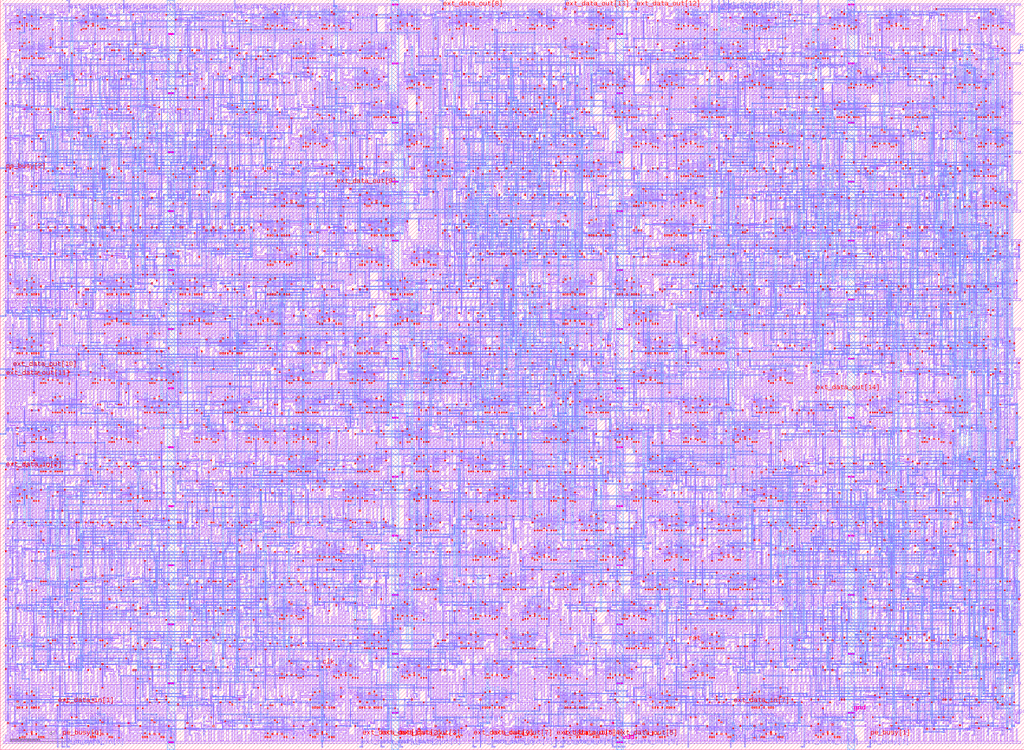
<source format=lef>
VERSION 5.7 ;
  NOWIREEXTENSIONATPIN ON ;
  DIVIDERCHAR "/" ;
  BUSBITCHARS "[]" ;
MACRO noc_top
  CLASS BLOCK ;
  FOREIGN noc_top ;
  ORIGIN 1.900 4.000 ;
  SIZE 693.400 BY 508.300 ;
  PIN vdd
    USE POWER ;
    PORT
      LAYER metal1 ;
        RECT 30.600 490.800 31.400 491.000 ;
        RECT 75.400 490.800 76.200 491.000 ;
        RECT 4.400 490.200 31.400 490.800 ;
        RECT 49.200 490.200 76.200 490.800 ;
        RECT 170.200 490.800 171.000 491.000 ;
        RECT 208.600 490.800 209.400 491.000 ;
        RECT 288.200 490.800 289.000 491.000 ;
        RECT 328.200 490.800 329.000 491.000 ;
        RECT 170.200 490.200 197.200 490.800 ;
        RECT 208.600 490.200 235.600 490.800 ;
        RECT 262.000 490.200 289.000 490.800 ;
        RECT 302.000 490.200 329.000 490.800 ;
        RECT 349.400 490.800 350.200 491.000 ;
        RECT 389.400 490.800 390.200 491.000 ;
        RECT 448.600 490.800 449.400 491.000 ;
        RECT 495.000 490.800 495.800 491.000 ;
        RECT 554.200 490.800 555.000 491.000 ;
        RECT 619.400 490.800 620.200 491.000 ;
        RECT 349.400 490.200 376.400 490.800 ;
        RECT 389.400 490.200 416.400 490.800 ;
        RECT 448.600 490.200 475.600 490.800 ;
        RECT 495.000 490.200 522.000 490.800 ;
        RECT 554.200 490.200 581.200 490.800 ;
        RECT 4.400 489.600 5.200 490.200 ;
        RECT 7.800 490.000 8.600 490.200 ;
        RECT 1.200 481.600 2.000 486.200 ;
        RECT 4.400 481.600 5.200 486.200 ;
        RECT 7.600 481.600 8.400 486.200 ;
        RECT 14.000 481.600 14.800 486.200 ;
        RECT 17.200 481.600 18.000 486.200 ;
        RECT 25.200 481.600 26.000 486.200 ;
        RECT 28.400 481.600 29.200 486.200 ;
        RECT 31.600 481.600 32.400 486.200 ;
        RECT 34.800 481.600 35.600 486.200 ;
        RECT 37.000 481.600 37.800 486.200 ;
        RECT 41.200 481.600 42.000 490.200 ;
        RECT 49.200 489.600 50.000 490.200 ;
        RECT 52.400 490.000 53.400 490.200 ;
        RECT 44.400 481.600 45.200 486.200 ;
        RECT 46.000 481.600 46.800 486.200 ;
        RECT 49.200 481.600 50.000 486.200 ;
        RECT 52.400 481.600 53.200 486.200 ;
        RECT 58.800 481.600 59.600 486.200 ;
        RECT 62.000 481.600 62.800 486.200 ;
        RECT 70.000 481.600 70.800 486.200 ;
        RECT 73.200 481.600 74.000 486.200 ;
        RECT 76.400 481.600 77.200 486.200 ;
        RECT 79.600 481.600 80.400 486.200 ;
        RECT 81.200 481.600 82.000 486.200 ;
        RECT 84.400 481.600 85.200 490.200 ;
        RECT 88.600 481.600 89.400 486.200 ;
        RECT 91.400 481.600 92.200 486.200 ;
        RECT 95.600 481.600 96.400 490.200 ;
        RECT 97.200 481.600 98.000 490.200 ;
        RECT 100.400 481.600 101.200 490.200 ;
        RECT 103.600 481.600 104.400 490.200 ;
        RECT 106.800 481.600 107.600 490.200 ;
        RECT 110.000 481.600 110.800 490.200 ;
        RECT 118.000 481.600 118.800 490.000 ;
        RECT 123.600 481.600 124.400 486.200 ;
        RECT 126.800 481.600 127.600 486.200 ;
        RECT 132.400 481.600 133.200 490.200 ;
        RECT 135.600 481.600 136.400 490.200 ;
        RECT 138.800 481.600 139.600 490.200 ;
        RECT 142.000 481.600 142.800 490.200 ;
        RECT 145.200 481.600 146.000 490.200 ;
        RECT 148.400 481.600 149.200 490.200 ;
        RECT 150.000 481.600 150.800 490.200 ;
        RECT 154.200 481.600 155.000 486.200 ;
        RECT 156.400 481.600 157.200 486.200 ;
        RECT 159.600 481.600 160.400 490.200 ;
        RECT 193.000 490.000 193.800 490.200 ;
        RECT 196.400 489.600 197.200 490.200 ;
        RECT 231.400 490.000 232.200 490.200 ;
        RECT 234.800 489.600 235.600 490.200 ;
        RECT 163.800 481.600 164.600 486.200 ;
        RECT 166.000 481.600 166.800 486.200 ;
        RECT 169.200 481.600 170.000 486.200 ;
        RECT 172.400 481.600 173.200 486.200 ;
        RECT 175.600 481.600 176.400 486.200 ;
        RECT 183.600 481.600 184.400 486.200 ;
        RECT 186.800 481.600 187.600 486.200 ;
        RECT 193.200 481.600 194.000 486.200 ;
        RECT 196.400 481.600 197.200 486.200 ;
        RECT 199.600 481.600 200.400 486.200 ;
        RECT 201.200 481.600 202.000 486.200 ;
        RECT 204.400 481.600 205.200 486.200 ;
        RECT 207.600 481.600 208.400 486.200 ;
        RECT 210.800 481.600 211.600 486.200 ;
        RECT 214.000 481.600 214.800 486.200 ;
        RECT 222.000 481.600 222.800 486.200 ;
        RECT 225.200 481.600 226.000 486.200 ;
        RECT 231.600 481.600 232.400 486.200 ;
        RECT 234.800 481.600 235.600 486.200 ;
        RECT 238.000 481.600 238.800 486.200 ;
        RECT 239.600 481.600 240.400 490.200 ;
        RECT 242.800 481.600 243.600 490.200 ;
        RECT 246.000 481.600 246.800 490.200 ;
        RECT 249.200 481.600 250.000 490.200 ;
        RECT 252.400 481.600 253.200 490.200 ;
        RECT 262.000 489.600 262.800 490.200 ;
        RECT 265.400 490.000 266.200 490.200 ;
        RECT 302.000 489.600 302.800 490.200 ;
        RECT 305.400 490.000 306.200 490.200 ;
        RECT 372.200 490.000 373.200 490.200 ;
        RECT 375.600 489.600 376.400 490.200 ;
        RECT 412.200 490.000 413.200 490.200 ;
        RECT 415.600 489.600 416.400 490.200 ;
        RECT 258.800 481.600 259.600 486.200 ;
        RECT 262.000 481.600 262.800 486.200 ;
        RECT 265.200 481.600 266.000 486.200 ;
        RECT 271.600 481.600 272.400 486.200 ;
        RECT 274.800 481.600 275.600 486.200 ;
        RECT 282.800 481.600 283.600 486.200 ;
        RECT 286.000 481.600 286.800 486.200 ;
        RECT 289.200 481.600 290.000 486.200 ;
        RECT 292.400 481.600 293.200 486.200 ;
        RECT 295.600 481.600 296.400 489.000 ;
        RECT 298.800 481.600 299.600 486.200 ;
        RECT 302.000 481.600 302.800 486.200 ;
        RECT 305.200 481.600 306.000 486.200 ;
        RECT 311.600 481.600 312.400 486.200 ;
        RECT 314.800 481.600 315.600 486.200 ;
        RECT 322.800 481.600 323.600 486.200 ;
        RECT 326.000 481.600 326.800 486.200 ;
        RECT 329.200 481.600 330.000 486.200 ;
        RECT 332.400 481.600 333.200 486.200 ;
        RECT 335.600 482.200 336.600 488.800 ;
        RECT 335.800 481.600 336.600 482.200 ;
        RECT 341.800 481.600 342.800 488.800 ;
        RECT 345.200 481.600 346.000 486.200 ;
        RECT 348.400 481.600 349.200 486.200 ;
        RECT 351.600 481.600 352.400 486.200 ;
        RECT 354.800 481.600 355.600 486.200 ;
        RECT 362.800 481.600 363.600 486.200 ;
        RECT 366.000 481.600 366.800 486.200 ;
        RECT 372.400 481.600 373.200 486.200 ;
        RECT 375.600 481.600 376.400 486.200 ;
        RECT 378.800 481.600 379.600 486.200 ;
        RECT 382.000 481.600 382.800 489.000 ;
        RECT 385.200 481.600 386.000 486.200 ;
        RECT 388.400 481.600 389.200 486.200 ;
        RECT 391.600 481.600 392.400 486.200 ;
        RECT 394.800 481.600 395.600 486.200 ;
        RECT 402.800 481.600 403.600 486.200 ;
        RECT 406.000 481.600 406.800 486.200 ;
        RECT 412.400 481.600 413.200 486.200 ;
        RECT 415.600 481.600 416.400 486.200 ;
        RECT 418.800 481.600 419.600 486.200 ;
        RECT 426.800 481.600 427.600 489.000 ;
        RECT 430.000 481.600 430.800 486.200 ;
        RECT 433.200 481.600 434.000 490.200 ;
        RECT 471.400 490.000 472.200 490.200 ;
        RECT 474.800 489.600 475.600 490.200 ;
        RECT 517.800 490.000 518.800 490.200 ;
        RECT 521.200 489.600 522.000 490.200 ;
        RECT 437.400 481.600 438.200 486.200 ;
        RECT 439.600 481.600 440.400 486.200 ;
        RECT 442.800 481.600 443.600 486.200 ;
        RECT 444.400 481.600 445.200 486.200 ;
        RECT 447.600 481.600 448.400 486.200 ;
        RECT 450.800 481.600 451.600 486.200 ;
        RECT 454.000 481.600 454.800 486.200 ;
        RECT 462.000 481.600 462.800 486.200 ;
        RECT 465.200 481.600 466.000 486.200 ;
        RECT 471.600 481.600 472.400 486.200 ;
        RECT 474.800 481.600 475.600 486.200 ;
        RECT 478.000 481.600 478.800 486.200 ;
        RECT 479.600 481.600 480.400 486.200 ;
        RECT 484.400 481.600 485.200 486.200 ;
        RECT 487.600 481.600 488.400 489.000 ;
        RECT 490.800 481.600 491.600 486.200 ;
        RECT 494.000 481.600 494.800 486.200 ;
        RECT 497.200 481.600 498.000 486.200 ;
        RECT 500.400 481.600 501.200 486.200 ;
        RECT 508.400 481.600 509.200 486.200 ;
        RECT 511.600 481.600 512.400 486.200 ;
        RECT 518.000 481.600 518.800 486.200 ;
        RECT 521.200 481.600 522.000 486.200 ;
        RECT 524.400 481.600 525.200 486.200 ;
        RECT 526.000 481.600 526.800 486.200 ;
        RECT 529.200 481.600 530.000 490.200 ;
        RECT 533.400 481.600 534.200 486.200 ;
        RECT 535.600 481.600 536.400 486.200 ;
        RECT 538.800 481.600 539.600 486.200 ;
        RECT 541.000 481.600 541.800 486.200 ;
        RECT 545.200 481.600 546.000 490.200 ;
        RECT 577.000 490.000 578.000 490.200 ;
        RECT 580.400 489.600 581.200 490.200 ;
        RECT 593.200 490.200 620.200 490.800 ;
        RECT 655.000 490.800 655.800 491.000 ;
        RECT 655.000 490.200 682.000 490.800 ;
        RECT 593.200 489.600 594.000 490.200 ;
        RECT 596.600 490.000 597.400 490.200 ;
        RECT 548.400 481.600 549.200 486.200 ;
        RECT 550.000 481.600 550.800 486.200 ;
        RECT 553.200 481.600 554.000 486.200 ;
        RECT 556.400 481.600 557.200 486.200 ;
        RECT 559.600 481.600 560.400 486.200 ;
        RECT 567.600 481.600 568.400 486.200 ;
        RECT 570.800 481.600 571.600 486.200 ;
        RECT 577.200 481.600 578.000 486.200 ;
        RECT 580.400 481.600 581.200 486.200 ;
        RECT 583.600 481.600 584.400 486.200 ;
        RECT 590.000 481.600 590.800 486.200 ;
        RECT 593.200 481.600 594.000 486.200 ;
        RECT 596.400 481.600 597.200 486.200 ;
        RECT 602.800 481.600 603.600 486.200 ;
        RECT 606.000 481.600 606.800 486.200 ;
        RECT 614.000 481.600 614.800 486.200 ;
        RECT 617.200 481.600 618.000 486.200 ;
        RECT 620.400 481.600 621.200 486.200 ;
        RECT 623.600 481.600 624.400 486.200 ;
        RECT 626.800 482.200 627.800 488.800 ;
        RECT 627.000 481.600 627.800 482.200 ;
        RECT 633.000 481.600 634.000 488.800 ;
        RECT 636.400 481.600 637.200 490.200 ;
        RECT 639.600 481.600 640.400 490.200 ;
        RECT 642.800 481.600 643.600 490.200 ;
        RECT 646.000 481.600 646.800 490.200 ;
        RECT 649.200 481.600 650.000 490.200 ;
        RECT 677.800 490.000 678.600 490.200 ;
        RECT 681.200 489.600 682.000 490.200 ;
        RECT 650.800 481.600 651.600 486.200 ;
        RECT 654.000 481.600 654.800 486.200 ;
        RECT 657.200 481.600 658.000 486.200 ;
        RECT 660.400 481.600 661.200 486.200 ;
        RECT 668.400 481.600 669.200 486.200 ;
        RECT 671.600 481.600 672.400 486.200 ;
        RECT 678.000 481.600 678.800 486.200 ;
        RECT 681.200 481.600 682.000 486.200 ;
        RECT 684.400 481.600 685.200 486.200 ;
        RECT 0.400 480.400 689.200 481.600 ;
        RECT 1.200 475.800 2.000 480.400 ;
        RECT 4.400 475.800 5.200 480.400 ;
        RECT 7.600 475.800 8.400 480.400 ;
        RECT 10.800 475.800 11.600 480.400 ;
        RECT 18.800 475.800 19.600 480.400 ;
        RECT 22.000 475.800 22.800 480.400 ;
        RECT 28.400 475.800 29.200 480.400 ;
        RECT 31.600 475.800 32.400 480.400 ;
        RECT 34.800 475.800 35.600 480.400 ;
        RECT 37.000 475.800 37.800 480.400 ;
        RECT 28.200 471.800 29.000 472.000 ;
        RECT 31.600 471.800 32.400 472.400 ;
        RECT 41.200 471.800 42.000 480.400 ;
        RECT 42.800 475.800 43.600 480.400 ;
        RECT 46.000 475.800 46.800 480.400 ;
        RECT 49.200 472.000 50.000 480.400 ;
        RECT 54.800 475.800 55.600 480.400 ;
        RECT 58.000 475.800 58.800 480.400 ;
        RECT 63.600 471.800 64.400 480.400 ;
        RECT 68.000 471.800 68.800 480.400 ;
        RECT 73.200 472.200 74.000 480.400 ;
        RECT 76.400 471.800 77.200 480.400 ;
        RECT 80.600 475.800 81.400 480.400 ;
        RECT 83.400 475.800 84.200 480.400 ;
        RECT 87.600 471.800 88.400 480.400 ;
        RECT 89.200 475.800 90.000 480.400 ;
        RECT 92.400 475.800 93.200 480.400 ;
        RECT 95.600 472.000 96.400 480.400 ;
        RECT 101.200 475.800 102.000 480.400 ;
        RECT 104.400 475.800 105.200 480.400 ;
        RECT 110.000 471.800 110.800 480.400 ;
        RECT 118.000 471.800 118.800 480.400 ;
        RECT 122.200 475.800 123.000 480.400 ;
        RECT 125.000 475.800 125.800 480.400 ;
        RECT 129.200 471.800 130.000 480.400 ;
        RECT 132.400 472.200 133.200 480.400 ;
        RECT 137.600 471.800 138.400 480.400 ;
        RECT 142.000 471.800 142.800 480.400 ;
        RECT 147.600 475.800 148.400 480.400 ;
        RECT 150.800 475.800 151.600 480.400 ;
        RECT 156.400 472.000 157.200 480.400 ;
        RECT 159.600 475.800 160.400 480.400 ;
        RECT 162.800 475.800 163.600 480.400 ;
        RECT 164.400 475.800 165.200 480.400 ;
        RECT 167.600 475.800 168.400 480.400 ;
        RECT 172.400 471.800 173.200 480.400 ;
        RECT 174.000 471.800 174.800 480.400 ;
        RECT 180.400 475.800 181.200 480.400 ;
        RECT 183.600 475.800 184.400 480.400 ;
        RECT 185.200 475.800 186.000 480.400 ;
        RECT 188.400 475.800 189.200 480.400 ;
        RECT 191.600 475.800 192.400 480.400 ;
        RECT 194.800 475.800 195.600 480.400 ;
        RECT 202.800 475.800 203.600 480.400 ;
        RECT 206.000 475.800 206.800 480.400 ;
        RECT 212.400 475.800 213.200 480.400 ;
        RECT 215.600 475.800 216.400 480.400 ;
        RECT 218.800 475.800 219.600 480.400 ;
        RECT 222.200 479.800 223.000 480.400 ;
        RECT 222.000 473.200 223.000 479.800 ;
        RECT 228.200 473.200 229.200 480.400 ;
        RECT 231.600 475.800 232.400 480.400 ;
        RECT 234.800 475.800 235.600 480.400 ;
        RECT 238.000 475.800 238.800 480.400 ;
        RECT 241.200 475.800 242.000 480.400 ;
        RECT 249.200 475.800 250.000 480.400 ;
        RECT 252.400 475.800 253.200 480.400 ;
        RECT 258.800 475.800 259.600 480.400 ;
        RECT 262.000 475.800 262.800 480.400 ;
        RECT 265.200 475.800 266.000 480.400 ;
        RECT 212.200 471.800 213.000 472.000 ;
        RECT 215.600 471.800 216.400 472.400 ;
        RECT 258.600 471.800 259.600 472.000 ;
        RECT 262.000 471.800 262.800 472.400 ;
        RECT 271.600 471.800 272.400 480.400 ;
        RECT 275.800 475.800 276.600 480.400 ;
        RECT 279.600 475.800 280.400 480.400 ;
        RECT 281.200 471.800 282.000 480.400 ;
        RECT 284.400 471.800 285.200 480.400 ;
        RECT 287.600 471.800 288.400 480.400 ;
        RECT 290.800 471.800 291.600 480.400 ;
        RECT 294.000 471.800 294.800 480.400 ;
        RECT 295.600 471.800 296.400 480.400 ;
        RECT 301.000 475.800 301.800 480.400 ;
        RECT 305.200 471.800 306.000 480.400 ;
        RECT 306.800 471.800 307.600 480.400 ;
        RECT 311.600 471.800 312.400 480.400 ;
        RECT 316.400 475.800 317.200 480.400 ;
        RECT 319.600 475.800 320.400 480.400 ;
        RECT 324.400 473.000 325.200 480.400 ;
        RECT 327.600 475.800 328.400 480.400 ;
        RECT 330.800 475.800 331.600 480.400 ;
        RECT 332.400 475.800 333.200 480.400 ;
        RECT 335.600 475.800 336.400 480.400 ;
        RECT 337.200 471.800 338.000 480.400 ;
        RECT 341.400 475.800 342.200 480.400 ;
        RECT 343.600 475.800 344.400 480.400 ;
        RECT 346.800 475.800 347.600 480.400 ;
        RECT 348.400 471.800 349.200 480.400 ;
        RECT 351.600 471.800 352.400 480.400 ;
        RECT 353.200 475.800 354.000 480.400 ;
        RECT 356.400 475.800 357.200 480.400 ;
        RECT 359.600 471.800 360.400 480.400 ;
        RECT 361.200 475.800 362.000 480.400 ;
        RECT 364.400 475.800 365.200 480.400 ;
        RECT 366.600 475.800 367.400 480.400 ;
        RECT 370.800 471.800 371.600 480.400 ;
        RECT 372.400 475.800 373.200 480.400 ;
        RECT 375.600 475.800 376.400 480.400 ;
        RECT 377.200 475.800 378.000 480.400 ;
        RECT 380.400 475.800 381.200 480.400 ;
        RECT 383.600 475.800 384.400 480.400 ;
        RECT 390.000 475.800 390.800 480.400 ;
        RECT 393.200 475.800 394.000 480.400 ;
        RECT 401.200 475.800 402.000 480.400 ;
        RECT 404.400 475.800 405.200 480.400 ;
        RECT 407.600 475.800 408.400 480.400 ;
        RECT 410.800 475.800 411.600 480.400 ;
        RECT 412.400 475.800 413.200 480.400 ;
        RECT 421.000 475.800 421.800 480.400 ;
        RECT 380.400 471.800 381.200 472.400 ;
        RECT 383.800 471.800 384.600 472.000 ;
        RECT 425.200 471.800 426.000 480.400 ;
        RECT 426.800 475.800 427.600 480.400 ;
        RECT 430.000 475.800 430.800 480.400 ;
        RECT 432.200 475.800 433.000 480.400 ;
        RECT 436.400 471.800 437.200 480.400 ;
        RECT 438.000 471.800 438.800 480.400 ;
        RECT 442.200 475.800 443.000 480.400 ;
        RECT 444.400 475.800 445.200 480.400 ;
        RECT 447.600 475.800 448.400 480.400 ;
        RECT 450.800 475.800 451.600 480.400 ;
        RECT 454.000 475.800 454.800 480.400 ;
        RECT 462.000 475.800 462.800 480.400 ;
        RECT 465.200 475.800 466.000 480.400 ;
        RECT 471.600 475.800 472.400 480.400 ;
        RECT 474.800 475.800 475.600 480.400 ;
        RECT 478.000 475.800 478.800 480.400 ;
        RECT 479.600 475.800 480.400 480.400 ;
        RECT 482.800 475.800 483.600 480.400 ;
        RECT 486.000 475.800 486.800 480.400 ;
        RECT 492.400 475.800 493.200 480.400 ;
        RECT 495.600 475.800 496.400 480.400 ;
        RECT 503.600 475.800 504.400 480.400 ;
        RECT 506.800 475.800 507.600 480.400 ;
        RECT 510.000 475.800 510.800 480.400 ;
        RECT 513.200 475.800 514.000 480.400 ;
        RECT 515.400 475.800 516.200 480.400 ;
        RECT 471.400 471.800 472.200 472.000 ;
        RECT 474.800 471.800 475.600 472.400 ;
        RECT 5.400 471.200 32.400 471.800 ;
        RECT 189.400 471.200 216.400 471.800 ;
        RECT 235.800 471.200 262.800 471.800 ;
        RECT 380.400 471.200 407.400 471.800 ;
        RECT 5.400 471.000 6.200 471.200 ;
        RECT 189.400 471.000 190.200 471.200 ;
        RECT 235.800 471.000 236.600 471.200 ;
        RECT 406.600 471.000 407.400 471.200 ;
        RECT 448.600 471.200 475.600 471.800 ;
        RECT 482.800 471.800 483.600 472.400 ;
        RECT 486.000 471.800 487.000 472.000 ;
        RECT 519.600 471.800 520.400 480.400 ;
        RECT 521.200 471.800 522.000 480.400 ;
        RECT 525.400 475.800 526.200 480.400 ;
        RECT 527.600 475.800 528.400 480.400 ;
        RECT 530.800 475.800 531.600 480.400 ;
        RECT 532.400 475.800 533.200 480.400 ;
        RECT 535.600 475.800 536.400 480.400 ;
        RECT 538.800 475.800 539.600 480.400 ;
        RECT 542.000 475.800 542.800 480.400 ;
        RECT 550.000 475.800 550.800 480.400 ;
        RECT 553.200 475.800 554.000 480.400 ;
        RECT 559.600 475.800 560.400 480.400 ;
        RECT 562.800 475.800 563.600 480.400 ;
        RECT 566.000 475.800 566.800 480.400 ;
        RECT 559.400 471.800 560.200 472.000 ;
        RECT 562.800 471.800 563.600 472.400 ;
        RECT 570.200 471.800 571.000 480.400 ;
        RECT 578.800 471.800 579.600 480.400 ;
        RECT 583.000 475.800 583.800 480.400 ;
        RECT 585.200 475.800 586.000 480.400 ;
        RECT 588.400 475.800 589.200 480.400 ;
        RECT 590.600 475.800 591.400 480.400 ;
        RECT 594.800 471.800 595.600 480.400 ;
        RECT 598.000 472.200 598.800 480.400 ;
        RECT 601.200 475.800 602.000 480.400 ;
        RECT 604.400 475.800 605.200 480.400 ;
        RECT 606.600 475.800 607.400 480.400 ;
        RECT 610.800 471.800 611.600 480.400 ;
        RECT 612.400 475.800 613.200 480.400 ;
        RECT 615.600 475.800 616.400 480.400 ;
        RECT 617.200 475.800 618.000 480.400 ;
        RECT 620.400 475.800 621.200 480.400 ;
        RECT 623.600 473.200 624.600 480.400 ;
        RECT 629.800 479.800 630.600 480.400 ;
        RECT 629.800 473.200 630.800 479.800 ;
        RECT 634.800 472.200 635.600 480.400 ;
        RECT 640.000 471.800 640.800 480.400 ;
        RECT 644.400 472.200 645.200 480.400 ;
        RECT 649.600 471.800 650.400 480.400 ;
        RECT 653.000 475.800 653.800 480.400 ;
        RECT 657.200 471.800 658.000 480.400 ;
        RECT 660.400 471.800 661.200 480.400 ;
        RECT 666.000 475.800 666.800 480.400 ;
        RECT 669.200 475.800 670.000 480.400 ;
        RECT 674.800 472.000 675.600 480.400 ;
        RECT 679.600 473.000 680.400 480.400 ;
        RECT 482.800 471.200 509.800 471.800 ;
        RECT 448.600 471.000 449.400 471.200 ;
        RECT 509.000 471.000 509.800 471.200 ;
        RECT 536.600 471.200 563.600 471.800 ;
        RECT 536.600 471.000 537.400 471.200 ;
        RECT 231.000 450.800 231.800 451.000 ;
        RECT 296.200 450.800 297.000 451.000 ;
        RECT 231.000 450.200 258.000 450.800 ;
        RECT 2.800 441.600 3.600 450.200 ;
        RECT 8.400 441.600 9.200 446.200 ;
        RECT 11.600 441.600 12.400 446.200 ;
        RECT 17.200 441.600 18.000 450.000 ;
        RECT 20.400 441.600 21.200 450.200 ;
        RECT 24.600 441.600 25.400 446.200 ;
        RECT 27.400 441.600 28.200 446.200 ;
        RECT 31.600 441.600 32.400 450.200 ;
        RECT 33.200 441.600 34.000 450.200 ;
        RECT 37.400 441.600 38.200 446.200 ;
        RECT 39.600 441.600 40.400 446.200 ;
        RECT 42.800 441.600 43.600 446.200 ;
        RECT 44.400 441.600 45.200 450.200 ;
        RECT 48.600 441.600 49.400 446.200 ;
        RECT 51.400 441.600 52.200 446.200 ;
        RECT 55.600 441.600 56.400 450.200 ;
        RECT 58.400 441.600 59.200 450.200 ;
        RECT 63.600 441.600 64.400 449.800 ;
        RECT 67.400 441.600 68.200 446.200 ;
        RECT 71.600 441.600 72.400 450.200 ;
        RECT 73.800 441.600 74.600 446.200 ;
        RECT 78.000 441.600 78.800 450.200 ;
        RECT 81.200 441.600 82.000 450.000 ;
        RECT 86.800 441.600 87.600 446.200 ;
        RECT 90.000 441.600 90.800 446.200 ;
        RECT 95.600 441.600 96.400 450.200 ;
        RECT 98.800 441.600 99.600 450.200 ;
        RECT 103.000 441.600 103.800 446.200 ;
        RECT 105.800 441.600 106.600 446.200 ;
        RECT 110.000 441.600 110.800 450.200 ;
        RECT 118.000 441.600 118.800 450.200 ;
        RECT 123.600 441.600 124.400 446.200 ;
        RECT 126.800 441.600 127.600 446.200 ;
        RECT 132.400 441.600 133.200 450.000 ;
        RECT 137.200 441.600 138.000 446.200 ;
        RECT 140.400 441.600 141.200 449.800 ;
        RECT 145.600 441.600 146.400 450.200 ;
        RECT 148.400 441.600 149.200 450.200 ;
        RECT 152.600 441.600 153.400 446.200 ;
        RECT 156.400 441.600 157.200 449.800 ;
        RECT 161.600 441.600 162.400 450.200 ;
        RECT 164.400 441.600 165.200 450.200 ;
        RECT 169.200 441.600 170.000 450.200 ;
        RECT 173.400 441.600 174.200 446.200 ;
        RECT 177.200 441.600 178.000 450.000 ;
        RECT 182.800 441.600 183.600 446.200 ;
        RECT 186.000 441.600 186.800 446.200 ;
        RECT 191.600 441.600 192.400 450.200 ;
        RECT 194.800 441.600 195.600 450.200 ;
        RECT 201.200 441.600 202.200 448.800 ;
        RECT 207.400 442.200 208.400 448.800 ;
        RECT 207.400 441.600 208.200 442.200 ;
        RECT 212.400 441.600 213.200 445.800 ;
        RECT 215.600 441.600 216.400 446.200 ;
        RECT 217.200 441.600 218.000 450.200 ;
        RECT 253.800 450.000 254.800 450.200 ;
        RECT 257.200 449.600 258.000 450.200 ;
        RECT 270.000 450.200 297.000 450.800 ;
        RECT 397.400 450.800 398.200 451.000 ;
        RECT 467.400 450.800 468.200 451.000 ;
        RECT 526.600 450.800 527.400 451.000 ;
        RECT 397.400 450.200 424.400 450.800 ;
        RECT 270.000 449.600 270.800 450.200 ;
        RECT 273.200 450.000 274.200 450.200 ;
        RECT 221.400 441.600 222.200 446.200 ;
        RECT 223.600 441.600 224.400 446.200 ;
        RECT 226.800 441.600 227.600 446.200 ;
        RECT 230.000 441.600 230.800 446.200 ;
        RECT 233.200 441.600 234.000 446.200 ;
        RECT 236.400 441.600 237.200 446.200 ;
        RECT 244.400 441.600 245.200 446.200 ;
        RECT 247.600 441.600 248.400 446.200 ;
        RECT 254.000 441.600 254.800 446.200 ;
        RECT 257.200 441.600 258.000 446.200 ;
        RECT 260.400 441.600 261.200 446.200 ;
        RECT 266.800 441.600 267.600 446.200 ;
        RECT 270.000 441.600 270.800 446.200 ;
        RECT 273.200 441.600 274.000 446.200 ;
        RECT 279.600 441.600 280.400 446.200 ;
        RECT 282.800 441.600 283.600 446.200 ;
        RECT 290.800 441.600 291.600 446.200 ;
        RECT 294.000 441.600 294.800 446.200 ;
        RECT 297.200 441.600 298.000 446.200 ;
        RECT 300.400 441.600 301.200 446.200 ;
        RECT 302.600 441.600 303.400 446.200 ;
        RECT 306.800 441.600 307.600 450.200 ;
        RECT 311.600 441.600 312.400 449.000 ;
        RECT 318.000 441.600 318.800 450.200 ;
        RECT 321.200 441.600 322.000 445.800 ;
        RECT 324.400 441.600 325.200 446.200 ;
        RECT 326.600 441.600 327.400 446.200 ;
        RECT 330.800 441.600 331.600 450.200 ;
        RECT 333.000 441.600 333.800 446.200 ;
        RECT 337.200 441.600 338.000 450.200 ;
        RECT 338.800 441.600 339.600 450.200 ;
        RECT 343.600 441.600 344.400 450.200 ;
        RECT 350.000 441.600 350.800 450.200 ;
        RECT 351.600 441.600 352.400 450.200 ;
        RECT 358.000 441.600 358.800 450.200 ;
        RECT 361.200 441.600 362.000 446.200 ;
        RECT 364.400 441.600 365.200 445.800 ;
        RECT 367.600 441.600 368.400 446.200 ;
        RECT 370.800 441.600 371.600 445.800 ;
        RECT 374.000 441.600 374.800 446.200 ;
        RECT 375.600 441.600 376.400 450.200 ;
        RECT 420.200 450.000 421.200 450.200 ;
        RECT 423.600 449.600 424.400 450.200 ;
        RECT 441.200 450.200 468.200 450.800 ;
        RECT 500.400 450.200 527.400 450.800 ;
        RECT 565.400 450.800 566.200 451.000 ;
        RECT 639.000 450.800 639.800 451.000 ;
        RECT 565.400 450.200 592.400 450.800 ;
        RECT 639.000 450.200 666.000 450.800 ;
        RECT 441.200 449.600 442.000 450.200 ;
        RECT 444.400 450.000 445.400 450.200 ;
        RECT 380.400 441.600 381.200 446.200 ;
        RECT 383.600 441.600 384.400 445.800 ;
        RECT 386.800 441.600 387.600 446.200 ;
        RECT 390.000 441.600 390.800 445.800 ;
        RECT 393.200 441.600 394.000 446.200 ;
        RECT 396.400 441.600 397.200 446.200 ;
        RECT 399.600 441.600 400.400 446.200 ;
        RECT 402.800 441.600 403.600 446.200 ;
        RECT 410.800 441.600 411.600 446.200 ;
        RECT 414.000 441.600 414.800 446.200 ;
        RECT 420.400 441.600 421.200 446.200 ;
        RECT 423.600 441.600 424.400 446.200 ;
        RECT 426.800 441.600 427.600 446.200 ;
        RECT 433.200 441.600 434.000 446.200 ;
        RECT 436.400 441.600 437.200 446.200 ;
        RECT 438.000 441.600 438.800 446.200 ;
        RECT 441.200 441.600 442.000 446.200 ;
        RECT 444.400 441.600 445.200 446.200 ;
        RECT 450.800 441.600 451.600 446.200 ;
        RECT 454.000 441.600 454.800 446.200 ;
        RECT 462.000 441.600 462.800 446.200 ;
        RECT 465.200 441.600 466.000 446.200 ;
        RECT 468.400 441.600 469.200 446.200 ;
        RECT 471.600 441.600 472.400 446.200 ;
        RECT 473.200 441.600 474.000 446.200 ;
        RECT 476.400 441.600 477.200 446.200 ;
        RECT 479.600 441.600 480.400 446.200 ;
        RECT 481.200 441.600 482.000 450.200 ;
        RECT 485.400 441.600 486.200 446.200 ;
        RECT 489.200 441.600 490.000 446.200 ;
        RECT 490.800 441.600 491.600 450.200 ;
        RECT 500.400 449.600 501.200 450.200 ;
        RECT 503.800 450.000 504.600 450.200 ;
        RECT 494.000 441.600 494.800 449.000 ;
        RECT 497.200 441.600 498.000 446.200 ;
        RECT 500.400 441.600 501.200 446.200 ;
        RECT 503.600 441.600 504.400 446.200 ;
        RECT 510.000 441.600 510.800 446.200 ;
        RECT 513.200 441.600 514.000 446.200 ;
        RECT 521.200 441.600 522.000 446.200 ;
        RECT 524.400 441.600 525.200 446.200 ;
        RECT 527.600 441.600 528.400 446.200 ;
        RECT 530.800 441.600 531.600 446.200 ;
        RECT 533.000 441.600 533.800 446.200 ;
        RECT 537.200 441.600 538.000 450.200 ;
        RECT 540.400 441.600 541.200 446.200 ;
        RECT 542.000 441.600 542.800 446.200 ;
        RECT 545.200 441.600 546.000 446.200 ;
        RECT 546.800 441.600 547.600 446.200 ;
        RECT 550.000 441.600 550.800 446.200 ;
        RECT 551.600 441.600 552.400 450.200 ;
        RECT 588.200 450.000 589.200 450.200 ;
        RECT 591.600 449.600 592.400 450.200 ;
        RECT 561.200 441.600 562.000 446.200 ;
        RECT 564.400 441.600 565.200 446.200 ;
        RECT 567.600 441.600 568.400 446.200 ;
        RECT 570.800 441.600 571.600 446.200 ;
        RECT 578.800 441.600 579.600 446.200 ;
        RECT 582.000 441.600 582.800 446.200 ;
        RECT 588.400 441.600 589.200 446.200 ;
        RECT 591.600 441.600 592.400 446.200 ;
        RECT 594.800 441.600 595.600 446.200 ;
        RECT 597.000 441.600 597.800 446.200 ;
        RECT 601.200 441.600 602.000 450.200 ;
        RECT 604.400 441.600 605.200 449.000 ;
        RECT 607.600 441.600 608.400 450.200 ;
        RECT 612.400 441.600 613.200 449.000 ;
        RECT 615.600 441.600 616.400 450.200 ;
        RECT 623.600 441.600 624.400 450.200 ;
        RECT 661.800 450.000 662.600 450.200 ;
        RECT 665.200 449.600 666.000 450.200 ;
        RECT 625.200 441.600 626.000 446.200 ;
        RECT 630.000 441.600 630.800 445.800 ;
        RECT 633.200 441.600 634.000 446.200 ;
        RECT 634.800 441.600 635.600 446.200 ;
        RECT 638.000 441.600 638.800 446.200 ;
        RECT 641.200 441.600 642.000 446.200 ;
        RECT 644.400 441.600 645.200 446.200 ;
        RECT 652.400 441.600 653.200 446.200 ;
        RECT 655.600 441.600 656.400 446.200 ;
        RECT 662.000 441.600 662.800 446.200 ;
        RECT 665.200 441.600 666.000 446.200 ;
        RECT 668.400 441.600 669.200 446.200 ;
        RECT 670.000 441.600 670.800 450.200 ;
        RECT 673.200 441.600 674.000 450.200 ;
        RECT 676.400 441.600 677.200 450.200 ;
        RECT 679.600 441.600 680.400 450.200 ;
        RECT 682.800 441.600 683.600 450.200 ;
        RECT 0.400 440.400 689.200 441.600 ;
        RECT 2.800 431.800 3.600 440.400 ;
        RECT 8.400 435.800 9.200 440.400 ;
        RECT 11.600 435.800 12.400 440.400 ;
        RECT 17.200 432.000 18.000 440.400 ;
        RECT 20.400 431.800 21.200 440.400 ;
        RECT 24.600 435.800 25.400 440.400 ;
        RECT 27.400 435.800 28.200 440.400 ;
        RECT 31.600 431.800 32.400 440.400 ;
        RECT 34.400 431.800 35.200 440.400 ;
        RECT 39.600 432.200 40.400 440.400 ;
        RECT 43.400 435.800 44.200 440.400 ;
        RECT 47.600 431.800 48.400 440.400 ;
        RECT 49.200 431.800 50.000 440.400 ;
        RECT 52.400 433.000 53.200 440.400 ;
        RECT 57.200 432.200 58.000 440.400 ;
        RECT 62.400 431.800 63.200 440.400 ;
        RECT 66.400 431.800 67.200 440.400 ;
        RECT 71.600 432.200 72.400 440.400 ;
        RECT 74.800 431.800 75.600 440.400 ;
        RECT 79.000 435.800 79.800 440.400 ;
        RECT 81.800 435.800 82.600 440.400 ;
        RECT 86.000 431.800 86.800 440.400 ;
        RECT 89.200 431.800 90.000 440.400 ;
        RECT 94.800 435.800 95.600 440.400 ;
        RECT 98.000 435.800 98.800 440.400 ;
        RECT 103.600 432.000 104.400 440.400 ;
        RECT 112.800 431.800 113.600 440.400 ;
        RECT 118.000 432.200 118.800 440.400 ;
        RECT 122.800 433.000 123.600 440.400 ;
        RECT 126.000 431.800 126.800 440.400 ;
        RECT 127.600 431.800 128.400 440.400 ;
        RECT 130.800 433.000 131.600 440.400 ;
        RECT 135.600 433.000 136.400 440.400 ;
        RECT 138.800 431.800 139.600 440.400 ;
        RECT 142.000 431.800 142.800 440.400 ;
        RECT 147.600 435.800 148.400 440.400 ;
        RECT 150.800 435.800 151.600 440.400 ;
        RECT 156.400 432.000 157.200 440.400 ;
        RECT 160.200 435.800 161.000 440.400 ;
        RECT 164.400 431.800 165.200 440.400 ;
        RECT 166.600 435.800 167.400 440.400 ;
        RECT 170.800 431.800 171.600 440.400 ;
        RECT 174.000 432.200 174.800 440.400 ;
        RECT 179.200 431.800 180.000 440.400 ;
        RECT 182.600 435.800 183.400 440.400 ;
        RECT 186.800 431.800 187.600 440.400 ;
        RECT 190.000 433.000 190.800 440.400 ;
        RECT 193.200 431.800 194.000 440.400 ;
        RECT 196.400 431.800 197.200 440.400 ;
        RECT 202.000 435.800 202.800 440.400 ;
        RECT 205.200 435.800 206.000 440.400 ;
        RECT 210.800 432.000 211.600 440.400 ;
        RECT 214.000 431.800 214.800 440.400 ;
        RECT 220.400 435.800 221.200 440.400 ;
        RECT 225.200 433.000 226.000 440.400 ;
        RECT 230.600 431.800 231.400 440.400 ;
        RECT 238.000 431.800 238.800 440.400 ;
        RECT 239.600 435.800 240.400 440.400 ;
        RECT 242.800 435.800 243.600 440.400 ;
        RECT 246.000 435.800 246.800 440.400 ;
        RECT 249.200 435.800 250.000 440.400 ;
        RECT 257.200 435.800 258.000 440.400 ;
        RECT 260.400 435.800 261.200 440.400 ;
        RECT 266.800 435.800 267.600 440.400 ;
        RECT 270.000 435.800 270.800 440.400 ;
        RECT 273.200 435.800 274.000 440.400 ;
        RECT 279.600 435.800 280.400 440.400 ;
        RECT 282.800 435.800 283.600 440.400 ;
        RECT 266.600 431.800 267.600 432.000 ;
        RECT 270.000 431.800 270.800 432.400 ;
        RECT 284.400 431.800 285.200 440.400 ;
        RECT 287.600 431.800 288.400 440.400 ;
        RECT 290.800 431.800 291.600 440.400 ;
        RECT 294.000 431.800 294.800 440.400 ;
        RECT 297.200 431.800 298.000 440.400 ;
        RECT 298.800 431.800 299.600 440.400 ;
        RECT 303.000 435.800 303.800 440.400 ;
        RECT 305.800 435.800 306.600 440.400 ;
        RECT 310.000 431.800 310.800 440.400 ;
        RECT 313.200 435.800 314.000 440.400 ;
        RECT 314.800 431.800 315.600 440.400 ;
        RECT 322.800 431.800 323.600 440.400 ;
        RECT 324.400 435.800 325.200 440.400 ;
        RECT 327.600 435.800 328.400 440.400 ;
        RECT 329.200 435.800 330.000 440.400 ;
        RECT 332.400 435.800 333.200 440.400 ;
        RECT 334.000 431.800 334.800 440.400 ;
        RECT 337.200 431.800 338.000 440.400 ;
        RECT 341.400 435.800 342.200 440.400 ;
        RECT 343.600 431.800 344.400 440.400 ;
        RECT 350.000 431.800 350.800 440.400 ;
        RECT 353.200 435.800 354.000 440.400 ;
        RECT 354.800 431.800 355.600 440.400 ;
        RECT 361.200 431.800 362.000 440.400 ;
        RECT 364.400 436.200 365.200 440.400 ;
        RECT 367.600 435.800 368.400 440.400 ;
        RECT 370.800 435.800 371.600 440.400 ;
        RECT 374.000 436.200 374.800 440.400 ;
        RECT 377.200 435.800 378.000 440.400 ;
        RECT 380.400 432.200 381.200 440.400 ;
        RECT 383.600 435.800 384.400 440.400 ;
        RECT 386.800 433.000 387.600 440.400 ;
        RECT 390.600 435.800 391.400 440.400 ;
        RECT 394.800 431.800 395.600 440.400 ;
        RECT 396.400 435.800 397.200 440.400 ;
        RECT 399.600 435.800 400.400 440.400 ;
        RECT 406.000 435.800 406.800 440.400 ;
        RECT 409.200 435.800 410.000 440.400 ;
        RECT 412.400 435.800 413.200 440.400 ;
        RECT 418.800 435.800 419.600 440.400 ;
        RECT 422.000 435.800 422.800 440.400 ;
        RECT 430.000 435.800 430.800 440.400 ;
        RECT 433.200 435.800 434.000 440.400 ;
        RECT 436.400 435.800 437.200 440.400 ;
        RECT 439.600 435.800 440.400 440.400 ;
        RECT 442.800 435.800 443.600 440.400 ;
        RECT 409.200 431.800 410.000 432.400 ;
        RECT 412.400 431.800 413.400 432.000 ;
        RECT 444.400 431.800 445.200 440.400 ;
        RECT 447.600 433.000 448.400 440.400 ;
        RECT 450.800 431.800 451.600 440.400 ;
        RECT 454.000 431.800 454.800 440.400 ;
        RECT 457.200 431.800 458.000 440.400 ;
        RECT 460.400 431.800 461.200 440.400 ;
        RECT 463.600 431.800 464.400 440.400 ;
        RECT 465.200 435.800 466.000 440.400 ;
        RECT 468.400 435.800 469.200 440.400 ;
        RECT 471.600 435.800 472.400 440.400 ;
        RECT 478.000 435.800 478.800 440.400 ;
        RECT 481.200 435.800 482.000 440.400 ;
        RECT 489.200 435.800 490.000 440.400 ;
        RECT 492.400 435.800 493.200 440.400 ;
        RECT 495.600 435.800 496.400 440.400 ;
        RECT 498.800 435.800 499.600 440.400 ;
        RECT 501.000 435.800 501.800 440.400 ;
        RECT 468.400 431.800 469.200 432.400 ;
        RECT 471.800 431.800 472.600 432.000 ;
        RECT 505.200 431.800 506.000 440.400 ;
        RECT 506.800 431.800 507.600 440.400 ;
        RECT 510.000 431.800 510.800 440.400 ;
        RECT 513.200 431.800 514.000 440.400 ;
        RECT 516.400 431.800 517.200 440.400 ;
        RECT 519.600 431.800 520.400 440.400 ;
        RECT 521.200 431.800 522.000 440.400 ;
        RECT 524.400 433.000 525.200 440.400 ;
        RECT 527.600 431.800 528.400 440.400 ;
        RECT 531.800 435.800 532.600 440.400 ;
        RECT 536.600 431.800 537.400 440.400 ;
        RECT 542.000 433.000 542.800 440.400 ;
        RECT 545.200 431.800 546.000 440.400 ;
        RECT 547.400 435.800 548.200 440.400 ;
        RECT 551.600 431.800 552.400 440.400 ;
        RECT 553.200 435.800 554.000 440.400 ;
        RECT 556.400 435.800 557.200 440.400 ;
        RECT 559.600 435.800 560.400 440.400 ;
        RECT 562.800 435.800 563.600 440.400 ;
        RECT 570.800 435.800 571.600 440.400 ;
        RECT 574.000 435.800 574.800 440.400 ;
        RECT 580.400 435.800 581.200 440.400 ;
        RECT 583.600 435.800 584.400 440.400 ;
        RECT 586.800 435.800 587.600 440.400 ;
        RECT 594.800 433.000 595.600 440.400 ;
        RECT 598.000 431.800 598.800 440.400 ;
        RECT 599.600 435.800 600.400 440.400 ;
        RECT 602.800 435.800 603.600 440.400 ;
        RECT 606.000 435.800 606.800 440.400 ;
        RECT 609.200 435.800 610.000 440.400 ;
        RECT 617.200 435.800 618.000 440.400 ;
        RECT 620.400 435.800 621.200 440.400 ;
        RECT 626.800 435.800 627.600 440.400 ;
        RECT 630.000 435.800 630.800 440.400 ;
        RECT 633.200 435.800 634.000 440.400 ;
        RECT 626.600 431.800 627.400 432.000 ;
        RECT 630.000 431.800 630.800 432.400 ;
        RECT 634.800 431.800 635.600 440.400 ;
        RECT 638.000 431.800 638.800 440.400 ;
        RECT 641.200 431.800 642.000 440.400 ;
        RECT 644.400 431.800 645.200 440.400 ;
        RECT 647.600 431.800 648.400 440.400 ;
        RECT 649.200 435.800 650.000 440.400 ;
        RECT 652.400 435.800 653.200 440.400 ;
        RECT 655.600 435.800 656.400 440.400 ;
        RECT 658.800 435.800 659.600 440.400 ;
        RECT 666.800 435.800 667.600 440.400 ;
        RECT 670.000 435.800 670.800 440.400 ;
        RECT 676.400 435.800 677.200 440.400 ;
        RECT 679.600 435.800 680.400 440.400 ;
        RECT 682.800 435.800 683.600 440.400 ;
        RECT 676.200 431.800 677.200 432.000 ;
        RECT 679.600 431.800 680.400 432.400 ;
        RECT 243.800 431.200 270.800 431.800 ;
        RECT 409.200 431.200 436.200 431.800 ;
        RECT 468.400 431.200 495.400 431.800 ;
        RECT 243.800 431.000 244.600 431.200 ;
        RECT 435.400 431.000 436.200 431.200 ;
        RECT 494.600 431.000 495.400 431.200 ;
        RECT 603.800 431.200 630.800 431.800 ;
        RECT 653.400 431.200 680.400 431.800 ;
        RECT 603.800 431.000 604.600 431.200 ;
        RECT 653.400 431.000 654.200 431.200 ;
        RECT 562.800 430.000 586.200 430.600 ;
        RECT 562.800 429.400 563.600 430.000 ;
        RECT 580.400 429.600 581.200 430.000 ;
        RECT 585.400 429.800 586.200 430.000 ;
        RECT 266.600 412.000 267.400 412.200 ;
        RECT 271.600 412.000 272.400 412.400 ;
        RECT 278.000 412.000 278.800 412.400 ;
        RECT 289.200 412.000 290.000 412.600 ;
        RECT 266.600 411.400 290.000 412.000 ;
        RECT 195.800 410.800 196.600 411.000 ;
        RECT 419.800 410.800 420.600 411.000 ;
        RECT 480.200 410.800 481.000 411.000 ;
        RECT 195.800 410.200 222.800 410.800 ;
        RECT 419.800 410.200 446.800 410.800 ;
        RECT 2.800 401.600 3.600 410.000 ;
        RECT 8.400 401.600 9.200 406.200 ;
        RECT 11.600 401.600 12.400 406.200 ;
        RECT 17.200 401.600 18.000 410.200 ;
        RECT 20.400 401.600 21.200 410.200 ;
        RECT 24.600 401.600 25.400 406.200 ;
        RECT 28.000 401.600 28.800 410.200 ;
        RECT 33.200 401.600 34.000 409.800 ;
        RECT 38.000 401.600 38.800 409.000 ;
        RECT 41.200 401.600 42.000 410.200 ;
        RECT 42.800 401.600 43.600 410.200 ;
        RECT 47.000 401.600 47.800 406.200 ;
        RECT 49.800 401.600 50.600 406.200 ;
        RECT 54.000 401.600 54.800 410.200 ;
        RECT 56.800 401.600 57.600 410.200 ;
        RECT 62.000 401.600 62.800 409.800 ;
        RECT 65.200 401.600 66.000 406.200 ;
        RECT 70.000 401.600 70.800 410.200 ;
        RECT 75.600 401.600 76.400 406.200 ;
        RECT 78.800 401.600 79.600 406.200 ;
        RECT 84.400 401.600 85.200 410.000 ;
        RECT 87.600 401.600 88.400 406.200 ;
        RECT 90.800 401.600 91.600 406.200 ;
        RECT 94.000 401.600 94.800 405.800 ;
        RECT 98.800 401.600 99.600 410.000 ;
        RECT 104.400 401.600 105.200 406.200 ;
        RECT 107.600 401.600 108.400 406.200 ;
        RECT 113.200 401.600 114.000 410.200 ;
        RECT 121.800 401.600 122.600 406.200 ;
        RECT 126.000 401.600 126.800 410.200 ;
        RECT 127.600 401.600 128.400 406.200 ;
        RECT 130.800 401.600 131.600 405.800 ;
        RECT 135.600 401.600 136.400 409.800 ;
        RECT 140.800 401.600 141.600 410.200 ;
        RECT 145.200 401.600 146.000 406.200 ;
        RECT 148.400 401.600 149.200 405.800 ;
        RECT 151.600 401.600 152.400 406.200 ;
        RECT 154.800 401.600 155.600 406.200 ;
        RECT 158.000 401.600 158.800 409.000 ;
        RECT 161.200 401.600 162.000 410.200 ;
        RECT 162.800 401.600 163.600 410.200 ;
        RECT 167.000 401.600 167.800 406.200 ;
        RECT 170.800 401.600 171.600 409.800 ;
        RECT 176.000 401.600 176.800 410.200 ;
        RECT 178.800 401.600 179.600 410.200 ;
        RECT 183.000 401.600 183.800 406.200 ;
        RECT 185.800 401.600 186.600 406.200 ;
        RECT 190.000 401.600 190.800 410.200 ;
        RECT 218.600 410.000 219.600 410.200 ;
        RECT 222.000 409.600 222.800 410.200 ;
        RECT 191.600 401.600 192.400 406.200 ;
        RECT 194.800 401.600 195.600 406.200 ;
        RECT 198.000 401.600 198.800 406.200 ;
        RECT 201.200 401.600 202.000 406.200 ;
        RECT 209.200 401.600 210.000 406.200 ;
        RECT 212.400 401.600 213.200 406.200 ;
        RECT 218.800 401.600 219.600 406.200 ;
        RECT 222.000 401.600 222.800 406.200 ;
        RECT 225.200 401.600 226.000 406.200 ;
        RECT 226.800 401.600 227.600 406.200 ;
        RECT 230.000 401.600 230.800 406.200 ;
        RECT 231.600 401.600 232.400 406.200 ;
        RECT 234.800 401.600 235.600 406.200 ;
        RECT 236.400 401.600 237.200 406.200 ;
        RECT 239.600 401.600 240.400 409.800 ;
        RECT 242.800 401.600 243.600 410.200 ;
        RECT 247.000 401.600 247.800 406.200 ;
        RECT 249.200 401.600 250.000 406.200 ;
        RECT 252.400 401.600 253.200 406.200 ;
        RECT 254.600 401.600 255.400 406.200 ;
        RECT 258.800 401.600 259.600 410.200 ;
        RECT 265.200 401.600 266.000 406.200 ;
        RECT 268.400 401.600 269.200 406.200 ;
        RECT 271.600 401.600 272.400 406.200 ;
        RECT 278.000 401.600 278.800 406.400 ;
        RECT 281.200 401.600 282.000 406.200 ;
        RECT 289.200 401.600 290.000 406.200 ;
        RECT 292.400 401.600 293.200 406.200 ;
        RECT 295.600 401.600 296.400 406.200 ;
        RECT 298.800 401.600 299.600 406.200 ;
        RECT 300.400 401.600 301.200 406.200 ;
        RECT 303.600 401.600 304.400 406.200 ;
        RECT 306.800 401.600 307.600 406.200 ;
        RECT 308.400 401.600 309.200 406.200 ;
        RECT 311.600 401.600 312.400 406.200 ;
        RECT 316.400 401.600 317.200 410.200 ;
        RECT 321.200 401.600 322.000 410.200 ;
        RECT 323.400 401.600 324.200 406.200 ;
        RECT 327.600 401.600 328.400 410.200 ;
        RECT 332.400 401.600 333.200 409.000 ;
        RECT 335.600 401.600 336.400 406.200 ;
        RECT 338.800 401.600 339.600 406.200 ;
        RECT 341.000 401.600 341.800 406.200 ;
        RECT 345.200 401.600 346.000 410.200 ;
        RECT 350.000 401.600 350.800 409.000 ;
        RECT 353.200 401.600 354.000 410.200 ;
        RECT 358.000 401.600 358.800 406.200 ;
        RECT 361.200 401.600 362.000 406.200 ;
        RECT 364.400 401.600 365.200 405.800 ;
        RECT 367.600 401.600 368.400 406.200 ;
        RECT 369.200 401.600 370.000 406.200 ;
        RECT 372.400 401.600 373.200 405.800 ;
        RECT 377.200 401.600 378.000 405.800 ;
        RECT 380.400 401.600 381.200 406.200 ;
        RECT 383.600 401.600 384.400 410.200 ;
        RECT 390.000 401.600 390.800 409.000 ;
        RECT 393.200 401.600 394.000 406.200 ;
        RECT 396.400 401.600 397.200 405.800 ;
        RECT 402.800 401.600 403.600 409.000 ;
        RECT 409.200 401.600 410.000 410.200 ;
        RECT 442.600 410.000 443.600 410.200 ;
        RECT 446.000 409.600 446.800 410.200 ;
        RECT 454.000 410.200 481.000 410.800 ;
        RECT 512.600 410.800 513.400 411.000 ;
        RECT 581.400 410.800 582.200 411.000 ;
        RECT 653.400 410.800 654.200 411.000 ;
        RECT 512.600 410.200 539.600 410.800 ;
        RECT 581.400 410.200 608.400 410.800 ;
        RECT 653.400 410.200 680.400 410.800 ;
        RECT 454.000 409.600 454.800 410.200 ;
        RECT 457.400 410.000 458.200 410.200 ;
        RECT 415.600 401.600 416.400 406.200 ;
        RECT 418.800 401.600 419.600 406.200 ;
        RECT 422.000 401.600 422.800 406.200 ;
        RECT 425.200 401.600 426.000 406.200 ;
        RECT 433.200 401.600 434.000 406.200 ;
        RECT 436.400 401.600 437.200 406.200 ;
        RECT 442.800 401.600 443.600 406.200 ;
        RECT 446.000 401.600 446.800 406.200 ;
        RECT 449.200 401.600 450.000 406.200 ;
        RECT 450.800 401.600 451.600 406.200 ;
        RECT 454.000 401.600 454.800 406.200 ;
        RECT 457.200 401.600 458.000 406.200 ;
        RECT 463.600 401.600 464.400 406.200 ;
        RECT 466.800 401.600 467.600 406.200 ;
        RECT 474.800 401.600 475.600 406.200 ;
        RECT 478.000 401.600 478.800 406.200 ;
        RECT 481.200 401.600 482.000 406.200 ;
        RECT 484.400 401.600 485.200 406.200 ;
        RECT 486.000 401.600 486.800 410.200 ;
        RECT 490.200 401.600 491.000 406.200 ;
        RECT 493.000 401.600 493.800 406.200 ;
        RECT 497.200 401.600 498.000 410.200 ;
        RECT 500.400 401.600 501.200 406.200 ;
        RECT 502.000 401.600 502.800 410.200 ;
        RECT 535.400 410.000 536.200 410.200 ;
        RECT 538.800 409.600 539.600 410.200 ;
        RECT 506.200 401.600 507.000 406.200 ;
        RECT 508.400 401.600 509.200 406.200 ;
        RECT 511.600 401.600 512.400 406.200 ;
        RECT 514.800 401.600 515.600 406.200 ;
        RECT 518.000 401.600 518.800 406.200 ;
        RECT 526.000 401.600 526.800 406.200 ;
        RECT 529.200 401.600 530.000 406.200 ;
        RECT 535.600 401.600 536.400 406.200 ;
        RECT 538.800 401.600 539.600 406.200 ;
        RECT 542.000 401.600 542.800 406.200 ;
        RECT 543.600 401.600 544.400 410.200 ;
        RECT 546.800 401.600 547.600 409.000 ;
        RECT 550.000 401.600 550.800 410.200 ;
        RECT 554.200 401.600 555.000 406.200 ;
        RECT 558.000 401.600 558.800 406.200 ;
        RECT 560.200 401.600 561.000 406.200 ;
        RECT 564.400 401.600 565.200 410.200 ;
        RECT 566.000 401.600 566.800 410.200 ;
        RECT 604.200 410.000 605.200 410.200 ;
        RECT 607.600 409.600 608.400 410.200 ;
        RECT 570.200 401.600 571.000 406.200 ;
        RECT 577.200 401.600 578.000 406.200 ;
        RECT 580.400 401.600 581.200 406.200 ;
        RECT 583.600 401.600 584.400 406.200 ;
        RECT 586.800 401.600 587.600 406.200 ;
        RECT 594.800 401.600 595.600 406.200 ;
        RECT 598.000 401.600 598.800 406.200 ;
        RECT 604.400 401.600 605.200 406.200 ;
        RECT 607.600 401.600 608.400 406.200 ;
        RECT 610.800 401.600 611.600 406.200 ;
        RECT 614.000 402.200 615.000 408.800 ;
        RECT 614.200 401.600 615.000 402.200 ;
        RECT 620.200 401.600 621.200 408.800 ;
        RECT 623.600 401.600 624.400 406.200 ;
        RECT 626.800 401.600 627.600 406.200 ;
        RECT 628.400 401.600 629.200 410.200 ;
        RECT 631.600 401.600 632.400 410.200 ;
        RECT 676.200 410.000 677.200 410.200 ;
        RECT 679.600 409.600 680.400 410.200 ;
        RECT 635.800 401.600 636.600 406.200 ;
        RECT 639.600 402.200 640.600 408.800 ;
        RECT 639.800 401.600 640.600 402.200 ;
        RECT 645.800 401.600 646.800 408.800 ;
        RECT 649.200 401.600 650.000 406.200 ;
        RECT 652.400 401.600 653.200 406.200 ;
        RECT 655.600 401.600 656.400 406.200 ;
        RECT 658.800 401.600 659.600 406.200 ;
        RECT 666.800 401.600 667.600 406.200 ;
        RECT 670.000 401.600 670.800 406.200 ;
        RECT 676.400 401.600 677.200 406.200 ;
        RECT 679.600 401.600 680.400 406.200 ;
        RECT 682.800 401.600 683.600 406.200 ;
        RECT 0.400 400.400 689.200 401.600 ;
        RECT 2.800 393.000 3.600 400.400 ;
        RECT 7.600 392.000 8.400 400.400 ;
        RECT 13.200 395.800 14.000 400.400 ;
        RECT 16.400 395.800 17.200 400.400 ;
        RECT 22.000 391.800 22.800 400.400 ;
        RECT 25.800 395.800 26.600 400.400 ;
        RECT 30.000 391.800 30.800 400.400 ;
        RECT 31.600 391.800 32.400 400.400 ;
        RECT 34.800 393.000 35.600 400.400 ;
        RECT 38.000 391.800 38.800 400.400 ;
        RECT 42.200 395.800 43.000 400.400 ;
        RECT 45.000 395.800 45.800 400.400 ;
        RECT 49.200 391.800 50.000 400.400 ;
        RECT 52.000 391.800 52.800 400.400 ;
        RECT 57.200 392.200 58.000 400.400 ;
        RECT 61.600 391.800 62.400 400.400 ;
        RECT 66.800 392.200 67.600 400.400 ;
        RECT 70.000 395.800 70.800 400.400 ;
        RECT 73.200 391.800 74.000 400.400 ;
        RECT 76.400 393.000 77.200 400.400 ;
        RECT 79.600 395.800 80.400 400.400 ;
        RECT 82.800 395.800 83.600 400.400 ;
        RECT 86.000 393.000 86.800 400.400 ;
        RECT 89.200 391.800 90.000 400.400 ;
        RECT 91.400 395.800 92.200 400.400 ;
        RECT 95.600 391.800 96.400 400.400 ;
        RECT 97.200 391.800 98.000 400.400 ;
        RECT 100.400 393.000 101.200 400.400 ;
        RECT 103.600 391.800 104.400 400.400 ;
        RECT 107.800 395.800 108.600 400.400 ;
        RECT 114.800 391.800 115.600 400.400 ;
        RECT 119.600 391.800 120.400 400.400 ;
        RECT 123.800 395.800 124.600 400.400 ;
        RECT 126.600 395.800 127.400 400.400 ;
        RECT 130.800 391.800 131.600 400.400 ;
        RECT 134.000 396.200 134.800 400.400 ;
        RECT 137.200 395.800 138.000 400.400 ;
        RECT 139.400 395.800 140.200 400.400 ;
        RECT 143.600 391.800 144.400 400.400 ;
        RECT 145.200 395.800 146.000 400.400 ;
        RECT 148.400 395.800 149.200 400.400 ;
        RECT 150.600 395.800 151.400 400.400 ;
        RECT 154.800 391.800 155.600 400.400 ;
        RECT 158.000 392.200 158.800 400.400 ;
        RECT 163.200 391.800 164.000 400.400 ;
        RECT 166.000 391.800 166.800 400.400 ;
        RECT 170.200 395.800 171.000 400.400 ;
        RECT 173.000 395.800 173.800 400.400 ;
        RECT 177.200 391.800 178.000 400.400 ;
        RECT 180.400 392.200 181.200 400.400 ;
        RECT 185.600 391.800 186.400 400.400 ;
        RECT 188.400 391.800 189.200 400.400 ;
        RECT 192.600 395.800 193.400 400.400 ;
        RECT 194.800 391.800 195.600 400.400 ;
        RECT 199.000 395.800 199.800 400.400 ;
        RECT 202.800 391.800 203.600 400.400 ;
        RECT 208.400 395.800 209.200 400.400 ;
        RECT 211.600 395.800 212.400 400.400 ;
        RECT 217.200 392.000 218.000 400.400 ;
        RECT 222.200 399.800 223.000 400.400 ;
        RECT 222.000 393.200 223.000 399.800 ;
        RECT 228.200 393.200 229.200 400.400 ;
        RECT 233.200 392.200 234.000 400.400 ;
        RECT 238.400 391.800 239.200 400.400 ;
        RECT 242.800 392.200 243.600 400.400 ;
        RECT 248.000 391.800 248.800 400.400 ;
        RECT 252.400 393.000 253.200 400.400 ;
        RECT 255.600 391.800 256.400 400.400 ;
        RECT 257.200 391.800 258.000 400.400 ;
        RECT 260.400 391.800 261.200 400.400 ;
        RECT 263.600 391.800 264.400 400.400 ;
        RECT 271.200 391.800 272.000 400.400 ;
        RECT 276.400 392.200 277.200 400.400 ;
        RECT 279.600 395.800 280.400 400.400 ;
        RECT 282.800 395.800 283.600 400.400 ;
        RECT 286.000 395.800 286.800 400.400 ;
        RECT 292.400 395.800 293.200 400.400 ;
        RECT 295.600 395.800 296.400 400.400 ;
        RECT 303.600 395.800 304.400 400.400 ;
        RECT 306.800 395.800 307.600 400.400 ;
        RECT 310.000 395.800 310.800 400.400 ;
        RECT 313.200 395.800 314.000 400.400 ;
        RECT 314.800 395.800 315.600 400.400 ;
        RECT 318.000 395.800 318.800 400.400 ;
        RECT 282.800 391.800 283.600 392.400 ;
        RECT 286.000 391.800 287.000 392.000 ;
        RECT 319.600 391.800 320.400 400.400 ;
        RECT 323.800 395.800 324.600 400.400 ;
        RECT 326.000 395.800 326.800 400.400 ;
        RECT 329.200 395.800 330.000 400.400 ;
        RECT 331.400 395.800 332.200 400.400 ;
        RECT 335.600 391.800 336.400 400.400 ;
        RECT 337.800 395.800 338.600 400.400 ;
        RECT 342.000 391.800 342.800 400.400 ;
        RECT 346.800 393.000 347.600 400.400 ;
        RECT 350.000 391.800 350.800 400.400 ;
        RECT 356.400 391.800 357.200 400.400 ;
        RECT 358.000 391.800 358.800 400.400 ;
        RECT 366.000 393.000 366.800 400.400 ;
        RECT 369.200 395.800 370.000 400.400 ;
        RECT 372.400 395.800 373.200 400.400 ;
        RECT 374.000 395.800 374.800 400.400 ;
        RECT 377.200 396.200 378.000 400.400 ;
        RECT 380.400 395.800 381.200 400.400 ;
        RECT 383.600 395.800 384.400 400.400 ;
        RECT 385.200 395.800 386.000 400.400 ;
        RECT 388.400 395.800 389.200 400.400 ;
        RECT 391.600 395.800 392.400 400.400 ;
        RECT 398.000 395.800 398.800 400.400 ;
        RECT 401.200 395.800 402.000 400.400 ;
        RECT 409.200 395.800 410.000 400.400 ;
        RECT 412.400 395.800 413.200 400.400 ;
        RECT 415.600 395.800 416.400 400.400 ;
        RECT 418.800 395.800 419.600 400.400 ;
        RECT 388.400 391.800 389.200 392.400 ;
        RECT 426.800 392.200 427.600 400.400 ;
        RECT 391.800 391.800 392.600 392.000 ;
        RECT 432.000 391.800 432.800 400.400 ;
        RECT 434.800 391.800 435.600 400.400 ;
        RECT 438.000 393.000 438.800 400.400 ;
        RECT 441.200 391.800 442.000 400.400 ;
        RECT 445.400 395.800 446.200 400.400 ;
        RECT 447.600 395.800 448.400 400.400 ;
        RECT 450.800 395.800 451.600 400.400 ;
        RECT 454.000 395.800 454.800 400.400 ;
        RECT 457.200 395.800 458.000 400.400 ;
        RECT 465.200 395.800 466.000 400.400 ;
        RECT 468.400 395.800 469.200 400.400 ;
        RECT 474.800 395.800 475.600 400.400 ;
        RECT 478.000 395.800 478.800 400.400 ;
        RECT 481.200 395.800 482.000 400.400 ;
        RECT 482.800 395.800 483.600 400.400 ;
        RECT 486.000 395.800 486.800 400.400 ;
        RECT 487.600 395.800 488.400 400.400 ;
        RECT 490.800 395.800 491.600 400.400 ;
        RECT 474.600 391.800 475.400 392.000 ;
        RECT 478.000 391.800 478.800 392.400 ;
        RECT 492.400 391.800 493.200 400.400 ;
        RECT 495.600 391.800 496.400 400.400 ;
        RECT 498.800 391.800 499.600 400.400 ;
        RECT 500.400 395.800 501.200 400.400 ;
        RECT 503.600 395.800 504.400 400.400 ;
        RECT 505.800 395.800 506.600 400.400 ;
        RECT 510.000 391.800 510.800 400.400 ;
        RECT 512.200 395.800 513.000 400.400 ;
        RECT 516.400 391.800 517.200 400.400 ;
        RECT 518.600 395.800 519.400 400.400 ;
        RECT 522.800 391.800 523.600 400.400 ;
        RECT 524.400 391.800 525.200 400.400 ;
        RECT 527.600 393.000 528.400 400.400 ;
        RECT 530.800 395.800 531.600 400.400 ;
        RECT 534.000 395.800 534.800 400.400 ;
        RECT 535.600 391.800 536.400 400.400 ;
        RECT 539.800 395.800 540.600 400.400 ;
        RECT 542.600 395.800 543.400 400.400 ;
        RECT 546.800 391.800 547.600 400.400 ;
        RECT 550.000 392.000 550.800 400.400 ;
        RECT 555.600 395.800 556.400 400.400 ;
        RECT 558.800 395.800 559.600 400.400 ;
        RECT 564.400 391.800 565.200 400.400 ;
        RECT 569.200 395.800 570.000 400.400 ;
        RECT 575.600 395.800 576.400 400.400 ;
        RECT 578.800 395.800 579.600 400.400 ;
        RECT 581.000 395.800 581.800 400.400 ;
        RECT 585.200 391.800 586.000 400.400 ;
        RECT 588.400 392.000 589.200 400.400 ;
        RECT 594.000 395.800 594.800 400.400 ;
        RECT 597.200 395.800 598.000 400.400 ;
        RECT 602.800 391.800 603.600 400.400 ;
        RECT 607.600 396.200 608.400 400.400 ;
        RECT 610.800 395.800 611.600 400.400 ;
        RECT 612.400 391.800 613.200 400.400 ;
        RECT 616.600 395.800 617.400 400.400 ;
        RECT 618.800 395.800 619.600 400.400 ;
        RECT 622.000 395.800 622.800 400.400 ;
        RECT 625.200 391.800 626.000 400.400 ;
        RECT 630.800 395.800 631.600 400.400 ;
        RECT 634.000 395.800 634.800 400.400 ;
        RECT 639.600 392.000 640.400 400.400 ;
        RECT 643.400 395.800 644.200 400.400 ;
        RECT 647.600 391.800 648.400 400.400 ;
        RECT 649.200 395.800 650.000 400.400 ;
        RECT 652.400 395.800 653.200 400.400 ;
        RECT 655.600 395.800 656.400 400.400 ;
        RECT 662.000 395.800 662.800 400.400 ;
        RECT 665.200 395.800 666.000 400.400 ;
        RECT 673.200 395.800 674.000 400.400 ;
        RECT 676.400 395.800 677.200 400.400 ;
        RECT 679.600 395.800 680.400 400.400 ;
        RECT 682.800 395.800 683.600 400.400 ;
        RECT 652.400 391.800 653.200 392.400 ;
        RECT 655.800 391.800 656.600 392.000 ;
        RECT 282.800 391.200 309.800 391.800 ;
        RECT 388.400 391.200 415.400 391.800 ;
        RECT 309.000 391.000 309.800 391.200 ;
        RECT 414.600 391.000 415.400 391.200 ;
        RECT 451.800 391.200 478.800 391.800 ;
        RECT 652.400 391.200 679.400 391.800 ;
        RECT 451.800 391.000 452.600 391.200 ;
        RECT 678.600 391.000 679.400 391.200 ;
        RECT 209.800 370.800 210.600 371.000 ;
        RECT 267.400 370.800 268.200 371.000 ;
        RECT 183.600 370.200 210.600 370.800 ;
        RECT 241.200 370.200 268.200 370.800 ;
        RECT 419.800 370.800 420.600 371.000 ;
        RECT 480.200 370.800 481.000 371.000 ;
        RECT 419.800 370.200 446.800 370.800 ;
        RECT 2.800 361.600 3.600 370.000 ;
        RECT 8.400 361.600 9.200 366.200 ;
        RECT 11.600 361.600 12.400 366.200 ;
        RECT 17.200 361.600 18.000 370.200 ;
        RECT 20.400 361.600 21.200 366.200 ;
        RECT 23.600 361.600 24.400 370.200 ;
        RECT 27.800 361.600 28.600 366.200 ;
        RECT 30.600 361.600 31.400 366.200 ;
        RECT 34.800 361.600 35.600 370.200 ;
        RECT 37.600 361.600 38.400 370.200 ;
        RECT 42.800 361.600 43.600 369.800 ;
        RECT 47.200 361.600 48.000 370.200 ;
        RECT 52.400 361.600 53.200 369.800 ;
        RECT 55.600 361.600 56.400 366.200 ;
        RECT 59.400 361.600 60.200 366.200 ;
        RECT 63.600 361.600 64.400 370.200 ;
        RECT 65.200 361.600 66.000 366.200 ;
        RECT 68.400 361.600 69.200 366.200 ;
        RECT 70.000 361.600 70.800 366.200 ;
        RECT 73.200 361.600 74.000 370.200 ;
        RECT 77.400 361.600 78.200 366.200 ;
        RECT 79.600 361.600 80.400 366.200 ;
        RECT 84.400 361.600 85.200 369.000 ;
        RECT 87.600 361.600 88.400 370.200 ;
        RECT 89.200 361.600 90.000 370.200 ;
        RECT 93.400 361.600 94.200 366.200 ;
        RECT 95.600 361.600 96.400 370.200 ;
        RECT 99.800 361.600 100.600 366.200 ;
        RECT 102.000 361.600 102.800 370.200 ;
        RECT 106.200 361.600 107.000 366.200 ;
        RECT 113.200 361.600 114.000 366.200 ;
        RECT 116.400 361.600 117.200 365.800 ;
        RECT 120.200 361.600 121.000 366.200 ;
        RECT 124.400 361.600 125.200 370.200 ;
        RECT 127.600 361.600 128.400 369.000 ;
        RECT 130.800 361.600 131.600 370.200 ;
        RECT 135.600 361.600 136.400 370.200 ;
        RECT 137.800 361.600 138.600 366.200 ;
        RECT 142.000 361.600 142.800 370.200 ;
        RECT 145.200 361.600 146.000 366.200 ;
        RECT 148.400 361.600 149.200 366.200 ;
        RECT 151.600 361.600 152.400 370.200 ;
        RECT 157.200 361.600 158.000 366.200 ;
        RECT 160.400 361.600 161.200 366.200 ;
        RECT 166.000 361.600 166.800 370.000 ;
        RECT 170.800 361.600 171.600 369.000 ;
        RECT 174.000 361.600 174.800 370.200 ;
        RECT 183.600 369.600 184.400 370.200 ;
        RECT 187.000 370.000 187.800 370.200 ;
        RECT 175.600 361.600 176.400 366.200 ;
        RECT 178.800 361.600 179.600 366.200 ;
        RECT 180.400 361.600 181.200 366.200 ;
        RECT 183.600 361.600 184.400 366.200 ;
        RECT 186.800 361.600 187.600 366.200 ;
        RECT 193.200 361.600 194.000 366.200 ;
        RECT 196.400 361.600 197.200 366.200 ;
        RECT 204.400 361.600 205.200 366.200 ;
        RECT 207.600 361.600 208.400 366.200 ;
        RECT 210.800 361.600 211.600 366.200 ;
        RECT 214.000 361.600 214.800 366.200 ;
        RECT 216.200 361.600 217.000 366.200 ;
        RECT 220.400 361.600 221.200 370.200 ;
        RECT 223.600 361.600 224.400 369.000 ;
        RECT 228.400 361.600 229.200 369.000 ;
        RECT 231.600 361.600 232.400 370.200 ;
        RECT 241.200 369.600 242.000 370.200 ;
        RECT 244.400 370.000 245.400 370.200 ;
        RECT 233.200 361.600 234.000 366.200 ;
        RECT 236.400 361.600 237.200 366.200 ;
        RECT 238.000 361.600 238.800 366.200 ;
        RECT 241.200 361.600 242.000 366.200 ;
        RECT 244.400 361.600 245.200 366.200 ;
        RECT 250.800 361.600 251.600 366.200 ;
        RECT 254.000 361.600 254.800 366.200 ;
        RECT 262.000 361.600 262.800 366.200 ;
        RECT 265.200 361.600 266.000 366.200 ;
        RECT 268.400 361.600 269.200 366.200 ;
        RECT 271.600 361.600 272.400 366.200 ;
        RECT 278.600 361.600 279.400 366.200 ;
        RECT 282.800 361.600 283.600 370.200 ;
        RECT 286.000 361.600 286.800 369.000 ;
        RECT 289.200 361.600 290.000 370.200 ;
        RECT 290.800 361.600 291.600 370.200 ;
        RECT 294.000 361.600 294.800 370.200 ;
        RECT 297.200 361.600 298.000 370.200 ;
        RECT 300.400 361.600 301.200 370.200 ;
        RECT 303.600 361.600 304.400 370.200 ;
        RECT 305.200 361.600 306.000 366.200 ;
        RECT 308.400 361.600 309.200 370.200 ;
        RECT 312.600 361.600 313.400 366.200 ;
        RECT 319.600 361.600 320.400 369.000 ;
        RECT 324.400 361.600 325.200 366.200 ;
        RECT 326.000 361.600 326.800 366.200 ;
        RECT 330.800 361.600 331.600 369.000 ;
        RECT 337.200 361.600 338.000 366.200 ;
        RECT 340.400 361.600 341.200 365.800 ;
        RECT 343.600 361.600 344.400 366.200 ;
        RECT 346.800 361.600 347.600 365.800 ;
        RECT 351.600 361.600 352.400 365.800 ;
        RECT 354.800 361.600 355.600 366.200 ;
        RECT 356.400 361.600 357.200 366.200 ;
        RECT 364.400 361.600 365.200 369.000 ;
        RECT 367.600 361.600 368.400 366.200 ;
        RECT 372.400 361.600 373.200 369.000 ;
        RECT 380.400 361.600 381.200 365.800 ;
        RECT 383.600 361.600 384.400 366.200 ;
        RECT 385.200 361.600 386.000 366.200 ;
        RECT 388.400 361.600 389.200 365.800 ;
        RECT 391.600 361.600 392.400 366.200 ;
        RECT 394.800 361.600 395.600 365.800 ;
        RECT 398.000 361.600 398.800 370.200 ;
        RECT 402.800 361.600 403.600 370.200 ;
        RECT 406.000 361.600 406.800 370.200 ;
        RECT 409.200 361.600 410.000 370.200 ;
        RECT 442.600 370.000 443.400 370.200 ;
        RECT 446.000 369.600 446.800 370.200 ;
        RECT 454.000 370.200 481.000 370.800 ;
        RECT 656.600 370.800 657.400 371.000 ;
        RECT 656.600 370.200 683.600 370.800 ;
        RECT 454.000 369.600 454.800 370.200 ;
        RECT 457.400 370.000 458.200 370.200 ;
        RECT 415.600 361.600 416.400 366.200 ;
        RECT 418.800 361.600 419.600 366.200 ;
        RECT 422.000 361.600 422.800 366.200 ;
        RECT 425.200 361.600 426.000 366.200 ;
        RECT 433.200 361.600 434.000 366.200 ;
        RECT 436.400 361.600 437.200 366.200 ;
        RECT 442.800 361.600 443.600 366.200 ;
        RECT 446.000 361.600 446.800 366.200 ;
        RECT 449.200 361.600 450.000 366.200 ;
        RECT 450.800 361.600 451.600 366.200 ;
        RECT 454.000 361.600 454.800 366.200 ;
        RECT 457.200 361.600 458.000 366.200 ;
        RECT 463.600 361.600 464.400 366.200 ;
        RECT 466.800 361.600 467.600 366.200 ;
        RECT 474.800 361.600 475.600 366.200 ;
        RECT 478.000 361.600 478.800 366.200 ;
        RECT 481.200 361.600 482.000 366.200 ;
        RECT 484.400 361.600 485.200 366.200 ;
        RECT 486.000 361.600 486.800 370.200 ;
        RECT 489.200 361.600 490.000 370.200 ;
        RECT 492.400 361.600 493.200 370.200 ;
        RECT 495.600 361.600 496.400 370.200 ;
        RECT 498.800 361.600 499.600 370.200 ;
        RECT 500.400 361.600 501.200 366.200 ;
        RECT 503.600 361.600 504.400 366.200 ;
        RECT 505.800 361.600 506.600 366.200 ;
        RECT 510.000 361.600 510.800 370.200 ;
        RECT 512.800 361.600 513.600 370.200 ;
        RECT 518.000 361.600 518.800 369.800 ;
        RECT 521.200 361.600 522.000 370.200 ;
        RECT 525.400 361.600 526.200 366.200 ;
        RECT 528.200 361.600 529.000 366.200 ;
        RECT 532.400 361.600 533.200 370.200 ;
        RECT 534.000 361.600 534.800 366.200 ;
        RECT 537.200 361.600 538.000 365.800 ;
        RECT 541.600 361.600 542.400 370.200 ;
        RECT 546.800 361.600 547.600 369.800 ;
        RECT 551.600 361.600 552.400 370.200 ;
        RECT 557.200 361.600 558.000 366.200 ;
        RECT 560.400 361.600 561.200 366.200 ;
        RECT 566.000 361.600 566.800 370.000 ;
        RECT 569.200 361.600 570.000 366.200 ;
        RECT 572.400 361.600 573.200 366.200 ;
        RECT 578.800 361.600 579.600 370.200 ;
        RECT 583.000 361.600 583.800 366.200 ;
        RECT 585.800 361.600 586.600 366.200 ;
        RECT 590.000 361.600 590.800 370.200 ;
        RECT 591.600 361.600 592.400 370.200 ;
        RECT 594.800 361.600 595.600 369.000 ;
        RECT 598.000 361.600 598.800 370.200 ;
        RECT 601.200 361.600 602.000 369.000 ;
        RECT 606.000 361.600 606.800 366.200 ;
        RECT 610.800 361.600 611.600 370.200 ;
        RECT 612.400 361.600 613.200 366.200 ;
        RECT 615.600 361.600 616.400 366.200 ;
        RECT 618.800 361.600 619.600 366.200 ;
        RECT 620.400 361.600 621.200 370.200 ;
        RECT 624.600 361.600 625.400 366.200 ;
        RECT 628.400 361.600 629.200 369.800 ;
        RECT 633.600 361.600 634.400 370.200 ;
        RECT 637.000 361.600 637.800 366.200 ;
        RECT 641.200 361.600 642.000 370.200 ;
        RECT 642.800 361.600 643.600 366.200 ;
        RECT 646.000 361.600 646.800 366.200 ;
        RECT 647.600 361.600 648.400 370.200 ;
        RECT 679.400 370.000 680.400 370.200 ;
        RECT 682.800 369.600 683.600 370.200 ;
        RECT 652.400 361.600 653.200 366.200 ;
        RECT 655.600 361.600 656.400 366.200 ;
        RECT 658.800 361.600 659.600 366.200 ;
        RECT 662.000 361.600 662.800 366.200 ;
        RECT 670.000 361.600 670.800 366.200 ;
        RECT 673.200 361.600 674.000 366.200 ;
        RECT 679.600 361.600 680.400 366.200 ;
        RECT 682.800 361.600 683.600 366.200 ;
        RECT 686.000 361.600 686.800 366.200 ;
        RECT 0.400 360.400 689.200 361.600 ;
        RECT 2.800 352.000 3.600 360.400 ;
        RECT 8.400 355.800 9.200 360.400 ;
        RECT 11.600 355.800 12.400 360.400 ;
        RECT 17.200 351.800 18.000 360.400 ;
        RECT 21.000 355.800 21.800 360.400 ;
        RECT 25.200 351.800 26.000 360.400 ;
        RECT 27.400 355.800 28.200 360.400 ;
        RECT 31.600 351.800 32.400 360.400 ;
        RECT 33.200 351.800 34.000 360.400 ;
        RECT 37.400 355.800 38.200 360.400 ;
        RECT 40.200 355.800 41.000 360.400 ;
        RECT 44.400 351.800 45.200 360.400 ;
        RECT 47.200 351.800 48.000 360.400 ;
        RECT 52.400 352.200 53.200 360.400 ;
        RECT 55.600 355.800 56.400 360.400 ;
        RECT 58.800 355.800 59.600 360.400 ;
        RECT 61.600 351.800 62.400 360.400 ;
        RECT 66.800 352.200 67.600 360.400 ;
        RECT 70.600 355.800 71.400 360.400 ;
        RECT 74.800 351.800 75.600 360.400 ;
        RECT 76.400 351.800 77.200 360.400 ;
        RECT 80.600 355.800 81.400 360.400 ;
        RECT 83.400 355.800 84.200 360.400 ;
        RECT 87.600 351.800 88.400 360.400 ;
        RECT 89.800 355.800 90.600 360.400 ;
        RECT 94.000 351.800 94.800 360.400 ;
        RECT 95.600 351.800 96.400 360.400 ;
        RECT 98.800 353.000 99.600 360.400 ;
        RECT 102.000 351.800 102.800 360.400 ;
        RECT 106.200 355.800 107.000 360.400 ;
        RECT 113.200 351.800 114.000 360.400 ;
        RECT 117.400 355.800 118.200 360.400 ;
        RECT 121.200 352.200 122.000 360.400 ;
        RECT 126.400 351.800 127.200 360.400 ;
        RECT 129.200 355.800 130.000 360.400 ;
        RECT 133.000 355.800 133.800 360.400 ;
        RECT 137.200 351.800 138.000 360.400 ;
        RECT 139.400 355.800 140.200 360.400 ;
        RECT 143.600 351.800 144.400 360.400 ;
        RECT 145.200 351.800 146.000 360.400 ;
        RECT 149.400 355.800 150.200 360.400 ;
        RECT 152.200 355.800 153.000 360.400 ;
        RECT 156.400 351.800 157.200 360.400 ;
        RECT 158.600 355.800 159.400 360.400 ;
        RECT 162.800 351.800 163.600 360.400 ;
        RECT 165.000 355.800 165.800 360.400 ;
        RECT 169.200 351.800 170.000 360.400 ;
        RECT 170.800 355.800 171.600 360.400 ;
        RECT 174.000 355.800 174.800 360.400 ;
        RECT 177.200 355.800 178.000 360.400 ;
        RECT 183.600 355.800 184.400 360.400 ;
        RECT 186.800 355.800 187.600 360.400 ;
        RECT 194.800 355.800 195.600 360.400 ;
        RECT 198.000 355.800 198.800 360.400 ;
        RECT 201.200 355.800 202.000 360.400 ;
        RECT 204.400 355.800 205.200 360.400 ;
        RECT 207.600 353.200 208.600 360.400 ;
        RECT 213.800 359.800 214.600 360.400 ;
        RECT 213.800 353.200 214.800 359.800 ;
        RECT 217.800 355.800 218.600 360.400 ;
        RECT 174.000 351.800 174.800 352.400 ;
        RECT 177.400 351.800 178.200 352.000 ;
        RECT 222.000 351.800 222.800 360.400 ;
        RECT 226.200 351.800 227.000 360.400 ;
        RECT 230.000 351.800 230.800 360.400 ;
        RECT 234.200 355.800 235.000 360.400 ;
        RECT 236.400 355.800 237.200 360.400 ;
        RECT 239.600 355.800 240.400 360.400 ;
        RECT 241.200 355.800 242.000 360.400 ;
        RECT 244.400 355.800 245.200 360.400 ;
        RECT 247.600 355.800 248.400 360.400 ;
        RECT 254.000 355.800 254.800 360.400 ;
        RECT 257.200 355.800 258.000 360.400 ;
        RECT 265.200 355.800 266.000 360.400 ;
        RECT 268.400 355.800 269.200 360.400 ;
        RECT 271.600 355.800 272.400 360.400 ;
        RECT 274.800 355.800 275.600 360.400 ;
        RECT 244.400 351.800 245.200 352.400 ;
        RECT 247.600 351.800 248.600 352.000 ;
        RECT 281.200 351.800 282.000 360.400 ;
        RECT 284.400 351.800 285.200 360.400 ;
        RECT 287.600 351.800 288.400 360.400 ;
        RECT 290.800 351.800 291.600 360.400 ;
        RECT 294.000 351.800 294.800 360.400 ;
        RECT 297.200 355.800 298.000 360.400 ;
        RECT 298.800 355.800 299.600 360.400 ;
        RECT 302.000 355.800 302.800 360.400 ;
        RECT 304.200 355.800 305.000 360.400 ;
        RECT 308.400 351.800 309.200 360.400 ;
        RECT 311.600 356.200 312.400 360.400 ;
        RECT 314.800 355.800 315.600 360.400 ;
        RECT 318.000 353.000 318.800 360.400 ;
        RECT 326.000 353.000 326.800 360.400 ;
        RECT 334.000 353.000 334.800 360.400 ;
        RECT 340.400 355.800 341.200 360.400 ;
        RECT 343.600 356.200 344.400 360.400 ;
        RECT 351.600 353.000 352.400 360.400 ;
        RECT 356.400 356.200 357.200 360.400 ;
        RECT 359.600 355.800 360.400 360.400 ;
        RECT 361.200 355.800 362.000 360.400 ;
        RECT 364.400 355.800 365.200 360.400 ;
        RECT 366.000 355.800 366.800 360.400 ;
        RECT 369.200 355.800 370.000 360.400 ;
        RECT 372.400 353.000 373.200 360.400 ;
        RECT 378.800 355.800 379.600 360.400 ;
        RECT 382.000 356.200 382.800 360.400 ;
        RECT 385.200 355.800 386.000 360.400 ;
        RECT 388.400 355.800 389.200 360.400 ;
        RECT 391.600 355.800 392.400 360.400 ;
        RECT 394.800 355.800 395.600 360.400 ;
        RECT 402.800 355.800 403.600 360.400 ;
        RECT 406.000 355.800 406.800 360.400 ;
        RECT 412.400 355.800 413.200 360.400 ;
        RECT 415.600 355.800 416.400 360.400 ;
        RECT 418.800 355.800 419.600 360.400 ;
        RECT 425.800 355.800 426.600 360.400 ;
        RECT 412.200 351.800 413.200 352.000 ;
        RECT 415.600 351.800 416.400 352.400 ;
        RECT 430.000 351.800 430.800 360.400 ;
        RECT 431.600 355.800 432.400 360.400 ;
        RECT 434.800 355.800 435.600 360.400 ;
        RECT 436.400 355.800 437.200 360.400 ;
        RECT 439.600 355.800 440.400 360.400 ;
        RECT 442.800 355.800 443.600 360.400 ;
        RECT 446.000 355.800 446.800 360.400 ;
        RECT 454.000 355.800 454.800 360.400 ;
        RECT 457.200 355.800 458.000 360.400 ;
        RECT 463.600 355.800 464.400 360.400 ;
        RECT 466.800 355.800 467.600 360.400 ;
        RECT 470.000 355.800 470.800 360.400 ;
        RECT 471.600 355.800 472.400 360.400 ;
        RECT 474.800 355.800 475.600 360.400 ;
        RECT 463.400 351.800 464.200 352.000 ;
        RECT 466.800 351.800 467.600 352.400 ;
        RECT 476.400 351.800 477.200 360.400 ;
        RECT 480.600 355.800 481.400 360.400 ;
        RECT 484.400 351.800 485.200 360.400 ;
        RECT 490.000 355.800 490.800 360.400 ;
        RECT 493.200 355.800 494.000 360.400 ;
        RECT 498.800 352.000 499.600 360.400 ;
        RECT 503.600 352.000 504.400 360.400 ;
        RECT 509.200 355.800 510.000 360.400 ;
        RECT 512.400 355.800 513.200 360.400 ;
        RECT 518.000 351.800 518.800 360.400 ;
        RECT 521.200 355.800 522.000 360.400 ;
        RECT 525.000 355.800 525.800 360.400 ;
        RECT 529.200 351.800 530.000 360.400 ;
        RECT 532.400 352.200 533.200 360.400 ;
        RECT 537.600 351.800 538.400 360.400 ;
        RECT 540.400 351.800 541.200 360.400 ;
        RECT 544.600 355.800 545.400 360.400 ;
        RECT 546.800 351.800 547.600 360.400 ;
        RECT 551.000 355.800 551.800 360.400 ;
        RECT 553.800 355.800 554.600 360.400 ;
        RECT 558.000 351.800 558.800 360.400 ;
        RECT 561.200 355.800 562.000 360.400 ;
        RECT 562.800 355.800 563.600 360.400 ;
        RECT 566.000 355.800 566.800 360.400 ;
        RECT 573.600 351.800 574.400 360.400 ;
        RECT 578.800 352.200 579.600 360.400 ;
        RECT 583.200 351.800 584.000 360.400 ;
        RECT 588.400 352.200 589.200 360.400 ;
        RECT 593.200 352.000 594.000 360.400 ;
        RECT 598.800 355.800 599.600 360.400 ;
        RECT 602.000 355.800 602.800 360.400 ;
        RECT 607.600 351.800 608.400 360.400 ;
        RECT 610.800 351.800 611.600 360.400 ;
        RECT 615.000 355.800 615.800 360.400 ;
        RECT 617.800 355.800 618.600 360.400 ;
        RECT 622.000 351.800 622.800 360.400 ;
        RECT 625.200 352.200 626.000 360.400 ;
        RECT 630.400 351.800 631.200 360.400 ;
        RECT 633.200 351.800 634.000 360.400 ;
        RECT 637.400 355.800 638.200 360.400 ;
        RECT 640.200 355.800 641.000 360.400 ;
        RECT 644.400 351.800 645.200 360.400 ;
        RECT 649.200 351.800 650.000 360.400 ;
        RECT 652.400 351.800 653.200 360.400 ;
        RECT 658.000 355.800 658.800 360.400 ;
        RECT 661.200 355.800 662.000 360.400 ;
        RECT 666.800 352.000 667.600 360.400 ;
        RECT 673.200 351.800 674.000 360.400 ;
        RECT 678.000 351.800 678.800 360.400 ;
        RECT 679.600 355.800 680.400 360.400 ;
        RECT 174.000 351.200 201.000 351.800 ;
        RECT 244.400 351.200 271.400 351.800 ;
        RECT 200.200 351.000 201.000 351.200 ;
        RECT 270.600 351.000 271.400 351.200 ;
        RECT 389.400 351.200 416.400 351.800 ;
        RECT 440.600 351.200 467.600 351.800 ;
        RECT 389.400 351.000 390.200 351.200 ;
        RECT 440.600 351.000 441.400 351.200 ;
        RECT 171.800 330.800 172.600 331.000 ;
        RECT 234.200 330.800 235.000 331.000 ;
        RECT 299.400 330.800 300.200 331.000 ;
        RECT 171.800 330.200 198.800 330.800 ;
        RECT 234.200 330.200 261.200 330.800 ;
        RECT 2.800 321.600 3.600 330.000 ;
        RECT 8.400 321.600 9.200 326.200 ;
        RECT 11.600 321.600 12.400 326.200 ;
        RECT 17.200 321.600 18.000 330.200 ;
        RECT 21.000 321.600 21.800 326.200 ;
        RECT 25.200 321.600 26.000 330.200 ;
        RECT 27.400 321.600 28.200 326.200 ;
        RECT 31.600 321.600 32.400 330.200 ;
        RECT 34.400 321.600 35.200 330.200 ;
        RECT 39.600 321.600 40.400 329.800 ;
        RECT 44.400 321.600 45.200 330.000 ;
        RECT 50.000 321.600 50.800 326.200 ;
        RECT 53.200 321.600 54.000 326.200 ;
        RECT 58.800 321.600 59.600 330.200 ;
        RECT 62.000 321.600 62.800 326.200 ;
        RECT 65.200 321.600 66.000 326.200 ;
        RECT 69.000 321.600 69.800 330.200 ;
        RECT 74.800 321.600 75.600 330.000 ;
        RECT 80.400 321.600 81.200 326.200 ;
        RECT 83.600 321.600 84.400 326.200 ;
        RECT 89.200 321.600 90.000 330.200 ;
        RECT 92.400 321.600 93.200 330.200 ;
        RECT 96.600 321.600 97.400 326.200 ;
        RECT 98.800 321.600 99.600 330.200 ;
        RECT 103.000 321.600 103.800 326.200 ;
        RECT 111.600 321.600 112.400 330.000 ;
        RECT 117.200 321.600 118.000 326.200 ;
        RECT 120.400 321.600 121.200 326.200 ;
        RECT 126.000 321.600 126.800 330.200 ;
        RECT 129.200 321.600 130.000 326.200 ;
        RECT 132.400 321.600 133.200 326.200 ;
        RECT 134.000 321.600 134.800 326.200 ;
        RECT 137.200 321.600 138.000 326.200 ;
        RECT 140.400 321.600 141.200 326.200 ;
        RECT 143.600 322.200 144.600 328.800 ;
        RECT 143.800 321.600 144.600 322.200 ;
        RECT 149.800 321.600 150.800 328.800 ;
        RECT 153.200 321.600 154.000 330.200 ;
        RECT 156.400 321.600 157.200 326.200 ;
        RECT 159.600 321.600 160.400 326.200 ;
        RECT 161.200 321.600 162.000 330.200 ;
        RECT 194.600 330.000 195.600 330.200 ;
        RECT 198.000 329.600 198.800 330.200 ;
        RECT 165.400 321.600 166.200 326.200 ;
        RECT 167.600 321.600 168.400 326.200 ;
        RECT 170.800 321.600 171.600 326.200 ;
        RECT 174.000 321.600 174.800 326.200 ;
        RECT 177.200 321.600 178.000 326.200 ;
        RECT 185.200 321.600 186.000 326.200 ;
        RECT 188.400 321.600 189.200 326.200 ;
        RECT 194.800 321.600 195.600 326.200 ;
        RECT 198.000 321.600 198.800 326.200 ;
        RECT 201.200 321.600 202.000 326.200 ;
        RECT 202.800 321.600 203.600 330.200 ;
        RECT 206.000 321.600 206.800 329.000 ;
        RECT 210.800 321.600 211.600 329.000 ;
        RECT 214.000 321.600 214.800 330.200 ;
        RECT 216.200 321.600 217.000 326.200 ;
        RECT 220.400 321.600 221.200 330.200 ;
        RECT 223.600 321.600 224.400 326.200 ;
        RECT 228.400 321.600 229.200 330.200 ;
        RECT 257.000 330.000 257.800 330.200 ;
        RECT 260.400 329.600 261.200 330.200 ;
        RECT 273.200 330.200 300.200 330.800 ;
        RECT 439.000 330.800 439.800 331.000 ;
        RECT 439.000 330.200 466.000 330.800 ;
        RECT 273.200 329.600 274.000 330.200 ;
        RECT 276.400 330.000 277.400 330.200 ;
        RECT 230.000 321.600 230.800 326.200 ;
        RECT 233.200 321.600 234.000 326.200 ;
        RECT 236.400 321.600 237.200 326.200 ;
        RECT 239.600 321.600 240.400 326.200 ;
        RECT 247.600 321.600 248.400 326.200 ;
        RECT 250.800 321.600 251.600 326.200 ;
        RECT 257.200 321.600 258.000 326.200 ;
        RECT 260.400 321.600 261.200 326.200 ;
        RECT 263.600 321.600 264.400 326.200 ;
        RECT 270.000 321.600 270.800 326.200 ;
        RECT 273.200 321.600 274.000 326.200 ;
        RECT 276.400 321.600 277.200 326.200 ;
        RECT 282.800 321.600 283.600 326.200 ;
        RECT 286.000 321.600 286.800 326.200 ;
        RECT 294.000 321.600 294.800 326.200 ;
        RECT 297.200 321.600 298.000 326.200 ;
        RECT 300.400 321.600 301.200 326.200 ;
        RECT 303.600 321.600 304.400 326.200 ;
        RECT 305.800 321.600 306.600 326.200 ;
        RECT 310.000 321.600 310.800 330.200 ;
        RECT 312.200 321.600 313.000 326.200 ;
        RECT 316.400 321.600 317.200 330.200 ;
        RECT 318.000 321.600 318.800 326.200 ;
        RECT 321.200 321.600 322.000 326.200 ;
        RECT 327.600 321.600 328.400 329.000 ;
        RECT 335.600 321.600 336.400 329.000 ;
        RECT 343.600 321.600 344.400 329.000 ;
        RECT 351.600 321.600 352.400 329.000 ;
        RECT 356.400 321.600 357.200 329.000 ;
        RECT 362.800 321.600 363.600 326.200 ;
        RECT 366.000 321.600 366.800 326.200 ;
        RECT 372.400 321.600 373.200 329.000 ;
        RECT 375.600 321.600 376.400 326.200 ;
        RECT 378.800 321.600 379.600 326.200 ;
        RECT 380.400 321.600 381.200 326.200 ;
        RECT 383.600 321.600 384.400 326.200 ;
        RECT 390.000 321.600 390.800 329.000 ;
        RECT 393.200 321.600 394.000 326.200 ;
        RECT 396.400 321.600 397.200 326.200 ;
        RECT 399.600 321.600 400.400 329.000 ;
        RECT 406.600 321.600 407.400 326.200 ;
        RECT 410.800 321.600 411.600 330.200 ;
        RECT 412.400 321.600 413.200 326.200 ;
        RECT 415.600 321.600 416.400 326.200 ;
        RECT 422.000 321.600 422.800 330.200 ;
        RECT 426.200 321.600 427.000 326.200 ;
        RECT 428.400 321.600 429.200 330.200 ;
        RECT 461.800 330.000 462.800 330.200 ;
        RECT 465.200 329.600 466.000 330.200 ;
        RECT 432.600 321.600 433.400 326.200 ;
        RECT 434.800 321.600 435.600 326.200 ;
        RECT 438.000 321.600 438.800 326.200 ;
        RECT 441.200 321.600 442.000 326.200 ;
        RECT 444.400 321.600 445.200 326.200 ;
        RECT 452.400 321.600 453.200 326.200 ;
        RECT 455.600 321.600 456.400 326.200 ;
        RECT 462.000 321.600 462.800 326.200 ;
        RECT 465.200 321.600 466.000 326.200 ;
        RECT 468.400 321.600 469.200 326.200 ;
        RECT 470.000 321.600 470.800 326.200 ;
        RECT 473.200 321.600 474.000 326.200 ;
        RECT 474.800 321.600 475.600 326.200 ;
        RECT 478.000 321.600 478.800 326.200 ;
        RECT 479.600 321.600 480.400 326.200 ;
        RECT 482.800 321.600 483.600 330.200 ;
        RECT 487.000 321.600 487.800 326.200 ;
        RECT 489.200 321.600 490.000 330.200 ;
        RECT 492.400 321.600 493.200 329.000 ;
        RECT 497.200 321.600 498.000 329.800 ;
        RECT 502.400 321.600 503.200 330.200 ;
        RECT 505.200 321.600 506.000 330.200 ;
        RECT 509.400 321.600 510.200 326.200 ;
        RECT 512.200 321.600 513.000 326.200 ;
        RECT 516.400 321.600 517.200 330.200 ;
        RECT 518.000 321.600 518.800 326.200 ;
        RECT 521.200 321.600 522.000 330.200 ;
        RECT 525.400 321.600 526.200 326.200 ;
        RECT 529.200 321.600 530.000 329.000 ;
        RECT 532.400 321.600 533.200 330.200 ;
        RECT 534.000 321.600 534.800 326.200 ;
        RECT 537.200 321.600 538.000 325.800 ;
        RECT 540.400 321.600 541.200 330.200 ;
        RECT 544.600 321.600 545.400 326.200 ;
        RECT 546.800 321.600 547.600 326.200 ;
        RECT 550.000 321.600 550.800 325.800 ;
        RECT 553.200 321.600 554.000 330.200 ;
        RECT 557.400 321.600 558.200 326.200 ;
        RECT 561.200 321.600 562.000 330.200 ;
        RECT 566.800 321.600 567.600 326.200 ;
        RECT 570.000 321.600 570.800 326.200 ;
        RECT 575.600 321.600 576.400 330.000 ;
        RECT 583.600 321.600 584.400 330.200 ;
        RECT 587.800 321.600 588.600 326.200 ;
        RECT 590.600 321.600 591.400 326.200 ;
        RECT 594.800 321.600 595.600 330.200 ;
        RECT 596.400 321.600 597.200 326.200 ;
        RECT 599.600 321.600 600.400 325.800 ;
        RECT 604.400 321.600 605.200 329.000 ;
        RECT 607.600 321.600 608.400 330.200 ;
        RECT 609.800 321.600 610.600 326.200 ;
        RECT 614.000 321.600 614.800 330.200 ;
        RECT 617.200 321.600 618.000 329.000 ;
        RECT 620.400 321.600 621.200 330.200 ;
        RECT 622.000 321.600 622.800 330.200 ;
        RECT 626.200 321.600 627.000 326.200 ;
        RECT 630.000 321.600 630.800 325.800 ;
        RECT 633.200 321.600 634.000 326.200 ;
        RECT 636.400 321.600 637.200 326.200 ;
        RECT 639.600 321.600 640.400 329.800 ;
        RECT 644.800 321.600 645.600 330.200 ;
        RECT 647.600 321.600 648.400 330.200 ;
        RECT 651.800 321.600 652.600 326.200 ;
        RECT 655.600 321.600 656.400 329.800 ;
        RECT 660.800 321.600 661.600 330.200 ;
        RECT 664.200 321.600 665.000 326.200 ;
        RECT 668.400 321.600 669.200 330.200 ;
        RECT 671.600 321.600 672.400 330.000 ;
        RECT 677.200 321.600 678.000 326.200 ;
        RECT 680.400 321.600 681.200 326.200 ;
        RECT 686.000 321.600 686.800 330.200 ;
        RECT 0.400 320.400 689.200 321.600 ;
        RECT 1.200 315.800 2.000 320.400 ;
        RECT 4.400 315.800 5.200 320.400 ;
        RECT 7.600 315.800 8.400 320.400 ;
        RECT 14.000 315.800 14.800 320.400 ;
        RECT 17.200 315.800 18.000 320.400 ;
        RECT 25.200 315.800 26.000 320.400 ;
        RECT 28.400 315.800 29.200 320.400 ;
        RECT 31.600 315.800 32.400 320.400 ;
        RECT 34.800 315.800 35.600 320.400 ;
        RECT 4.400 311.800 5.200 312.400 ;
        RECT 7.800 311.800 8.600 312.000 ;
        RECT 36.400 311.800 37.200 320.400 ;
        RECT 40.600 315.800 41.400 320.400 ;
        RECT 43.400 315.800 44.200 320.400 ;
        RECT 47.600 311.800 48.400 320.400 ;
        RECT 50.800 315.800 51.600 320.400 ;
        RECT 52.400 315.800 53.200 320.400 ;
        RECT 55.600 315.800 56.400 320.400 ;
        RECT 57.200 315.800 58.000 320.400 ;
        RECT 60.400 315.800 61.200 320.400 ;
        RECT 62.000 315.800 62.800 320.400 ;
        RECT 65.200 315.800 66.000 320.400 ;
        RECT 68.400 315.800 69.200 320.400 ;
        RECT 74.800 315.800 75.600 320.400 ;
        RECT 78.000 315.800 78.800 320.400 ;
        RECT 86.000 315.800 86.800 320.400 ;
        RECT 89.200 315.800 90.000 320.400 ;
        RECT 92.400 315.800 93.200 320.400 ;
        RECT 95.600 315.800 96.400 320.400 ;
        RECT 98.800 315.800 99.600 320.400 ;
        RECT 100.400 315.800 101.200 320.400 ;
        RECT 103.600 316.200 104.400 320.400 ;
        RECT 111.600 315.800 112.400 320.400 ;
        RECT 114.800 315.800 115.600 320.400 ;
        RECT 118.000 315.800 118.800 320.400 ;
        RECT 124.400 315.800 125.200 320.400 ;
        RECT 127.600 315.800 128.400 320.400 ;
        RECT 135.600 315.800 136.400 320.400 ;
        RECT 138.800 315.800 139.600 320.400 ;
        RECT 142.000 315.800 142.800 320.400 ;
        RECT 145.200 315.800 146.000 320.400 ;
        RECT 147.400 315.800 148.200 320.400 ;
        RECT 65.200 311.800 66.000 312.400 ;
        RECT 68.600 311.800 69.400 312.000 ;
        RECT 114.800 311.800 115.600 312.400 ;
        RECT 118.200 311.800 119.000 312.000 ;
        RECT 151.600 311.800 152.400 320.400 ;
        RECT 153.200 315.800 154.000 320.400 ;
        RECT 156.400 315.800 157.200 320.400 ;
        RECT 158.000 315.800 158.800 320.400 ;
        RECT 161.200 311.800 162.000 320.400 ;
        RECT 164.400 313.000 165.200 320.400 ;
        RECT 167.600 315.800 168.400 320.400 ;
        RECT 170.800 315.800 171.600 320.400 ;
        RECT 174.000 315.800 174.800 320.400 ;
        RECT 177.200 315.800 178.000 320.400 ;
        RECT 185.200 315.800 186.000 320.400 ;
        RECT 188.400 315.800 189.200 320.400 ;
        RECT 194.800 315.800 195.600 320.400 ;
        RECT 198.000 315.800 198.800 320.400 ;
        RECT 201.200 315.800 202.000 320.400 ;
        RECT 202.800 315.800 203.600 320.400 ;
        RECT 206.000 315.800 206.800 320.400 ;
        RECT 207.600 315.800 208.400 320.400 ;
        RECT 210.800 315.800 211.600 320.400 ;
        RECT 213.000 315.800 213.800 320.400 ;
        RECT 194.600 311.800 195.600 312.000 ;
        RECT 198.000 311.800 198.800 312.400 ;
        RECT 217.200 311.800 218.000 320.400 ;
        RECT 220.400 313.000 221.200 320.400 ;
        RECT 225.200 313.000 226.000 320.400 ;
        RECT 228.400 311.800 229.200 320.400 ;
        RECT 230.000 311.800 230.800 320.400 ;
        RECT 233.200 311.800 234.000 320.400 ;
        RECT 236.400 311.800 237.200 320.400 ;
        RECT 238.000 315.800 238.800 320.400 ;
        RECT 241.200 315.800 242.000 320.400 ;
        RECT 242.800 311.800 243.600 320.400 ;
        RECT 247.000 315.800 247.800 320.400 ;
        RECT 254.000 315.800 254.800 320.400 ;
        RECT 257.200 315.800 258.000 320.400 ;
        RECT 260.400 315.800 261.200 320.400 ;
        RECT 266.800 315.800 267.600 320.400 ;
        RECT 270.000 315.800 270.800 320.400 ;
        RECT 278.000 315.800 278.800 320.400 ;
        RECT 281.200 315.800 282.000 320.400 ;
        RECT 284.400 315.800 285.200 320.400 ;
        RECT 287.600 315.800 288.400 320.400 ;
        RECT 257.200 311.800 258.000 312.400 ;
        RECT 260.400 311.800 261.400 312.000 ;
        RECT 289.200 311.800 290.000 320.400 ;
        RECT 292.400 311.800 293.200 320.400 ;
        RECT 294.000 315.800 294.800 320.400 ;
        RECT 297.200 315.800 298.000 320.400 ;
        RECT 298.800 311.800 299.600 320.400 ;
        RECT 303.000 315.800 303.800 320.400 ;
        RECT 306.800 315.800 307.600 320.400 ;
        RECT 308.400 315.800 309.200 320.400 ;
        RECT 311.600 315.800 312.400 320.400 ;
        RECT 314.800 316.200 315.600 320.400 ;
        RECT 318.000 315.800 318.800 320.400 ;
        RECT 319.600 315.800 320.400 320.400 ;
        RECT 322.800 315.800 323.600 320.400 ;
        RECT 326.000 313.000 326.800 320.400 ;
        RECT 329.200 311.800 330.000 320.400 ;
        RECT 330.800 315.800 331.600 320.400 ;
        RECT 334.000 316.200 334.800 320.400 ;
        RECT 337.200 311.800 338.000 320.400 ;
        RECT 340.400 313.000 341.200 320.400 ;
        RECT 343.600 311.800 344.400 320.400 ;
        RECT 346.800 311.800 347.600 320.400 ;
        RECT 348.400 315.800 349.200 320.400 ;
        RECT 351.600 315.800 352.400 320.400 ;
        RECT 353.200 311.800 354.000 320.400 ;
        RECT 359.600 311.800 360.400 320.400 ;
        RECT 361.200 311.800 362.000 320.400 ;
        RECT 365.400 315.800 366.200 320.400 ;
        RECT 367.600 315.800 368.400 320.400 ;
        RECT 370.800 315.800 371.600 320.400 ;
        RECT 374.000 315.800 374.800 320.400 ;
        RECT 377.200 315.800 378.000 320.400 ;
        RECT 385.200 315.800 386.000 320.400 ;
        RECT 388.400 315.800 389.200 320.400 ;
        RECT 394.800 315.800 395.600 320.400 ;
        RECT 398.000 315.800 398.800 320.400 ;
        RECT 401.200 315.800 402.000 320.400 ;
        RECT 407.600 315.800 408.400 320.400 ;
        RECT 410.800 315.800 411.600 320.400 ;
        RECT 414.000 315.800 414.800 320.400 ;
        RECT 420.400 315.800 421.200 320.400 ;
        RECT 423.600 315.800 424.400 320.400 ;
        RECT 431.600 315.800 432.400 320.400 ;
        RECT 434.800 315.800 435.600 320.400 ;
        RECT 438.000 315.800 438.800 320.400 ;
        RECT 441.200 315.800 442.000 320.400 ;
        RECT 442.800 315.800 443.600 320.400 ;
        RECT 394.600 311.800 395.400 312.000 ;
        RECT 398.000 311.800 398.800 312.400 ;
        RECT 4.400 311.200 31.400 311.800 ;
        RECT 65.200 311.200 92.200 311.800 ;
        RECT 114.800 311.200 141.800 311.800 ;
        RECT 30.600 311.000 31.400 311.200 ;
        RECT 91.400 311.000 92.200 311.200 ;
        RECT 141.000 311.000 141.800 311.200 ;
        RECT 171.800 311.200 198.800 311.800 ;
        RECT 257.200 311.200 284.200 311.800 ;
        RECT 171.800 311.000 172.600 311.200 ;
        RECT 283.400 311.000 284.200 311.200 ;
        RECT 371.800 311.200 398.800 311.800 ;
        RECT 410.800 311.800 411.600 312.400 ;
        RECT 447.600 312.000 448.400 320.400 ;
        RECT 453.200 315.800 454.000 320.400 ;
        RECT 456.400 315.800 457.200 320.400 ;
        RECT 414.000 311.800 415.000 312.000 ;
        RECT 462.000 311.800 462.800 320.400 ;
        RECT 465.200 315.800 466.000 320.400 ;
        RECT 468.400 311.800 469.200 320.400 ;
        RECT 472.600 315.800 473.400 320.400 ;
        RECT 476.000 311.800 476.800 320.400 ;
        RECT 481.200 312.200 482.000 320.400 ;
        RECT 484.400 311.800 485.200 320.400 ;
        RECT 488.600 315.800 489.400 320.400 ;
        RECT 491.400 315.800 492.200 320.400 ;
        RECT 495.600 311.800 496.400 320.400 ;
        RECT 497.800 315.800 498.600 320.400 ;
        RECT 502.000 311.800 502.800 320.400 ;
        RECT 503.600 315.800 504.400 320.400 ;
        RECT 507.400 315.800 508.200 320.400 ;
        RECT 511.600 311.800 512.400 320.400 ;
        RECT 513.200 311.800 514.000 320.400 ;
        RECT 519.600 313.000 520.400 320.400 ;
        RECT 522.800 311.800 523.600 320.400 ;
        RECT 524.400 311.800 525.200 320.400 ;
        RECT 527.600 313.000 528.400 320.400 ;
        RECT 530.800 311.800 531.600 320.400 ;
        RECT 535.000 315.800 535.800 320.400 ;
        RECT 537.200 311.800 538.000 320.400 ;
        RECT 541.400 315.800 542.200 320.400 ;
        RECT 545.200 313.000 546.000 320.400 ;
        RECT 548.400 311.800 549.200 320.400 ;
        RECT 550.600 315.800 551.400 320.400 ;
        RECT 554.800 311.800 555.600 320.400 ;
        RECT 556.400 311.800 557.200 320.400 ;
        RECT 560.600 315.800 561.400 320.400 ;
        RECT 563.400 315.800 564.200 320.400 ;
        RECT 567.600 311.800 568.400 320.400 ;
        RECT 570.800 315.800 571.600 320.400 ;
        RECT 578.800 312.000 579.600 320.400 ;
        RECT 584.400 315.800 585.200 320.400 ;
        RECT 587.600 315.800 588.400 320.400 ;
        RECT 593.200 311.800 594.000 320.400 ;
        RECT 596.400 311.800 597.200 320.400 ;
        RECT 600.600 315.800 601.400 320.400 ;
        RECT 603.400 315.800 604.200 320.400 ;
        RECT 607.600 311.800 608.400 320.400 ;
        RECT 610.800 312.200 611.600 320.400 ;
        RECT 616.000 311.800 616.800 320.400 ;
        RECT 620.400 313.000 621.200 320.400 ;
        RECT 623.600 311.800 624.400 320.400 ;
        RECT 625.200 315.800 626.000 320.400 ;
        RECT 628.400 315.800 629.200 320.400 ;
        RECT 630.600 315.800 631.400 320.400 ;
        RECT 634.800 311.800 635.600 320.400 ;
        RECT 638.600 311.800 639.400 320.400 ;
        RECT 644.400 315.800 645.200 320.400 ;
        RECT 647.200 311.800 648.000 320.400 ;
        RECT 652.400 312.200 653.200 320.400 ;
        RECT 655.600 311.800 656.400 320.400 ;
        RECT 659.800 315.800 660.600 320.400 ;
        RECT 662.600 315.800 663.400 320.400 ;
        RECT 666.800 311.800 667.600 320.400 ;
        RECT 670.000 312.000 670.800 320.400 ;
        RECT 675.600 315.800 676.400 320.400 ;
        RECT 678.800 315.800 679.600 320.400 ;
        RECT 684.400 311.800 685.200 320.400 ;
        RECT 410.800 311.200 437.800 311.800 ;
        RECT 371.800 311.000 372.600 311.200 ;
        RECT 437.000 311.000 437.800 311.200 ;
        RECT 91.400 290.800 92.200 291.000 ;
        RECT 147.400 290.800 148.200 291.000 ;
        RECT 193.800 290.800 194.600 291.000 ;
        RECT 235.400 290.800 236.200 291.000 ;
        RECT 288.200 290.800 289.000 291.000 ;
        RECT 65.200 290.200 92.200 290.800 ;
        RECT 121.200 290.200 148.200 290.800 ;
        RECT 167.600 290.200 194.600 290.800 ;
        RECT 209.200 290.200 236.200 290.800 ;
        RECT 262.000 290.200 289.000 290.800 ;
        RECT 371.800 290.800 372.600 291.000 ;
        RECT 449.800 290.800 450.600 291.000 ;
        RECT 371.800 290.200 398.800 290.800 ;
        RECT 423.600 290.200 450.600 290.800 ;
        RECT 1.200 281.600 2.000 286.200 ;
        RECT 4.400 281.600 5.200 290.200 ;
        RECT 8.600 281.600 9.400 286.200 ;
        RECT 11.400 281.600 12.200 286.200 ;
        RECT 15.600 281.600 16.400 290.200 ;
        RECT 17.200 281.600 18.000 286.200 ;
        RECT 20.400 281.600 21.200 286.200 ;
        RECT 22.600 281.600 23.400 286.200 ;
        RECT 26.800 281.600 27.600 290.200 ;
        RECT 28.400 281.600 29.200 290.200 ;
        RECT 32.600 281.600 33.400 286.200 ;
        RECT 35.400 281.600 36.200 286.200 ;
        RECT 39.600 281.600 40.400 290.200 ;
        RECT 42.800 281.600 43.600 286.200 ;
        RECT 44.400 281.600 45.200 286.200 ;
        RECT 47.600 281.600 48.400 286.200 ;
        RECT 49.800 281.600 50.600 286.200 ;
        RECT 54.000 281.600 54.800 290.200 ;
        RECT 56.200 281.600 57.000 286.200 ;
        RECT 60.400 281.600 61.200 290.200 ;
        RECT 65.200 289.600 66.000 290.200 ;
        RECT 68.400 290.000 69.400 290.200 ;
        RECT 62.000 281.600 62.800 286.200 ;
        RECT 65.200 281.600 66.000 286.200 ;
        RECT 68.400 281.600 69.200 286.200 ;
        RECT 74.800 281.600 75.600 286.200 ;
        RECT 78.000 281.600 78.800 286.200 ;
        RECT 86.000 281.600 86.800 286.200 ;
        RECT 89.200 281.600 90.000 286.200 ;
        RECT 92.400 281.600 93.200 286.200 ;
        RECT 95.600 281.600 96.400 286.200 ;
        RECT 97.200 281.600 98.000 286.200 ;
        RECT 100.400 281.600 101.200 286.200 ;
        RECT 102.600 281.600 103.400 286.200 ;
        RECT 106.800 281.600 107.600 290.200 ;
        RECT 121.200 289.600 122.000 290.200 ;
        RECT 124.600 290.000 125.400 290.200 ;
        RECT 108.400 281.600 109.200 286.200 ;
        RECT 111.600 281.600 112.400 286.200 ;
        RECT 118.000 281.600 118.800 286.200 ;
        RECT 121.200 281.600 122.000 286.200 ;
        RECT 124.400 281.600 125.200 286.200 ;
        RECT 130.800 281.600 131.600 286.200 ;
        RECT 134.000 281.600 134.800 286.200 ;
        RECT 142.000 281.600 142.800 286.200 ;
        RECT 145.200 281.600 146.000 286.200 ;
        RECT 148.400 281.600 149.200 286.200 ;
        RECT 151.600 281.600 152.400 286.200 ;
        RECT 153.200 281.600 154.000 286.200 ;
        RECT 156.400 281.600 157.200 286.200 ;
        RECT 158.600 281.600 159.400 286.200 ;
        RECT 162.800 281.600 163.600 290.200 ;
        RECT 167.600 289.600 168.400 290.200 ;
        RECT 171.000 290.000 171.800 290.200 ;
        RECT 164.400 281.600 165.200 286.200 ;
        RECT 167.600 281.600 168.400 286.200 ;
        RECT 170.800 281.600 171.600 286.200 ;
        RECT 177.200 281.600 178.000 286.200 ;
        RECT 180.400 281.600 181.200 286.200 ;
        RECT 188.400 281.600 189.200 286.200 ;
        RECT 191.600 281.600 192.400 286.200 ;
        RECT 194.800 281.600 195.600 286.200 ;
        RECT 198.000 281.600 198.800 286.200 ;
        RECT 199.600 281.600 200.400 290.200 ;
        RECT 209.200 289.600 210.000 290.200 ;
        RECT 212.400 290.000 213.400 290.200 ;
        RECT 203.800 281.600 204.600 286.200 ;
        RECT 206.000 281.600 206.800 286.200 ;
        RECT 209.200 281.600 210.000 286.200 ;
        RECT 212.400 281.600 213.200 286.200 ;
        RECT 218.800 281.600 219.600 286.200 ;
        RECT 222.000 281.600 222.800 286.200 ;
        RECT 230.000 281.600 230.800 286.200 ;
        RECT 233.200 281.600 234.000 286.200 ;
        RECT 236.400 281.600 237.200 286.200 ;
        RECT 239.600 281.600 240.400 286.200 ;
        RECT 241.200 281.600 242.000 290.200 ;
        RECT 262.000 289.600 262.800 290.200 ;
        RECT 265.200 290.000 266.200 290.200 ;
        RECT 244.400 281.600 245.200 286.200 ;
        RECT 247.600 281.600 248.400 286.200 ;
        RECT 249.200 281.600 250.000 286.200 ;
        RECT 252.400 281.600 253.200 286.200 ;
        RECT 258.800 281.600 259.600 286.200 ;
        RECT 262.000 281.600 262.800 286.200 ;
        RECT 265.200 281.600 266.000 286.200 ;
        RECT 271.600 281.600 272.400 286.200 ;
        RECT 274.800 281.600 275.600 286.200 ;
        RECT 282.800 281.600 283.600 286.200 ;
        RECT 286.000 281.600 286.800 286.200 ;
        RECT 289.200 281.600 290.000 286.200 ;
        RECT 292.400 281.600 293.200 286.200 ;
        RECT 294.000 281.600 294.800 286.200 ;
        RECT 297.200 281.600 298.000 285.800 ;
        RECT 302.000 281.600 302.800 289.000 ;
        RECT 306.800 281.600 307.600 285.800 ;
        RECT 310.000 281.600 310.800 286.200 ;
        RECT 313.200 281.600 314.000 285.800 ;
        RECT 316.400 281.600 317.200 286.200 ;
        RECT 319.600 281.600 320.400 285.800 ;
        RECT 322.800 281.600 323.600 286.200 ;
        RECT 324.400 281.600 325.200 286.200 ;
        RECT 327.600 281.600 328.400 286.200 ;
        RECT 330.800 281.600 331.600 285.800 ;
        RECT 334.000 281.600 334.800 286.200 ;
        RECT 335.600 281.600 336.400 286.200 ;
        RECT 338.800 281.600 339.600 285.800 ;
        RECT 343.600 281.600 344.400 285.800 ;
        RECT 346.800 281.600 347.600 286.200 ;
        RECT 348.400 281.600 349.200 286.200 ;
        RECT 351.600 281.600 352.400 285.800 ;
        RECT 356.000 281.600 356.800 290.200 ;
        RECT 394.600 290.000 395.400 290.200 ;
        RECT 361.200 281.600 362.000 289.800 ;
        RECT 398.000 289.600 398.800 290.200 ;
        RECT 366.000 281.600 366.800 286.200 ;
        RECT 367.600 281.600 368.400 286.200 ;
        RECT 370.800 281.600 371.600 286.200 ;
        RECT 374.000 281.600 374.800 286.200 ;
        RECT 377.200 281.600 378.000 286.200 ;
        RECT 385.200 281.600 386.000 286.200 ;
        RECT 388.400 281.600 389.200 286.200 ;
        RECT 394.800 281.600 395.600 286.200 ;
        RECT 398.000 281.600 398.800 286.200 ;
        RECT 401.200 281.600 402.000 286.200 ;
        RECT 404.400 281.600 405.200 289.800 ;
        RECT 409.600 281.600 410.400 290.200 ;
        RECT 423.600 289.600 424.400 290.200 ;
        RECT 427.000 290.000 427.800 290.200 ;
        RECT 414.000 281.600 414.800 286.200 ;
        RECT 420.400 281.600 421.200 286.200 ;
        RECT 423.600 281.600 424.400 286.200 ;
        RECT 426.800 281.600 427.600 286.200 ;
        RECT 433.200 281.600 434.000 286.200 ;
        RECT 436.400 281.600 437.200 286.200 ;
        RECT 444.400 281.600 445.200 286.200 ;
        RECT 447.600 281.600 448.400 286.200 ;
        RECT 450.800 281.600 451.600 286.200 ;
        RECT 454.000 281.600 454.800 286.200 ;
        RECT 456.200 281.600 457.000 286.200 ;
        RECT 460.400 281.600 461.200 290.200 ;
        RECT 463.600 281.600 464.400 286.200 ;
        RECT 465.200 281.600 466.000 290.200 ;
        RECT 469.400 281.600 470.200 286.200 ;
        RECT 472.800 281.600 473.600 290.200 ;
        RECT 478.000 281.600 478.800 289.800 ;
        RECT 481.200 281.600 482.000 290.200 ;
        RECT 485.400 281.600 486.200 286.200 ;
        RECT 489.200 281.600 490.000 290.200 ;
        RECT 494.800 281.600 495.600 286.200 ;
        RECT 498.000 281.600 498.800 286.200 ;
        RECT 503.600 281.600 504.400 290.000 ;
        RECT 506.800 281.600 507.600 286.200 ;
        RECT 511.200 281.600 512.000 290.200 ;
        RECT 516.400 281.600 517.200 289.800 ;
        RECT 520.200 281.600 521.000 286.200 ;
        RECT 524.400 281.600 525.200 290.200 ;
        RECT 526.000 281.600 526.800 290.200 ;
        RECT 530.200 281.600 531.000 286.200 ;
        RECT 534.000 281.600 534.800 289.800 ;
        RECT 539.200 281.600 540.000 290.200 ;
        RECT 542.600 281.600 543.400 286.200 ;
        RECT 546.800 281.600 547.600 290.200 ;
        RECT 550.000 281.600 550.800 286.200 ;
        RECT 553.200 281.600 554.000 289.000 ;
        RECT 556.400 281.600 557.200 290.200 ;
        RECT 559.600 281.600 560.400 290.000 ;
        RECT 565.200 281.600 566.000 286.200 ;
        RECT 568.400 281.600 569.200 286.200 ;
        RECT 574.000 281.600 574.800 290.200 ;
        RECT 583.600 281.600 584.400 289.800 ;
        RECT 588.800 281.600 589.600 290.200 ;
        RECT 593.200 281.600 594.000 289.800 ;
        RECT 598.400 281.600 599.200 290.200 ;
        RECT 601.200 281.600 602.000 290.200 ;
        RECT 605.400 281.600 606.200 286.200 ;
        RECT 608.200 281.600 609.000 286.200 ;
        RECT 612.400 281.600 613.200 290.200 ;
        RECT 614.600 281.600 615.400 286.200 ;
        RECT 618.800 281.600 619.600 290.200 ;
        RECT 621.000 281.600 621.800 286.200 ;
        RECT 625.200 281.600 626.000 290.200 ;
        RECT 626.800 281.600 627.600 286.200 ;
        RECT 630.000 281.600 630.800 286.200 ;
        RECT 633.200 281.600 634.000 286.200 ;
        RECT 636.400 281.600 637.200 289.800 ;
        RECT 641.600 281.600 642.400 290.200 ;
        RECT 644.400 281.600 645.200 290.200 ;
        RECT 648.600 281.600 649.400 286.200 ;
        RECT 652.400 281.600 653.200 290.200 ;
        RECT 658.000 281.600 658.800 286.200 ;
        RECT 661.200 281.600 662.000 286.200 ;
        RECT 666.800 281.600 667.600 290.000 ;
        RECT 670.000 281.600 670.800 290.200 ;
        RECT 673.200 281.600 674.000 290.200 ;
        RECT 676.400 281.600 677.200 290.200 ;
        RECT 679.600 281.600 680.400 290.200 ;
        RECT 682.800 281.600 683.600 290.200 ;
        RECT 0.400 280.400 689.200 281.600 ;
        RECT 1.200 275.800 2.000 280.400 ;
        RECT 4.400 275.800 5.200 280.400 ;
        RECT 7.600 275.800 8.400 280.400 ;
        RECT 14.000 275.800 14.800 280.400 ;
        RECT 17.200 275.800 18.000 280.400 ;
        RECT 25.200 275.800 26.000 280.400 ;
        RECT 28.400 275.800 29.200 280.400 ;
        RECT 31.600 275.800 32.400 280.400 ;
        RECT 34.800 275.800 35.600 280.400 ;
        RECT 4.400 271.800 5.200 272.400 ;
        RECT 7.800 271.800 8.600 272.000 ;
        RECT 36.400 271.800 37.200 280.400 ;
        RECT 39.600 271.800 40.400 280.400 ;
        RECT 42.800 271.800 43.600 280.400 ;
        RECT 46.000 271.800 46.800 280.400 ;
        RECT 49.200 271.800 50.000 280.400 ;
        RECT 51.400 275.800 52.200 280.400 ;
        RECT 55.600 271.800 56.400 280.400 ;
        RECT 57.200 275.800 58.000 280.400 ;
        RECT 60.400 271.800 61.200 280.400 ;
        RECT 64.600 275.800 65.400 280.400 ;
        RECT 66.800 275.800 67.600 280.400 ;
        RECT 70.000 275.800 70.800 280.400 ;
        RECT 73.200 275.800 74.000 280.400 ;
        RECT 76.400 275.800 77.200 280.400 ;
        RECT 84.400 275.800 85.200 280.400 ;
        RECT 87.600 275.800 88.400 280.400 ;
        RECT 94.000 275.800 94.800 280.400 ;
        RECT 97.200 275.800 98.000 280.400 ;
        RECT 100.400 275.800 101.200 280.400 ;
        RECT 103.600 275.800 104.400 280.400 ;
        RECT 106.800 275.800 107.600 280.400 ;
        RECT 108.400 275.800 109.200 280.400 ;
        RECT 111.600 275.800 112.400 280.400 ;
        RECT 93.800 271.800 94.600 272.000 ;
        RECT 97.200 271.800 98.000 272.400 ;
        RECT 118.000 271.800 118.800 280.400 ;
        RECT 121.200 271.800 122.000 280.400 ;
        RECT 124.400 271.800 125.200 280.400 ;
        RECT 127.600 271.800 128.400 280.400 ;
        RECT 130.800 271.800 131.600 280.400 ;
        RECT 134.000 275.800 134.800 280.400 ;
        RECT 135.600 275.800 136.400 280.400 ;
        RECT 138.800 275.800 139.600 280.400 ;
        RECT 142.000 275.800 142.800 280.400 ;
        RECT 145.200 275.800 146.000 280.400 ;
        RECT 153.200 275.800 154.000 280.400 ;
        RECT 156.400 275.800 157.200 280.400 ;
        RECT 162.800 275.800 163.600 280.400 ;
        RECT 166.000 275.800 166.800 280.400 ;
        RECT 169.200 275.800 170.000 280.400 ;
        RECT 170.800 275.800 171.600 280.400 ;
        RECT 174.000 275.800 174.800 280.400 ;
        RECT 176.200 275.800 177.000 280.400 ;
        RECT 162.600 271.800 163.600 272.000 ;
        RECT 166.000 271.800 166.800 272.400 ;
        RECT 180.400 271.800 181.200 280.400 ;
        RECT 182.000 271.800 182.800 280.400 ;
        RECT 185.200 273.000 186.000 280.400 ;
        RECT 188.400 275.800 189.200 280.400 ;
        RECT 191.600 275.800 192.400 280.400 ;
        RECT 194.800 275.800 195.600 280.400 ;
        RECT 198.000 275.800 198.800 280.400 ;
        RECT 206.000 275.800 206.800 280.400 ;
        RECT 209.200 275.800 210.000 280.400 ;
        RECT 215.600 275.800 216.400 280.400 ;
        RECT 218.800 275.800 219.600 280.400 ;
        RECT 222.000 275.800 222.800 280.400 ;
        RECT 215.400 271.800 216.200 272.000 ;
        RECT 218.800 271.800 219.600 272.400 ;
        RECT 226.800 271.800 227.600 280.400 ;
        RECT 228.400 275.800 229.200 280.400 ;
        RECT 231.600 275.800 232.400 280.400 ;
        RECT 234.800 275.800 235.600 280.400 ;
        RECT 238.000 275.800 238.800 280.400 ;
        RECT 246.000 275.800 246.800 280.400 ;
        RECT 249.200 275.800 250.000 280.400 ;
        RECT 255.600 275.800 256.400 280.400 ;
        RECT 258.800 275.800 259.600 280.400 ;
        RECT 262.000 275.800 262.800 280.400 ;
        RECT 270.000 273.000 270.800 280.400 ;
        RECT 255.400 271.800 256.200 272.000 ;
        RECT 258.800 271.800 259.600 272.400 ;
        RECT 273.200 271.800 274.000 280.400 ;
        RECT 276.400 276.200 277.200 280.400 ;
        RECT 279.600 275.800 280.400 280.400 ;
        RECT 281.800 275.800 282.600 280.400 ;
        RECT 286.000 271.800 286.800 280.400 ;
        RECT 287.600 271.800 288.400 280.400 ;
        RECT 291.800 275.800 292.600 280.400 ;
        RECT 294.000 275.800 294.800 280.400 ;
        RECT 297.200 275.800 298.000 280.400 ;
        RECT 300.400 275.800 301.200 280.400 ;
        RECT 306.800 275.800 307.600 280.400 ;
        RECT 310.000 275.800 310.800 280.400 ;
        RECT 318.000 275.800 318.800 280.400 ;
        RECT 321.200 275.800 322.000 280.400 ;
        RECT 324.400 275.800 325.200 280.400 ;
        RECT 327.600 275.800 328.400 280.400 ;
        RECT 329.200 275.800 330.000 280.400 ;
        RECT 332.400 275.800 333.200 280.400 ;
        RECT 297.200 271.800 298.000 272.400 ;
        RECT 300.400 271.800 301.400 272.000 ;
        RECT 335.600 271.800 336.400 280.400 ;
        RECT 337.200 275.800 338.000 280.400 ;
        RECT 340.400 275.800 341.200 280.400 ;
        RECT 342.000 275.800 342.800 280.400 ;
        RECT 345.200 275.800 346.000 280.400 ;
        RECT 347.400 275.800 348.200 280.400 ;
        RECT 351.600 271.800 352.400 280.400 ;
        RECT 354.800 275.800 355.600 280.400 ;
        RECT 356.400 271.800 357.200 280.400 ;
        RECT 360.600 275.800 361.400 280.400 ;
        RECT 363.400 275.800 364.200 280.400 ;
        RECT 367.600 271.800 368.400 280.400 ;
        RECT 370.800 275.800 371.600 280.400 ;
        RECT 372.400 275.800 373.200 280.400 ;
        RECT 375.600 275.800 376.400 280.400 ;
        RECT 377.200 275.800 378.000 280.400 ;
        RECT 380.400 276.200 381.200 280.400 ;
        RECT 383.600 271.800 384.400 280.400 ;
        RECT 386.800 271.800 387.600 280.400 ;
        RECT 390.000 271.800 390.800 280.400 ;
        RECT 393.200 273.000 394.000 280.400 ;
        RECT 396.400 271.800 397.200 280.400 ;
        RECT 399.600 273.000 400.400 280.400 ;
        RECT 402.800 275.800 403.600 280.400 ;
        RECT 406.000 276.200 406.800 280.400 ;
        RECT 410.800 272.200 411.600 280.400 ;
        RECT 416.000 271.800 416.800 280.400 ;
        RECT 425.200 275.800 426.000 280.400 ;
        RECT 426.800 275.800 427.600 280.400 ;
        RECT 430.000 275.800 430.800 280.400 ;
        RECT 433.200 275.800 434.000 280.400 ;
        RECT 439.600 275.800 440.400 280.400 ;
        RECT 442.800 275.800 443.600 280.400 ;
        RECT 450.800 275.800 451.600 280.400 ;
        RECT 454.000 275.800 454.800 280.400 ;
        RECT 457.200 275.800 458.000 280.400 ;
        RECT 460.400 275.800 461.200 280.400 ;
        RECT 462.000 275.800 462.800 280.400 ;
        RECT 465.200 275.800 466.000 280.400 ;
        RECT 468.400 275.800 469.200 280.400 ;
        RECT 471.600 275.800 472.400 280.400 ;
        RECT 478.000 275.800 478.800 280.400 ;
        RECT 481.200 275.800 482.000 280.400 ;
        RECT 489.200 275.800 490.000 280.400 ;
        RECT 492.400 275.800 493.200 280.400 ;
        RECT 495.600 275.800 496.400 280.400 ;
        RECT 498.800 275.800 499.600 280.400 ;
        RECT 500.400 275.800 501.200 280.400 ;
        RECT 505.200 275.800 506.000 280.400 ;
        RECT 430.000 271.800 430.800 272.400 ;
        RECT 433.400 271.800 434.200 272.000 ;
        RECT 468.400 271.800 469.200 272.400 ;
        RECT 471.800 271.800 472.600 272.000 ;
        RECT 506.800 271.800 507.600 280.400 ;
        RECT 510.000 271.800 510.800 280.400 ;
        RECT 513.200 271.800 514.000 280.400 ;
        RECT 516.400 271.800 517.200 280.400 ;
        RECT 519.600 271.800 520.400 280.400 ;
        RECT 521.800 275.800 522.600 280.400 ;
        RECT 526.000 271.800 526.800 280.400 ;
        RECT 527.600 271.800 528.400 280.400 ;
        RECT 530.800 273.000 531.600 280.400 ;
        RECT 534.000 271.800 534.800 280.400 ;
        RECT 538.200 275.800 539.000 280.400 ;
        RECT 542.000 272.000 542.800 280.400 ;
        RECT 547.600 275.800 548.400 280.400 ;
        RECT 550.800 275.800 551.600 280.400 ;
        RECT 556.400 271.800 557.200 280.400 ;
        RECT 559.600 275.800 560.400 280.400 ;
        RECT 562.800 275.800 563.600 280.400 ;
        RECT 565.600 271.800 566.400 280.400 ;
        RECT 570.800 272.200 571.600 280.400 ;
        RECT 580.000 271.800 580.800 280.400 ;
        RECT 585.200 272.200 586.000 280.400 ;
        RECT 589.000 275.800 589.800 280.400 ;
        RECT 593.200 271.800 594.000 280.400 ;
        RECT 595.400 275.800 596.200 280.400 ;
        RECT 599.600 271.800 600.400 280.400 ;
        RECT 602.800 273.000 603.600 280.400 ;
        RECT 606.000 271.800 606.800 280.400 ;
        RECT 607.600 271.800 608.400 280.400 ;
        RECT 611.800 275.800 612.600 280.400 ;
        RECT 614.600 275.800 615.400 280.400 ;
        RECT 618.800 271.800 619.600 280.400 ;
        RECT 622.000 275.800 622.800 280.400 ;
        RECT 623.600 275.800 624.400 280.400 ;
        RECT 626.800 275.800 627.600 280.400 ;
        RECT 630.000 272.200 630.800 280.400 ;
        RECT 635.200 271.800 636.000 280.400 ;
        RECT 638.000 271.800 638.800 280.400 ;
        RECT 642.200 275.800 643.000 280.400 ;
        RECT 644.400 271.800 645.200 280.400 ;
        RECT 648.600 275.800 649.400 280.400 ;
        RECT 652.000 271.800 652.800 280.400 ;
        RECT 657.200 272.200 658.000 280.400 ;
        RECT 661.000 275.800 661.800 280.400 ;
        RECT 665.200 271.800 666.000 280.400 ;
        RECT 668.400 271.800 669.200 280.400 ;
        RECT 674.000 275.800 674.800 280.400 ;
        RECT 677.200 275.800 678.000 280.400 ;
        RECT 682.800 272.000 683.600 280.400 ;
        RECT 4.400 271.200 31.400 271.800 ;
        RECT 30.600 271.000 31.400 271.200 ;
        RECT 71.000 271.200 98.000 271.800 ;
        RECT 139.800 271.200 166.800 271.800 ;
        RECT 192.600 271.200 219.600 271.800 ;
        RECT 232.600 271.200 259.600 271.800 ;
        RECT 297.200 271.200 324.200 271.800 ;
        RECT 430.000 271.200 457.000 271.800 ;
        RECT 468.400 271.200 495.400 271.800 ;
        RECT 71.000 271.000 71.800 271.200 ;
        RECT 139.800 271.000 140.600 271.200 ;
        RECT 192.600 271.000 193.400 271.200 ;
        RECT 232.600 271.000 233.400 271.200 ;
        RECT 323.400 271.000 324.200 271.200 ;
        RECT 456.200 271.000 457.000 271.200 ;
        RECT 494.600 271.000 495.400 271.200 ;
        RECT 18.200 250.800 19.000 251.000 ;
        RECT 53.400 250.800 54.200 251.000 ;
        RECT 91.800 250.800 92.600 251.000 ;
        RECT 214.600 250.800 215.400 251.000 ;
        RECT 18.200 250.200 45.200 250.800 ;
        RECT 53.400 250.200 80.400 250.800 ;
        RECT 91.800 250.200 118.800 250.800 ;
        RECT 188.400 250.200 215.400 250.800 ;
        RECT 227.800 250.800 228.600 251.000 ;
        RECT 277.400 250.800 278.200 251.000 ;
        RECT 453.000 250.800 453.800 251.000 ;
        RECT 541.000 250.800 541.800 251.000 ;
        RECT 227.800 250.200 254.800 250.800 ;
        RECT 277.400 250.200 304.400 250.800 ;
        RECT 426.800 250.200 453.800 250.800 ;
        RECT 514.800 250.200 541.800 250.800 ;
        RECT 41.000 250.000 41.800 250.200 ;
        RECT 44.400 249.600 45.200 250.200 ;
        RECT 76.200 250.000 77.000 250.200 ;
        RECT 79.600 249.600 80.400 250.200 ;
        RECT 114.600 250.000 115.600 250.200 ;
        RECT 118.000 249.600 118.800 250.200 ;
        RECT 2.800 241.600 3.600 249.000 ;
        RECT 7.600 241.600 8.400 249.000 ;
        RECT 10.800 241.600 11.600 246.200 ;
        RECT 14.000 241.600 14.800 246.200 ;
        RECT 17.200 241.600 18.000 246.200 ;
        RECT 20.400 241.600 21.200 246.200 ;
        RECT 23.600 241.600 24.400 246.200 ;
        RECT 31.600 241.600 32.400 246.200 ;
        RECT 34.800 241.600 35.600 246.200 ;
        RECT 41.200 241.600 42.000 246.200 ;
        RECT 44.400 241.600 45.200 246.200 ;
        RECT 47.600 241.600 48.400 246.200 ;
        RECT 49.200 241.600 50.000 246.200 ;
        RECT 52.400 241.600 53.200 246.200 ;
        RECT 55.600 241.600 56.400 246.200 ;
        RECT 58.800 241.600 59.600 246.200 ;
        RECT 66.800 241.600 67.600 246.200 ;
        RECT 70.000 241.600 70.800 246.200 ;
        RECT 76.400 241.600 77.200 246.200 ;
        RECT 79.600 241.600 80.400 246.200 ;
        RECT 82.800 241.600 83.600 246.200 ;
        RECT 86.000 241.600 86.800 246.200 ;
        RECT 87.600 241.600 88.400 246.200 ;
        RECT 90.800 241.600 91.600 246.200 ;
        RECT 94.000 241.600 94.800 246.200 ;
        RECT 97.200 241.600 98.000 246.200 ;
        RECT 105.200 241.600 106.000 246.200 ;
        RECT 108.400 241.600 109.200 246.200 ;
        RECT 114.800 241.600 115.600 246.200 ;
        RECT 118.000 241.600 118.800 246.200 ;
        RECT 121.200 241.600 122.000 246.200 ;
        RECT 127.600 241.600 128.400 250.200 ;
        RECT 130.800 241.600 131.600 250.200 ;
        RECT 134.000 241.600 134.800 250.200 ;
        RECT 137.200 241.600 138.000 250.200 ;
        RECT 140.400 241.600 141.200 250.200 ;
        RECT 142.000 241.600 142.800 250.200 ;
        RECT 145.200 241.600 146.000 250.200 ;
        RECT 148.400 241.600 149.200 250.200 ;
        RECT 151.600 241.600 152.400 250.200 ;
        RECT 154.800 241.600 155.600 250.200 ;
        RECT 156.400 241.600 157.200 246.200 ;
        RECT 160.800 241.600 161.600 250.200 ;
        RECT 166.000 241.600 166.800 249.800 ;
        RECT 169.200 241.600 170.000 246.200 ;
        RECT 173.600 241.600 174.400 250.200 ;
        RECT 178.800 241.600 179.600 249.800 ;
        RECT 188.400 249.600 189.200 250.200 ;
        RECT 191.600 250.000 192.600 250.200 ;
        RECT 250.600 250.000 251.600 250.200 ;
        RECT 254.000 249.600 254.800 250.200 ;
        RECT 182.000 241.600 182.800 246.200 ;
        RECT 185.200 241.600 186.000 246.200 ;
        RECT 188.400 241.600 189.200 246.200 ;
        RECT 191.600 241.600 192.400 246.200 ;
        RECT 198.000 241.600 198.800 246.200 ;
        RECT 201.200 241.600 202.000 246.200 ;
        RECT 209.200 241.600 210.000 246.200 ;
        RECT 212.400 241.600 213.200 246.200 ;
        RECT 215.600 241.600 216.400 246.200 ;
        RECT 218.800 241.600 219.600 246.200 ;
        RECT 220.400 241.600 221.200 246.200 ;
        RECT 223.600 241.600 224.400 246.200 ;
        RECT 226.800 241.600 227.600 246.200 ;
        RECT 230.000 241.600 230.800 246.200 ;
        RECT 233.200 241.600 234.000 246.200 ;
        RECT 241.200 241.600 242.000 246.200 ;
        RECT 244.400 241.600 245.200 246.200 ;
        RECT 250.800 241.600 251.600 246.200 ;
        RECT 254.000 241.600 254.800 246.200 ;
        RECT 257.200 241.600 258.000 246.200 ;
        RECT 258.800 241.600 259.600 246.200 ;
        RECT 266.800 241.600 267.600 250.200 ;
        RECT 300.200 250.000 301.200 250.200 ;
        RECT 303.600 249.600 304.400 250.200 ;
        RECT 271.000 241.600 271.800 246.200 ;
        RECT 273.200 241.600 274.000 246.200 ;
        RECT 276.400 241.600 277.200 246.200 ;
        RECT 279.600 241.600 280.400 246.200 ;
        RECT 282.800 241.600 283.600 246.200 ;
        RECT 290.800 241.600 291.600 246.200 ;
        RECT 294.000 241.600 294.800 246.200 ;
        RECT 300.400 241.600 301.200 246.200 ;
        RECT 303.600 241.600 304.400 246.200 ;
        RECT 306.800 241.600 307.600 246.200 ;
        RECT 308.400 241.600 309.200 246.200 ;
        RECT 311.600 241.600 312.400 245.800 ;
        RECT 314.800 241.600 315.600 246.200 ;
        RECT 318.000 241.600 318.800 245.800 ;
        RECT 321.800 241.600 322.600 246.200 ;
        RECT 326.000 241.600 326.800 250.200 ;
        RECT 327.600 241.600 328.400 250.200 ;
        RECT 334.000 241.600 334.800 250.200 ;
        RECT 335.600 241.600 336.400 246.200 ;
        RECT 338.800 241.600 339.600 246.200 ;
        RECT 340.400 241.600 341.200 250.200 ;
        RECT 343.600 241.600 344.400 250.200 ;
        RECT 346.800 241.600 347.600 250.200 ;
        RECT 350.000 241.600 350.800 250.200 ;
        RECT 353.200 241.600 354.000 250.200 ;
        RECT 355.400 241.600 356.200 246.200 ;
        RECT 359.600 241.600 360.400 250.200 ;
        RECT 361.200 241.600 362.000 250.200 ;
        RECT 367.600 241.600 368.400 250.200 ;
        RECT 369.200 241.600 370.000 246.200 ;
        RECT 372.400 241.600 373.200 246.200 ;
        RECT 374.000 241.600 374.800 250.200 ;
        RECT 378.200 241.600 379.000 246.200 ;
        RECT 380.400 241.600 381.200 250.200 ;
        RECT 385.200 241.600 386.000 246.200 ;
        RECT 388.400 241.600 389.200 245.800 ;
        RECT 393.200 241.600 394.000 246.200 ;
        RECT 394.800 241.600 395.600 246.200 ;
        RECT 398.000 241.600 398.800 246.200 ;
        RECT 401.200 241.600 402.000 249.000 ;
        RECT 404.400 241.600 405.200 250.200 ;
        RECT 408.200 241.600 409.000 250.200 ;
        RECT 426.800 249.600 427.600 250.200 ;
        RECT 430.000 250.000 431.000 250.200 ;
        RECT 412.400 241.600 413.200 246.200 ;
        RECT 415.600 241.600 416.400 245.800 ;
        RECT 423.600 241.600 424.400 246.200 ;
        RECT 426.800 241.600 427.600 246.200 ;
        RECT 430.000 241.600 430.800 246.200 ;
        RECT 436.400 241.600 437.200 246.200 ;
        RECT 439.600 241.600 440.400 246.200 ;
        RECT 447.600 241.600 448.400 246.200 ;
        RECT 450.800 241.600 451.600 246.200 ;
        RECT 454.000 241.600 454.800 246.200 ;
        RECT 457.200 241.600 458.000 246.200 ;
        RECT 460.400 241.600 461.200 249.800 ;
        RECT 465.600 241.600 466.400 250.200 ;
        RECT 470.000 241.600 470.800 246.200 ;
        RECT 471.600 241.600 472.400 250.200 ;
        RECT 474.800 241.600 475.600 250.200 ;
        RECT 478.000 241.600 478.800 250.200 ;
        RECT 481.200 241.600 482.000 250.200 ;
        RECT 484.400 241.600 485.200 250.200 ;
        RECT 487.600 241.600 488.400 249.800 ;
        RECT 492.800 241.600 493.600 250.200 ;
        RECT 497.200 241.600 498.000 246.200 ;
        RECT 500.400 241.600 501.200 249.800 ;
        RECT 505.600 241.600 506.400 250.200 ;
        RECT 514.800 249.600 515.600 250.200 ;
        RECT 518.000 250.000 519.000 250.200 ;
        RECT 510.000 241.600 510.800 246.200 ;
        RECT 511.600 241.600 512.400 246.200 ;
        RECT 514.800 241.600 515.600 246.200 ;
        RECT 518.000 241.600 518.800 246.200 ;
        RECT 524.400 241.600 525.200 246.200 ;
        RECT 527.600 241.600 528.400 246.200 ;
        RECT 535.600 241.600 536.400 246.200 ;
        RECT 538.800 241.600 539.600 246.200 ;
        RECT 542.000 241.600 542.800 246.200 ;
        RECT 545.200 241.600 546.000 246.200 ;
        RECT 548.400 241.600 549.200 250.200 ;
        RECT 554.000 241.600 554.800 246.200 ;
        RECT 557.200 241.600 558.000 246.200 ;
        RECT 562.800 241.600 563.600 250.000 ;
        RECT 566.000 241.600 566.800 250.200 ;
        RECT 570.200 241.600 571.000 246.200 ;
        RECT 577.800 241.600 578.600 246.200 ;
        RECT 582.000 241.600 582.800 250.200 ;
        RECT 585.200 241.600 586.000 250.000 ;
        RECT 590.800 241.600 591.600 246.200 ;
        RECT 594.000 241.600 594.800 246.200 ;
        RECT 599.600 241.600 600.400 250.200 ;
        RECT 604.400 241.600 605.200 250.200 ;
        RECT 610.000 241.600 610.800 246.200 ;
        RECT 613.200 241.600 614.000 246.200 ;
        RECT 618.800 241.600 619.600 250.000 ;
        RECT 623.600 241.600 624.400 250.200 ;
        RECT 629.200 241.600 630.000 246.200 ;
        RECT 632.400 241.600 633.200 246.200 ;
        RECT 638.000 241.600 638.800 250.000 ;
        RECT 641.800 241.600 642.600 246.200 ;
        RECT 646.000 241.600 646.800 250.200 ;
        RECT 648.200 241.600 649.000 246.200 ;
        RECT 652.400 241.600 653.200 250.200 ;
        RECT 655.200 241.600 656.000 250.200 ;
        RECT 660.400 241.600 661.200 249.800 ;
        RECT 663.600 241.600 664.400 250.200 ;
        RECT 667.800 241.600 668.600 246.200 ;
        RECT 671.600 241.600 672.400 250.000 ;
        RECT 677.200 241.600 678.000 246.200 ;
        RECT 680.400 241.600 681.200 246.200 ;
        RECT 686.000 241.600 686.800 250.200 ;
        RECT 0.400 240.400 689.200 241.600 ;
        RECT 1.200 231.800 2.000 240.400 ;
        RECT 4.400 231.800 5.200 240.400 ;
        RECT 7.600 231.800 8.400 240.400 ;
        RECT 10.800 231.800 11.600 240.400 ;
        RECT 14.000 231.800 14.800 240.400 ;
        RECT 17.200 235.800 18.000 240.400 ;
        RECT 18.800 235.800 19.600 240.400 ;
        RECT 22.000 235.800 22.800 240.400 ;
        RECT 25.200 235.800 26.000 240.400 ;
        RECT 28.400 235.800 29.200 240.400 ;
        RECT 31.600 235.800 32.400 240.400 ;
        RECT 39.600 235.800 40.400 240.400 ;
        RECT 42.800 235.800 43.600 240.400 ;
        RECT 49.200 235.800 50.000 240.400 ;
        RECT 52.400 235.800 53.200 240.400 ;
        RECT 55.600 235.800 56.400 240.400 ;
        RECT 49.000 231.800 49.800 232.000 ;
        RECT 52.400 231.800 53.200 232.400 ;
        RECT 58.400 231.800 59.200 240.400 ;
        RECT 63.600 232.200 64.400 240.400 ;
        RECT 66.800 231.800 67.600 240.400 ;
        RECT 74.800 233.000 75.600 240.400 ;
        RECT 79.600 232.200 80.400 240.400 ;
        RECT 84.800 231.800 85.600 240.400 ;
        RECT 87.600 235.800 88.400 240.400 ;
        RECT 90.800 235.800 91.600 240.400 ;
        RECT 94.000 235.800 94.800 240.400 ;
        RECT 100.400 235.800 101.200 240.400 ;
        RECT 103.600 235.800 104.400 240.400 ;
        RECT 111.600 235.800 112.400 240.400 ;
        RECT 114.800 235.800 115.600 240.400 ;
        RECT 118.000 235.800 118.800 240.400 ;
        RECT 121.200 235.800 122.000 240.400 ;
        RECT 90.800 231.800 91.600 232.400 ;
        RECT 94.200 231.800 95.000 232.000 ;
        RECT 130.800 231.800 131.600 240.400 ;
        RECT 135.600 233.000 136.400 240.400 ;
        RECT 138.800 235.800 139.600 240.400 ;
        RECT 142.000 235.800 142.800 240.400 ;
        RECT 145.200 235.800 146.000 240.400 ;
        RECT 148.400 235.800 149.200 240.400 ;
        RECT 156.400 235.800 157.200 240.400 ;
        RECT 159.600 235.800 160.400 240.400 ;
        RECT 166.000 235.800 166.800 240.400 ;
        RECT 169.200 235.800 170.000 240.400 ;
        RECT 172.400 235.800 173.200 240.400 ;
        RECT 174.000 235.800 174.800 240.400 ;
        RECT 165.800 231.800 166.800 232.000 ;
        RECT 169.200 231.800 170.000 232.400 ;
        RECT 178.400 231.800 179.200 240.400 ;
        RECT 183.600 232.200 184.400 240.400 ;
        RECT 186.800 235.800 187.600 240.400 ;
        RECT 190.000 235.800 190.800 240.400 ;
        RECT 193.200 235.800 194.000 240.400 ;
        RECT 196.400 235.800 197.200 240.400 ;
        RECT 204.400 235.800 205.200 240.400 ;
        RECT 207.600 235.800 208.400 240.400 ;
        RECT 214.000 235.800 214.800 240.400 ;
        RECT 217.200 235.800 218.000 240.400 ;
        RECT 220.400 235.800 221.200 240.400 ;
        RECT 213.800 231.800 214.800 232.000 ;
        RECT 217.200 231.800 218.000 232.400 ;
        RECT 223.200 231.800 224.000 240.400 ;
        RECT 228.400 232.200 229.200 240.400 ;
        RECT 232.200 235.800 233.000 240.400 ;
        RECT 236.400 231.800 237.200 240.400 ;
        RECT 238.000 235.800 238.800 240.400 ;
        RECT 241.200 235.800 242.000 240.400 ;
        RECT 244.400 235.800 245.200 240.400 ;
        RECT 250.800 235.800 251.600 240.400 ;
        RECT 254.000 235.800 254.800 240.400 ;
        RECT 262.000 235.800 262.800 240.400 ;
        RECT 265.200 235.800 266.000 240.400 ;
        RECT 268.400 235.800 269.200 240.400 ;
        RECT 271.600 235.800 272.400 240.400 ;
        RECT 241.200 231.800 242.000 232.400 ;
        RECT 244.400 231.800 245.400 232.000 ;
        RECT 280.200 231.800 281.000 240.400 ;
        RECT 286.000 235.800 286.800 240.400 ;
        RECT 287.600 231.800 288.400 240.400 ;
        RECT 290.800 235.800 291.600 240.400 ;
        RECT 294.000 235.800 294.800 240.400 ;
        RECT 296.200 235.800 297.000 240.400 ;
        RECT 300.400 231.800 301.200 240.400 ;
        RECT 302.000 235.800 302.800 240.400 ;
        RECT 305.200 231.800 306.000 240.400 ;
        RECT 309.400 235.800 310.200 240.400 ;
        RECT 311.600 231.800 312.400 240.400 ;
        RECT 315.800 235.800 316.600 240.400 ;
        RECT 318.000 235.800 318.800 240.400 ;
        RECT 321.200 235.800 322.000 240.400 ;
        RECT 324.400 235.800 325.200 240.400 ;
        RECT 330.800 235.800 331.600 240.400 ;
        RECT 334.000 235.800 334.800 240.400 ;
        RECT 342.000 235.800 342.800 240.400 ;
        RECT 345.200 235.800 346.000 240.400 ;
        RECT 348.400 235.800 349.200 240.400 ;
        RECT 351.600 235.800 352.400 240.400 ;
        RECT 321.200 231.800 322.000 232.400 ;
        RECT 324.400 231.800 325.400 232.000 ;
        RECT 353.200 231.800 354.000 240.400 ;
        RECT 356.400 235.800 357.200 240.400 ;
        RECT 359.600 235.800 360.400 240.400 ;
        RECT 361.800 235.800 362.600 240.400 ;
        RECT 366.000 231.800 366.800 240.400 ;
        RECT 369.200 233.000 370.000 240.400 ;
        RECT 372.400 231.800 373.200 240.400 ;
        RECT 375.600 236.200 376.400 240.400 ;
        RECT 378.800 235.800 379.600 240.400 ;
        RECT 382.000 236.200 382.800 240.400 ;
        RECT 385.200 235.800 386.000 240.400 ;
        RECT 386.800 235.800 387.600 240.400 ;
        RECT 390.000 235.800 390.800 240.400 ;
        RECT 393.200 235.800 394.000 240.400 ;
        RECT 399.600 235.800 400.400 240.400 ;
        RECT 402.800 235.800 403.600 240.400 ;
        RECT 410.800 235.800 411.600 240.400 ;
        RECT 414.000 235.800 414.800 240.400 ;
        RECT 417.200 235.800 418.000 240.400 ;
        RECT 420.400 235.800 421.200 240.400 ;
        RECT 390.000 231.800 390.800 232.400 ;
        RECT 428.400 232.200 429.200 240.400 ;
        RECT 393.400 231.800 394.200 232.000 ;
        RECT 433.600 231.800 434.400 240.400 ;
        RECT 436.400 235.800 437.200 240.400 ;
        RECT 439.600 231.800 440.400 240.400 ;
        RECT 442.800 231.800 443.600 240.400 ;
        RECT 446.000 231.800 446.800 240.400 ;
        RECT 449.200 231.800 450.000 240.400 ;
        RECT 452.400 231.800 453.200 240.400 ;
        RECT 454.000 235.800 454.800 240.400 ;
        RECT 457.200 235.800 458.000 240.400 ;
        RECT 460.400 235.800 461.200 240.400 ;
        RECT 466.800 235.800 467.600 240.400 ;
        RECT 470.000 235.800 470.800 240.400 ;
        RECT 478.000 235.800 478.800 240.400 ;
        RECT 481.200 235.800 482.000 240.400 ;
        RECT 484.400 235.800 485.200 240.400 ;
        RECT 487.600 235.800 488.400 240.400 ;
        RECT 457.200 231.800 458.000 232.400 ;
        RECT 490.800 232.200 491.600 240.400 ;
        RECT 460.400 231.800 461.400 232.000 ;
        RECT 496.000 231.800 496.800 240.400 ;
        RECT 500.400 235.800 501.200 240.400 ;
        RECT 502.000 235.800 502.800 240.400 ;
        RECT 505.200 235.800 506.000 240.400 ;
        RECT 508.400 235.800 509.200 240.400 ;
        RECT 514.800 235.800 515.600 240.400 ;
        RECT 518.000 235.800 518.800 240.400 ;
        RECT 526.000 235.800 526.800 240.400 ;
        RECT 529.200 235.800 530.000 240.400 ;
        RECT 532.400 235.800 533.200 240.400 ;
        RECT 535.600 235.800 536.400 240.400 ;
        RECT 538.800 235.800 539.600 240.400 ;
        RECT 540.400 235.800 541.200 240.400 ;
        RECT 505.200 231.800 506.000 232.400 ;
        RECT 543.600 232.200 544.400 240.400 ;
        RECT 546.800 235.800 547.600 240.400 ;
        RECT 551.600 233.000 552.400 240.400 ;
        RECT 555.400 235.800 556.200 240.400 ;
        RECT 508.400 231.800 509.400 232.000 ;
        RECT 559.600 231.800 560.400 240.400 ;
        RECT 561.200 235.800 562.000 240.400 ;
        RECT 564.400 235.800 565.200 240.400 ;
        RECT 566.000 235.800 566.800 240.400 ;
        RECT 569.200 235.800 570.000 240.400 ;
        RECT 575.600 235.800 576.400 240.400 ;
        RECT 578.800 235.800 579.600 240.400 ;
        RECT 582.000 235.800 582.800 240.400 ;
        RECT 585.200 235.800 586.000 240.400 ;
        RECT 593.200 235.800 594.000 240.400 ;
        RECT 596.400 235.800 597.200 240.400 ;
        RECT 602.800 235.800 603.600 240.400 ;
        RECT 606.000 235.800 606.800 240.400 ;
        RECT 609.200 235.800 610.000 240.400 ;
        RECT 602.600 231.800 603.400 232.000 ;
        RECT 606.000 231.800 606.800 232.400 ;
        RECT 612.400 231.800 613.200 240.400 ;
        RECT 618.000 235.800 618.800 240.400 ;
        RECT 621.200 235.800 622.000 240.400 ;
        RECT 626.800 232.000 627.600 240.400 ;
        RECT 630.000 235.800 630.800 240.400 ;
        RECT 633.200 235.800 634.000 240.400 ;
        RECT 636.400 235.800 637.200 240.400 ;
        RECT 642.800 235.800 643.600 240.400 ;
        RECT 646.000 235.800 646.800 240.400 ;
        RECT 654.000 235.800 654.800 240.400 ;
        RECT 657.200 235.800 658.000 240.400 ;
        RECT 660.400 235.800 661.200 240.400 ;
        RECT 663.600 235.800 664.400 240.400 ;
        RECT 665.200 235.800 666.000 240.400 ;
        RECT 633.200 231.800 634.000 232.400 ;
        RECT 670.000 232.000 670.800 240.400 ;
        RECT 675.600 235.800 676.400 240.400 ;
        RECT 678.800 235.800 679.600 240.400 ;
        RECT 636.600 231.800 637.400 232.000 ;
        RECT 684.400 231.800 685.200 240.400 ;
        RECT 26.200 231.200 53.200 231.800 ;
        RECT 90.800 231.200 117.800 231.800 ;
        RECT 26.200 231.000 27.000 231.200 ;
        RECT 117.000 231.000 117.800 231.200 ;
        RECT 143.000 231.200 170.000 231.800 ;
        RECT 191.000 231.200 218.000 231.800 ;
        RECT 241.200 231.200 268.200 231.800 ;
        RECT 321.200 231.200 348.200 231.800 ;
        RECT 390.000 231.200 417.000 231.800 ;
        RECT 457.200 231.200 484.200 231.800 ;
        RECT 505.200 231.200 532.200 231.800 ;
        RECT 143.000 231.000 143.800 231.200 ;
        RECT 191.000 231.000 191.800 231.200 ;
        RECT 267.400 231.000 268.200 231.200 ;
        RECT 347.400 231.000 348.200 231.200 ;
        RECT 416.200 231.000 417.000 231.200 ;
        RECT 483.400 231.000 484.200 231.200 ;
        RECT 531.400 231.000 532.200 231.200 ;
        RECT 579.800 231.200 606.800 231.800 ;
        RECT 633.200 231.200 660.200 231.800 ;
        RECT 579.800 231.000 580.600 231.200 ;
        RECT 659.400 231.000 660.200 231.200 ;
        RECT 458.800 212.000 459.600 212.600 ;
        RECT 470.000 212.000 470.800 212.400 ;
        RECT 476.400 212.000 477.200 212.400 ;
        RECT 481.400 212.000 482.200 212.200 ;
        RECT 458.800 211.400 482.200 212.000 ;
        RECT 40.200 210.800 41.000 211.000 ;
        RECT 14.000 210.200 41.000 210.800 ;
        RECT 64.600 210.800 65.400 211.000 ;
        RECT 122.200 210.800 123.000 211.000 ;
        RECT 157.400 210.800 158.200 211.000 ;
        RECT 217.800 210.800 218.600 211.000 ;
        RECT 294.600 210.800 295.400 211.000 ;
        RECT 64.600 210.200 91.600 210.800 ;
        RECT 122.200 210.200 149.200 210.800 ;
        RECT 157.400 210.200 184.400 210.800 ;
        RECT 1.200 201.600 2.000 206.200 ;
        RECT 4.400 201.600 5.200 210.200 ;
        RECT 14.000 209.600 14.800 210.200 ;
        RECT 17.400 210.000 18.200 210.200 ;
        RECT 8.600 201.600 9.400 206.200 ;
        RECT 10.800 201.600 11.600 206.200 ;
        RECT 14.000 201.600 14.800 206.200 ;
        RECT 17.200 201.600 18.000 206.200 ;
        RECT 23.600 201.600 24.400 206.200 ;
        RECT 26.800 201.600 27.600 206.200 ;
        RECT 34.800 201.600 35.600 206.200 ;
        RECT 38.000 201.600 38.800 206.200 ;
        RECT 41.200 201.600 42.000 206.200 ;
        RECT 44.400 201.600 45.200 206.200 ;
        RECT 46.000 201.600 46.800 210.200 ;
        RECT 49.200 201.600 50.000 210.200 ;
        RECT 52.400 201.600 53.200 210.200 ;
        RECT 55.600 201.600 56.400 210.200 ;
        RECT 58.800 201.600 59.600 210.200 ;
        RECT 87.400 210.000 88.200 210.200 ;
        RECT 90.800 209.600 91.600 210.200 ;
        RECT 60.400 201.600 61.200 206.200 ;
        RECT 63.600 201.600 64.400 206.200 ;
        RECT 66.800 201.600 67.600 206.200 ;
        RECT 70.000 201.600 70.800 206.200 ;
        RECT 78.000 201.600 78.800 206.200 ;
        RECT 81.200 201.600 82.000 206.200 ;
        RECT 87.600 201.600 88.400 206.200 ;
        RECT 90.800 201.600 91.600 206.200 ;
        RECT 94.000 201.600 94.800 206.200 ;
        RECT 95.600 201.600 96.400 210.200 ;
        RECT 98.800 201.600 99.600 210.200 ;
        RECT 102.000 201.600 102.800 210.200 ;
        RECT 105.200 201.600 106.000 210.200 ;
        RECT 108.400 201.600 109.200 210.200 ;
        RECT 145.000 210.000 146.000 210.200 ;
        RECT 148.400 209.600 149.200 210.200 ;
        RECT 180.200 210.000 181.000 210.200 ;
        RECT 183.600 209.600 184.400 210.200 ;
        RECT 191.600 210.200 218.600 210.800 ;
        RECT 268.400 210.200 295.400 210.800 ;
        RECT 359.000 210.800 359.800 211.000 ;
        RECT 437.000 210.800 437.800 211.000 ;
        RECT 517.000 210.800 517.800 211.000 ;
        RECT 359.000 210.200 386.000 210.800 ;
        RECT 410.800 210.200 437.800 210.800 ;
        RECT 490.800 210.200 517.800 210.800 ;
        RECT 615.000 210.800 615.800 211.000 ;
        RECT 615.000 210.200 642.000 210.800 ;
        RECT 191.600 209.600 192.400 210.200 ;
        RECT 195.000 210.000 195.800 210.200 ;
        RECT 116.400 201.600 117.200 206.200 ;
        RECT 118.000 201.600 118.800 206.200 ;
        RECT 121.200 201.600 122.000 206.200 ;
        RECT 124.400 201.600 125.200 206.200 ;
        RECT 127.600 201.600 128.400 206.200 ;
        RECT 135.600 201.600 136.400 206.200 ;
        RECT 138.800 201.600 139.600 206.200 ;
        RECT 145.200 201.600 146.000 206.200 ;
        RECT 148.400 201.600 149.200 206.200 ;
        RECT 151.600 201.600 152.400 206.200 ;
        RECT 153.200 201.600 154.000 206.200 ;
        RECT 156.400 201.600 157.200 206.200 ;
        RECT 159.600 201.600 160.400 206.200 ;
        RECT 162.800 201.600 163.600 206.200 ;
        RECT 170.800 201.600 171.600 206.200 ;
        RECT 174.000 201.600 174.800 206.200 ;
        RECT 180.400 201.600 181.200 206.200 ;
        RECT 183.600 201.600 184.400 206.200 ;
        RECT 186.800 201.600 187.600 206.200 ;
        RECT 188.400 201.600 189.200 206.200 ;
        RECT 191.600 201.600 192.400 206.200 ;
        RECT 194.800 201.600 195.600 206.200 ;
        RECT 201.200 201.600 202.000 206.200 ;
        RECT 204.400 201.600 205.200 206.200 ;
        RECT 212.400 201.600 213.200 206.200 ;
        RECT 215.600 201.600 216.400 206.200 ;
        RECT 218.800 201.600 219.600 206.200 ;
        RECT 222.000 201.600 222.800 206.200 ;
        RECT 223.600 201.600 224.400 210.200 ;
        RECT 231.600 201.600 232.400 209.000 ;
        RECT 234.800 201.600 235.600 206.200 ;
        RECT 238.000 201.600 238.800 206.200 ;
        RECT 239.600 201.600 240.400 210.200 ;
        RECT 244.400 201.600 245.200 210.200 ;
        RECT 247.600 201.600 248.400 209.000 ;
        RECT 250.800 201.600 251.600 210.200 ;
        RECT 268.400 209.600 269.200 210.200 ;
        RECT 271.800 210.000 272.600 210.200 ;
        RECT 254.000 201.600 254.800 209.000 ;
        RECT 258.800 201.600 259.600 206.200 ;
        RECT 265.200 201.600 266.000 206.200 ;
        RECT 268.400 201.600 269.200 206.200 ;
        RECT 271.600 201.600 272.400 206.200 ;
        RECT 278.000 201.600 278.800 206.200 ;
        RECT 281.200 201.600 282.000 206.200 ;
        RECT 289.200 201.600 290.000 206.200 ;
        RECT 292.400 201.600 293.200 206.200 ;
        RECT 295.600 201.600 296.400 206.200 ;
        RECT 298.800 201.600 299.600 206.200 ;
        RECT 300.400 201.600 301.200 206.200 ;
        RECT 303.600 201.600 304.400 206.200 ;
        RECT 305.200 201.600 306.000 210.200 ;
        RECT 309.400 201.600 310.200 206.200 ;
        RECT 311.600 201.600 312.400 210.200 ;
        RECT 314.800 201.600 315.600 210.200 ;
        RECT 316.400 201.600 317.200 210.200 ;
        RECT 319.600 201.600 320.400 210.200 ;
        RECT 322.800 201.600 323.600 209.000 ;
        RECT 326.000 201.600 326.800 210.200 ;
        RECT 328.200 201.600 329.000 206.200 ;
        RECT 332.400 201.600 333.200 210.200 ;
        RECT 334.000 201.600 334.800 206.200 ;
        RECT 337.200 201.600 338.000 206.200 ;
        RECT 338.800 201.600 339.600 206.200 ;
        RECT 342.000 201.600 342.800 206.200 ;
        RECT 343.600 201.600 344.400 210.200 ;
        RECT 381.800 210.000 382.800 210.200 ;
        RECT 385.200 209.600 386.000 210.200 ;
        RECT 347.800 201.600 348.600 206.200 ;
        RECT 350.000 201.600 350.800 206.200 ;
        RECT 353.200 201.600 354.000 206.200 ;
        RECT 354.800 201.600 355.600 206.200 ;
        RECT 358.000 201.600 358.800 206.200 ;
        RECT 361.200 201.600 362.000 206.200 ;
        RECT 364.400 201.600 365.200 206.200 ;
        RECT 372.400 201.600 373.200 206.200 ;
        RECT 375.600 201.600 376.400 206.200 ;
        RECT 382.000 201.600 382.800 206.200 ;
        RECT 385.200 201.600 386.000 206.200 ;
        RECT 388.400 201.600 389.200 206.200 ;
        RECT 390.000 201.600 390.800 210.200 ;
        RECT 393.200 201.600 394.000 209.000 ;
        RECT 396.400 201.600 397.200 210.200 ;
        RECT 410.800 209.600 411.600 210.200 ;
        RECT 414.000 210.000 415.000 210.200 ;
        RECT 400.600 201.600 401.400 206.200 ;
        RECT 407.600 201.600 408.400 206.200 ;
        RECT 410.800 201.600 411.600 206.200 ;
        RECT 414.000 201.600 414.800 206.200 ;
        RECT 420.400 201.600 421.200 206.200 ;
        RECT 423.600 201.600 424.400 206.200 ;
        RECT 431.600 201.600 432.400 206.200 ;
        RECT 434.800 201.600 435.600 206.200 ;
        RECT 438.000 201.600 438.800 206.200 ;
        RECT 441.200 201.600 442.000 206.200 ;
        RECT 444.400 201.600 445.200 209.000 ;
        RECT 447.600 201.600 448.400 210.200 ;
        RECT 490.800 209.600 491.600 210.200 ;
        RECT 494.000 210.000 495.000 210.200 ;
        RECT 449.200 201.600 450.000 206.200 ;
        RECT 452.400 201.600 453.200 206.200 ;
        RECT 455.600 201.600 456.400 206.200 ;
        RECT 458.800 201.600 459.600 206.200 ;
        RECT 466.800 201.600 467.600 206.200 ;
        RECT 470.000 201.600 470.800 206.400 ;
        RECT 476.400 201.600 477.200 206.200 ;
        RECT 479.600 201.600 480.400 206.200 ;
        RECT 482.800 201.600 483.600 206.200 ;
        RECT 484.400 201.600 485.200 206.200 ;
        RECT 487.600 201.600 488.400 206.200 ;
        RECT 490.800 201.600 491.600 206.200 ;
        RECT 494.000 201.600 494.800 206.200 ;
        RECT 500.400 201.600 501.200 206.200 ;
        RECT 503.600 201.600 504.400 206.200 ;
        RECT 511.600 201.600 512.400 206.200 ;
        RECT 514.800 201.600 515.600 206.200 ;
        RECT 518.000 201.600 518.800 206.200 ;
        RECT 521.200 201.600 522.000 206.200 ;
        RECT 522.800 201.600 523.600 210.200 ;
        RECT 527.000 201.600 527.800 206.200 ;
        RECT 529.200 201.600 530.000 206.200 ;
        RECT 532.400 201.600 533.200 206.200 ;
        RECT 534.600 201.600 535.400 206.200 ;
        RECT 538.800 201.600 539.600 210.200 ;
        RECT 540.400 201.600 541.200 210.200 ;
        RECT 548.400 201.600 549.200 210.200 ;
        RECT 550.000 201.600 550.800 210.200 ;
        RECT 554.200 201.600 555.000 206.200 ;
        RECT 559.600 201.600 560.400 209.000 ;
        RECT 564.400 201.600 565.200 205.800 ;
        RECT 567.600 201.600 568.400 206.200 ;
        RECT 576.200 201.600 577.000 210.200 ;
        RECT 582.000 202.200 583.000 208.800 ;
        RECT 582.200 201.600 583.000 202.200 ;
        RECT 588.200 201.600 589.200 208.800 ;
        RECT 593.200 201.600 594.000 209.800 ;
        RECT 598.400 201.600 599.200 210.200 ;
        RECT 602.800 201.600 603.600 209.800 ;
        RECT 608.000 201.600 608.800 210.200 ;
        RECT 637.800 210.000 638.600 210.200 ;
        RECT 641.200 209.600 642.000 210.200 ;
        RECT 610.800 201.600 611.600 206.200 ;
        RECT 614.000 201.600 614.800 206.200 ;
        RECT 617.200 201.600 618.000 206.200 ;
        RECT 620.400 201.600 621.200 206.200 ;
        RECT 628.400 201.600 629.200 206.200 ;
        RECT 631.600 201.600 632.400 206.200 ;
        RECT 638.000 201.600 638.800 206.200 ;
        RECT 641.200 201.600 642.000 206.200 ;
        RECT 644.400 201.600 645.200 206.200 ;
        RECT 647.600 202.200 648.600 208.800 ;
        RECT 647.800 201.600 648.600 202.200 ;
        RECT 653.800 201.600 654.800 208.800 ;
        RECT 657.200 201.600 658.000 210.200 ;
        RECT 660.400 201.600 661.200 210.200 ;
        RECT 663.600 201.600 664.400 210.200 ;
        RECT 666.800 201.600 667.600 210.200 ;
        RECT 670.000 201.600 670.800 210.200 ;
        RECT 671.600 201.600 672.400 210.200 ;
        RECT 674.800 201.600 675.600 210.200 ;
        RECT 678.000 201.600 678.800 210.200 ;
        RECT 681.200 201.600 682.000 210.200 ;
        RECT 684.400 201.600 685.200 210.200 ;
        RECT 0.400 200.400 689.200 201.600 ;
        RECT 1.200 195.800 2.000 200.400 ;
        RECT 4.400 191.800 5.200 200.400 ;
        RECT 8.600 195.800 9.400 200.400 ;
        RECT 11.400 195.800 12.200 200.400 ;
        RECT 15.600 191.800 16.400 200.400 ;
        RECT 17.200 195.800 18.000 200.400 ;
        RECT 20.400 195.800 21.200 200.400 ;
        RECT 23.600 195.800 24.400 200.400 ;
        RECT 30.000 195.800 30.800 200.400 ;
        RECT 33.200 195.800 34.000 200.400 ;
        RECT 41.200 195.800 42.000 200.400 ;
        RECT 44.400 195.800 45.200 200.400 ;
        RECT 47.600 195.800 48.400 200.400 ;
        RECT 50.800 195.800 51.600 200.400 ;
        RECT 53.000 195.800 53.800 200.400 ;
        RECT 20.400 191.800 21.200 192.400 ;
        RECT 23.800 191.800 24.600 192.000 ;
        RECT 57.200 191.800 58.000 200.400 ;
        RECT 61.400 191.800 62.200 200.400 ;
        RECT 65.200 195.800 66.000 200.400 ;
        RECT 68.400 195.800 69.200 200.400 ;
        RECT 70.000 195.800 70.800 200.400 ;
        RECT 73.800 195.800 74.600 200.400 ;
        RECT 78.000 191.800 78.800 200.400 ;
        RECT 80.200 195.800 81.000 200.400 ;
        RECT 84.400 191.800 85.200 200.400 ;
        RECT 87.600 192.000 88.400 200.400 ;
        RECT 93.200 195.800 94.000 200.400 ;
        RECT 96.400 195.800 97.200 200.400 ;
        RECT 102.000 191.800 102.800 200.400 ;
        RECT 105.200 195.800 106.000 200.400 ;
        RECT 108.400 195.800 109.200 200.400 ;
        RECT 115.400 195.800 116.200 200.400 ;
        RECT 119.600 191.800 120.400 200.400 ;
        RECT 122.800 192.000 123.600 200.400 ;
        RECT 128.400 195.800 129.200 200.400 ;
        RECT 131.600 195.800 132.400 200.400 ;
        RECT 137.200 191.800 138.000 200.400 ;
        RECT 142.000 195.800 142.800 200.400 ;
        RECT 145.200 192.000 146.000 200.400 ;
        RECT 150.800 195.800 151.600 200.400 ;
        RECT 154.000 195.800 154.800 200.400 ;
        RECT 159.600 191.800 160.400 200.400 ;
        RECT 164.400 192.000 165.200 200.400 ;
        RECT 170.000 195.800 170.800 200.400 ;
        RECT 173.200 195.800 174.000 200.400 ;
        RECT 178.800 191.800 179.600 200.400 ;
        RECT 182.000 195.800 182.800 200.400 ;
        RECT 185.200 195.800 186.000 200.400 ;
        RECT 188.400 195.800 189.200 200.400 ;
        RECT 191.600 195.800 192.400 200.400 ;
        RECT 199.600 195.800 200.400 200.400 ;
        RECT 202.800 195.800 203.600 200.400 ;
        RECT 209.200 195.800 210.000 200.400 ;
        RECT 212.400 195.800 213.200 200.400 ;
        RECT 215.600 195.800 216.400 200.400 ;
        RECT 209.000 191.800 209.800 192.000 ;
        RECT 212.400 191.800 213.200 192.400 ;
        RECT 220.400 191.800 221.200 200.400 ;
        RECT 225.200 193.000 226.000 200.400 ;
        RECT 228.400 195.800 229.200 200.400 ;
        RECT 231.600 195.800 232.400 200.400 ;
        RECT 234.800 195.800 235.600 200.400 ;
        RECT 238.000 195.800 238.800 200.400 ;
        RECT 246.000 195.800 246.800 200.400 ;
        RECT 249.200 195.800 250.000 200.400 ;
        RECT 255.600 195.800 256.400 200.400 ;
        RECT 258.800 195.800 259.600 200.400 ;
        RECT 262.000 195.800 262.800 200.400 ;
        RECT 268.400 195.800 269.200 200.400 ;
        RECT 271.600 195.800 272.400 200.400 ;
        RECT 274.800 195.800 275.600 200.400 ;
        RECT 278.000 195.800 278.800 200.400 ;
        RECT 286.000 195.800 286.800 200.400 ;
        RECT 289.200 195.800 290.000 200.400 ;
        RECT 295.600 195.800 296.400 200.400 ;
        RECT 298.800 195.800 299.600 200.400 ;
        RECT 302.000 195.800 302.800 200.400 ;
        RECT 305.200 195.800 306.000 200.400 ;
        RECT 306.800 195.800 307.600 200.400 ;
        RECT 310.000 195.800 310.800 200.400 ;
        RECT 313.200 195.800 314.000 200.400 ;
        RECT 319.600 195.800 320.400 200.400 ;
        RECT 322.800 195.800 323.600 200.400 ;
        RECT 330.800 195.800 331.600 200.400 ;
        RECT 334.000 195.800 334.800 200.400 ;
        RECT 337.200 195.800 338.000 200.400 ;
        RECT 340.400 195.800 341.200 200.400 ;
        RECT 342.000 195.800 342.800 200.400 ;
        RECT 345.200 195.800 346.000 200.400 ;
        RECT 346.800 195.800 347.600 200.400 ;
        RECT 350.000 195.800 350.800 200.400 ;
        RECT 255.400 191.800 256.200 192.000 ;
        RECT 258.800 191.800 259.600 192.400 ;
        RECT 295.400 191.800 296.200 192.000 ;
        RECT 298.800 191.800 299.600 192.400 ;
        RECT 20.400 191.200 47.400 191.800 ;
        RECT 46.600 191.000 47.400 191.200 ;
        RECT 186.200 191.200 213.200 191.800 ;
        RECT 232.600 191.200 259.600 191.800 ;
        RECT 272.600 191.200 299.600 191.800 ;
        RECT 310.000 191.800 310.800 192.400 ;
        RECT 313.400 191.800 314.200 192.000 ;
        RECT 351.600 191.800 352.400 200.400 ;
        RECT 354.800 191.800 355.600 200.400 ;
        RECT 358.000 191.800 358.800 200.400 ;
        RECT 361.200 191.800 362.000 200.400 ;
        RECT 364.400 191.800 365.200 200.400 ;
        RECT 367.600 191.800 368.400 200.400 ;
        RECT 369.200 191.800 370.000 200.400 ;
        RECT 372.400 195.800 373.200 200.400 ;
        RECT 375.600 195.800 376.400 200.400 ;
        RECT 377.200 195.800 378.000 200.400 ;
        RECT 380.400 195.800 381.200 200.400 ;
        RECT 382.000 191.800 382.800 200.400 ;
        RECT 388.400 191.800 389.200 200.400 ;
        RECT 390.000 195.800 390.800 200.400 ;
        RECT 393.200 195.800 394.000 200.400 ;
        RECT 394.800 195.800 395.600 200.400 ;
        RECT 398.000 196.200 398.800 200.400 ;
        RECT 401.200 195.800 402.000 200.400 ;
        RECT 404.400 196.200 405.200 200.400 ;
        RECT 407.600 191.800 408.400 200.400 ;
        RECT 410.800 191.800 411.600 200.400 ;
        RECT 414.000 191.800 414.800 200.400 ;
        RECT 417.200 191.800 418.000 200.400 ;
        RECT 420.400 191.800 421.200 200.400 ;
        RECT 426.800 195.800 427.600 200.400 ;
        RECT 430.000 195.800 430.800 200.400 ;
        RECT 433.200 195.800 434.000 200.400 ;
        RECT 436.400 195.800 437.200 200.400 ;
        RECT 444.400 195.800 445.200 200.400 ;
        RECT 447.600 195.800 448.400 200.400 ;
        RECT 454.000 195.800 454.800 200.400 ;
        RECT 457.200 195.800 458.000 200.400 ;
        RECT 460.400 195.800 461.200 200.400 ;
        RECT 462.600 195.800 463.400 200.400 ;
        RECT 453.800 191.800 454.800 192.000 ;
        RECT 457.200 191.800 458.000 192.400 ;
        RECT 466.800 191.800 467.600 200.400 ;
        RECT 468.400 191.800 469.200 200.400 ;
        RECT 471.600 191.800 472.400 200.400 ;
        RECT 474.800 191.800 475.600 200.400 ;
        RECT 478.000 191.800 478.800 200.400 ;
        RECT 481.200 191.800 482.000 200.400 ;
        RECT 484.400 192.200 485.200 200.400 ;
        RECT 489.600 191.800 490.400 200.400 ;
        RECT 494.000 195.800 494.800 200.400 ;
        RECT 495.600 191.800 496.400 200.400 ;
        RECT 498.800 191.800 499.600 200.400 ;
        RECT 502.000 191.800 502.800 200.400 ;
        RECT 505.200 191.800 506.000 200.400 ;
        RECT 508.400 191.800 509.200 200.400 ;
        RECT 511.600 193.000 512.400 200.400 ;
        RECT 514.800 191.800 515.600 200.400 ;
        RECT 519.000 191.800 519.800 200.400 ;
        RECT 522.800 191.800 523.600 200.400 ;
        RECT 529.400 199.800 530.200 200.400 ;
        RECT 529.200 193.200 530.200 199.800 ;
        RECT 535.400 193.200 536.400 200.400 ;
        RECT 540.400 192.000 541.200 200.400 ;
        RECT 546.000 195.800 546.800 200.400 ;
        RECT 549.200 195.800 550.000 200.400 ;
        RECT 554.800 191.800 555.600 200.400 ;
        RECT 558.000 191.800 558.800 200.400 ;
        RECT 562.200 195.800 563.000 200.400 ;
        RECT 565.000 195.800 565.800 200.400 ;
        RECT 569.200 191.800 570.000 200.400 ;
        RECT 577.200 192.200 578.000 200.400 ;
        RECT 582.400 191.800 583.200 200.400 ;
        RECT 585.200 191.800 586.000 200.400 ;
        RECT 589.400 195.800 590.200 200.400 ;
        RECT 592.200 195.800 593.000 200.400 ;
        RECT 596.400 191.800 597.200 200.400 ;
        RECT 599.600 191.800 600.400 200.400 ;
        RECT 605.200 195.800 606.000 200.400 ;
        RECT 608.400 195.800 609.200 200.400 ;
        RECT 614.000 192.000 614.800 200.400 ;
        RECT 617.200 191.800 618.000 200.400 ;
        RECT 621.400 195.800 622.200 200.400 ;
        RECT 623.600 191.800 624.400 200.400 ;
        RECT 627.800 195.800 628.600 200.400 ;
        RECT 631.200 191.800 632.000 200.400 ;
        RECT 636.400 192.200 637.200 200.400 ;
        RECT 641.200 191.800 642.000 200.400 ;
        RECT 646.800 195.800 647.600 200.400 ;
        RECT 650.000 195.800 650.800 200.400 ;
        RECT 655.600 192.000 656.400 200.400 ;
        RECT 658.800 191.800 659.600 200.400 ;
        RECT 663.600 195.800 664.400 200.400 ;
        RECT 670.000 191.800 670.800 200.400 ;
        RECT 672.200 195.800 673.000 200.400 ;
        RECT 676.400 191.800 677.200 200.400 ;
        RECT 679.600 193.200 680.600 200.400 ;
        RECT 685.800 199.800 686.600 200.400 ;
        RECT 685.800 193.200 686.800 199.800 ;
        RECT 310.000 191.200 337.000 191.800 ;
        RECT 186.200 191.000 187.000 191.200 ;
        RECT 232.600 191.000 233.400 191.200 ;
        RECT 272.600 191.000 273.400 191.200 ;
        RECT 336.200 191.000 337.000 191.200 ;
        RECT 431.000 191.200 458.000 191.800 ;
        RECT 431.000 191.000 431.800 191.200 ;
        RECT 30.600 170.800 31.400 171.000 ;
        RECT 105.800 170.800 106.600 171.000 ;
        RECT 4.400 170.200 31.400 170.800 ;
        RECT 79.600 170.200 106.600 170.800 ;
        RECT 224.600 170.800 225.400 171.000 ;
        RECT 301.000 170.800 301.800 171.000 ;
        RECT 353.800 170.800 354.600 171.000 ;
        RECT 224.600 170.200 251.600 170.800 ;
        RECT 274.800 170.200 301.800 170.800 ;
        RECT 327.600 170.200 354.600 170.800 ;
        RECT 363.800 170.800 364.600 171.000 ;
        RECT 419.800 170.800 420.600 171.000 ;
        RECT 534.600 170.800 535.400 171.000 ;
        RECT 363.800 170.200 390.800 170.800 ;
        RECT 419.800 170.200 446.800 170.800 ;
        RECT 508.400 170.200 535.400 170.800 ;
        RECT 658.200 170.800 659.000 171.000 ;
        RECT 658.200 170.200 685.200 170.800 ;
        RECT 4.400 169.600 5.200 170.200 ;
        RECT 7.800 170.000 8.600 170.200 ;
        RECT 1.200 161.600 2.000 166.200 ;
        RECT 4.400 161.600 5.200 166.200 ;
        RECT 7.600 161.600 8.400 166.200 ;
        RECT 14.000 161.600 14.800 166.200 ;
        RECT 17.200 161.600 18.000 166.200 ;
        RECT 25.200 161.600 26.000 166.200 ;
        RECT 28.400 161.600 29.200 166.200 ;
        RECT 31.600 161.600 32.400 166.200 ;
        RECT 34.800 161.600 35.600 166.200 ;
        RECT 38.000 161.600 38.800 170.000 ;
        RECT 43.600 161.600 44.400 166.200 ;
        RECT 46.800 161.600 47.600 166.200 ;
        RECT 52.400 161.600 53.200 170.200 ;
        RECT 55.600 161.600 56.400 166.200 ;
        RECT 58.800 161.600 59.600 166.200 ;
        RECT 60.400 161.600 61.200 170.200 ;
        RECT 64.600 161.600 65.400 166.200 ;
        RECT 67.400 161.600 68.200 166.200 ;
        RECT 71.600 161.600 72.400 170.200 ;
        RECT 79.600 169.600 80.400 170.200 ;
        RECT 83.000 170.000 83.800 170.200 ;
        RECT 74.800 161.600 75.600 166.200 ;
        RECT 76.400 161.600 77.200 166.200 ;
        RECT 79.600 161.600 80.400 166.200 ;
        RECT 82.800 161.600 83.600 166.200 ;
        RECT 89.200 161.600 90.000 166.200 ;
        RECT 92.400 161.600 93.200 166.200 ;
        RECT 100.400 161.600 101.200 166.200 ;
        RECT 103.600 161.600 104.400 166.200 ;
        RECT 106.800 161.600 107.600 166.200 ;
        RECT 110.000 161.600 110.800 166.200 ;
        RECT 118.000 161.600 118.800 166.200 ;
        RECT 119.600 161.600 120.400 166.200 ;
        RECT 122.800 161.600 123.600 166.200 ;
        RECT 126.000 161.600 126.800 169.000 ;
        RECT 129.200 161.600 130.000 170.200 ;
        RECT 131.400 161.600 132.200 166.200 ;
        RECT 135.600 161.600 136.400 170.200 ;
        RECT 138.800 161.600 139.600 169.800 ;
        RECT 144.000 161.600 144.800 170.200 ;
        RECT 150.000 161.600 150.800 170.200 ;
        RECT 152.200 161.600 153.000 166.200 ;
        RECT 156.400 161.600 157.200 170.200 ;
        RECT 158.000 161.600 158.800 170.200 ;
        RECT 162.200 161.600 163.000 166.200 ;
        RECT 166.000 161.600 166.800 166.200 ;
        RECT 169.200 161.600 170.000 169.800 ;
        RECT 174.400 161.600 175.200 170.200 ;
        RECT 177.200 161.600 178.000 170.200 ;
        RECT 181.400 161.600 182.200 166.200 ;
        RECT 183.600 161.600 184.400 170.200 ;
        RECT 187.800 161.600 188.600 166.200 ;
        RECT 190.600 161.600 191.400 166.200 ;
        RECT 194.800 161.600 195.600 170.200 ;
        RECT 198.000 161.600 198.800 166.200 ;
        RECT 200.200 161.600 201.000 166.200 ;
        RECT 204.400 161.600 205.200 170.200 ;
        RECT 206.000 161.600 206.800 170.200 ;
        RECT 247.400 170.000 248.200 170.200 ;
        RECT 250.800 169.600 251.600 170.200 ;
        RECT 214.000 161.600 214.800 169.000 ;
        RECT 218.800 161.600 219.600 166.200 ;
        RECT 220.400 161.600 221.200 166.200 ;
        RECT 223.600 161.600 224.400 166.200 ;
        RECT 226.800 161.600 227.600 166.200 ;
        RECT 230.000 161.600 230.800 166.200 ;
        RECT 238.000 161.600 238.800 166.200 ;
        RECT 241.200 161.600 242.000 166.200 ;
        RECT 247.600 161.600 248.400 166.200 ;
        RECT 250.800 161.600 251.600 166.200 ;
        RECT 254.000 161.600 254.800 166.200 ;
        RECT 258.800 161.600 259.600 170.200 ;
        RECT 274.800 169.600 275.600 170.200 ;
        RECT 278.000 170.000 279.000 170.200 ;
        RECT 263.600 161.600 264.400 169.000 ;
        RECT 271.600 161.600 272.400 166.200 ;
        RECT 274.800 161.600 275.600 166.200 ;
        RECT 278.000 161.600 278.800 166.200 ;
        RECT 284.400 161.600 285.200 166.200 ;
        RECT 287.600 161.600 288.400 166.200 ;
        RECT 295.600 161.600 296.400 166.200 ;
        RECT 298.800 161.600 299.600 166.200 ;
        RECT 302.000 161.600 302.800 166.200 ;
        RECT 305.200 161.600 306.000 166.200 ;
        RECT 308.400 161.600 309.200 169.000 ;
        RECT 311.600 161.600 312.400 170.200 ;
        RECT 313.200 161.600 314.000 166.200 ;
        RECT 316.400 161.600 317.200 166.200 ;
        RECT 318.000 161.600 318.800 170.200 ;
        RECT 327.600 169.600 328.400 170.200 ;
        RECT 331.000 170.000 331.800 170.200 ;
        RECT 386.600 170.000 387.600 170.200 ;
        RECT 390.000 169.600 390.800 170.200 ;
        RECT 322.200 161.600 323.000 166.200 ;
        RECT 324.400 161.600 325.200 166.200 ;
        RECT 327.600 161.600 328.400 166.200 ;
        RECT 330.800 161.600 331.600 166.200 ;
        RECT 337.200 161.600 338.000 166.200 ;
        RECT 340.400 161.600 341.200 166.200 ;
        RECT 348.400 161.600 349.200 166.200 ;
        RECT 351.600 161.600 352.400 166.200 ;
        RECT 354.800 161.600 355.600 166.200 ;
        RECT 358.000 161.600 358.800 166.200 ;
        RECT 359.600 161.600 360.400 166.200 ;
        RECT 362.800 161.600 363.600 166.200 ;
        RECT 366.000 161.600 366.800 166.200 ;
        RECT 369.200 161.600 370.000 166.200 ;
        RECT 377.200 161.600 378.000 166.200 ;
        RECT 380.400 161.600 381.200 166.200 ;
        RECT 386.800 161.600 387.600 166.200 ;
        RECT 390.000 161.600 390.800 166.200 ;
        RECT 393.200 161.600 394.000 166.200 ;
        RECT 396.400 161.600 397.200 169.800 ;
        RECT 401.600 161.600 402.400 170.200 ;
        RECT 406.000 161.600 406.800 169.000 ;
        RECT 409.200 161.600 410.000 170.200 ;
        RECT 442.600 170.000 443.600 170.200 ;
        RECT 446.000 169.600 446.800 170.200 ;
        RECT 415.600 161.600 416.400 166.200 ;
        RECT 418.800 161.600 419.600 166.200 ;
        RECT 422.000 161.600 422.800 166.200 ;
        RECT 425.200 161.600 426.000 166.200 ;
        RECT 433.200 161.600 434.000 166.200 ;
        RECT 436.400 161.600 437.200 166.200 ;
        RECT 442.800 161.600 443.600 166.200 ;
        RECT 446.000 161.600 446.800 166.200 ;
        RECT 449.200 161.600 450.000 166.200 ;
        RECT 450.800 161.600 451.600 166.200 ;
        RECT 454.000 161.600 454.800 166.200 ;
        RECT 455.600 161.600 456.400 166.200 ;
        RECT 458.800 161.600 459.600 166.200 ;
        RECT 462.000 161.600 462.800 166.200 ;
        RECT 465.200 161.600 466.000 169.800 ;
        RECT 470.400 161.600 471.200 170.200 ;
        RECT 474.800 161.600 475.600 169.800 ;
        RECT 480.000 161.600 480.800 170.200 ;
        RECT 484.400 161.600 485.200 166.200 ;
        RECT 486.600 161.600 487.400 166.200 ;
        RECT 490.800 161.600 491.600 170.200 ;
        RECT 494.000 161.600 494.800 166.200 ;
        RECT 495.600 161.600 496.400 166.200 ;
        RECT 498.800 161.600 499.600 170.200 ;
        RECT 508.400 169.600 509.200 170.200 ;
        RECT 511.800 170.000 512.600 170.200 ;
        RECT 502.000 161.600 502.800 169.000 ;
        RECT 505.200 161.600 506.000 166.200 ;
        RECT 508.400 161.600 509.200 166.200 ;
        RECT 511.600 161.600 512.400 166.200 ;
        RECT 518.000 161.600 518.800 166.200 ;
        RECT 521.200 161.600 522.000 166.200 ;
        RECT 529.200 161.600 530.000 166.200 ;
        RECT 532.400 161.600 533.200 166.200 ;
        RECT 535.600 161.600 536.400 166.200 ;
        RECT 538.800 161.600 539.600 166.200 ;
        RECT 540.400 161.600 541.200 170.200 ;
        RECT 543.600 161.600 544.400 169.000 ;
        RECT 548.400 161.600 549.200 169.000 ;
        RECT 551.600 161.600 552.400 170.200 ;
        RECT 554.800 161.600 555.600 166.200 ;
        RECT 557.000 161.600 557.800 166.200 ;
        RECT 561.200 161.600 562.000 170.200 ;
        RECT 562.800 161.600 563.600 166.200 ;
        RECT 566.000 161.600 566.800 166.200 ;
        RECT 573.600 161.600 574.400 170.200 ;
        RECT 578.800 161.600 579.600 169.800 ;
        RECT 582.600 161.600 583.400 166.200 ;
        RECT 586.800 161.600 587.600 170.200 ;
        RECT 590.000 161.600 590.800 166.200 ;
        RECT 593.200 161.600 594.000 170.200 ;
        RECT 598.800 161.600 599.600 166.200 ;
        RECT 602.000 161.600 602.800 166.200 ;
        RECT 607.600 161.600 608.400 170.000 ;
        RECT 612.400 161.600 613.200 166.200 ;
        RECT 614.000 161.600 614.800 170.200 ;
        RECT 618.200 161.600 619.000 166.200 ;
        RECT 621.000 161.600 621.800 166.200 ;
        RECT 625.200 161.600 626.000 170.200 ;
        RECT 628.400 161.600 629.200 169.800 ;
        RECT 633.600 161.600 634.400 170.200 ;
        RECT 636.400 161.600 637.200 166.200 ;
        RECT 639.600 161.600 640.400 166.200 ;
        RECT 641.200 161.600 642.000 170.200 ;
        RECT 649.200 161.600 650.000 170.200 ;
        RECT 681.000 170.000 682.000 170.200 ;
        RECT 684.400 169.600 685.200 170.200 ;
        RECT 652.400 161.600 653.200 166.200 ;
        RECT 654.000 161.600 654.800 166.200 ;
        RECT 657.200 161.600 658.000 166.200 ;
        RECT 660.400 161.600 661.200 166.200 ;
        RECT 663.600 161.600 664.400 166.200 ;
        RECT 671.600 161.600 672.400 166.200 ;
        RECT 674.800 161.600 675.600 166.200 ;
        RECT 681.200 161.600 682.000 166.200 ;
        RECT 684.400 161.600 685.200 166.200 ;
        RECT 687.600 161.600 688.400 166.200 ;
        RECT 0.400 160.400 689.200 161.600 ;
        RECT 2.800 155.800 3.600 160.400 ;
        RECT 4.400 151.800 5.200 160.400 ;
        RECT 8.600 155.800 9.400 160.400 ;
        RECT 11.400 155.800 12.200 160.400 ;
        RECT 15.600 151.800 16.400 160.400 ;
        RECT 17.200 151.800 18.000 160.400 ;
        RECT 20.400 153.000 21.200 160.400 ;
        RECT 23.600 151.800 24.400 160.400 ;
        RECT 26.800 153.000 27.600 160.400 ;
        RECT 30.000 151.800 30.800 160.400 ;
        RECT 34.200 155.800 35.000 160.400 ;
        RECT 37.000 155.800 37.800 160.400 ;
        RECT 41.200 151.800 42.000 160.400 ;
        RECT 44.000 151.800 44.800 160.400 ;
        RECT 49.200 152.200 50.000 160.400 ;
        RECT 53.600 151.800 54.400 160.400 ;
        RECT 58.800 152.200 59.600 160.400 ;
        RECT 62.000 151.800 62.800 160.400 ;
        RECT 66.200 155.800 67.000 160.400 ;
        RECT 69.000 155.800 69.800 160.400 ;
        RECT 73.200 151.800 74.000 160.400 ;
        RECT 74.800 151.800 75.600 160.400 ;
        RECT 78.000 153.000 78.800 160.400 ;
        RECT 81.200 151.800 82.000 160.400 ;
        RECT 85.400 155.800 86.200 160.400 ;
        RECT 88.200 155.800 89.000 160.400 ;
        RECT 92.400 151.800 93.200 160.400 ;
        RECT 95.600 151.800 96.400 160.400 ;
        RECT 101.200 155.800 102.000 160.400 ;
        RECT 104.400 155.800 105.200 160.400 ;
        RECT 110.000 152.000 110.800 160.400 ;
        RECT 119.600 152.200 120.400 160.400 ;
        RECT 124.800 151.800 125.600 160.400 ;
        RECT 127.600 151.800 128.400 160.400 ;
        RECT 131.800 155.800 132.600 160.400 ;
        RECT 135.600 153.000 136.400 160.400 ;
        RECT 138.800 151.800 139.600 160.400 ;
        RECT 142.000 152.200 142.800 160.400 ;
        RECT 147.200 151.800 148.000 160.400 ;
        RECT 150.000 151.800 150.800 160.400 ;
        RECT 154.200 155.800 155.000 160.400 ;
        RECT 157.000 155.800 157.800 160.400 ;
        RECT 161.200 151.800 162.000 160.400 ;
        RECT 164.400 152.000 165.200 160.400 ;
        RECT 170.000 155.800 170.800 160.400 ;
        RECT 173.200 155.800 174.000 160.400 ;
        RECT 178.800 151.800 179.600 160.400 ;
        RECT 182.000 155.800 182.800 160.400 ;
        RECT 186.800 152.200 187.600 160.400 ;
        RECT 192.000 151.800 192.800 160.400 ;
        RECT 196.400 152.200 197.200 160.400 ;
        RECT 201.600 151.800 202.400 160.400 ;
        RECT 204.400 151.800 205.200 160.400 ;
        RECT 208.600 155.800 209.400 160.400 ;
        RECT 211.400 155.800 212.200 160.400 ;
        RECT 215.600 151.800 216.400 160.400 ;
        RECT 218.800 151.800 219.600 160.400 ;
        RECT 224.400 155.800 225.200 160.400 ;
        RECT 227.600 155.800 228.400 160.400 ;
        RECT 233.200 152.000 234.000 160.400 ;
        RECT 238.000 152.200 238.800 160.400 ;
        RECT 243.200 151.800 244.000 160.400 ;
        RECT 247.600 152.200 248.400 160.400 ;
        RECT 252.800 151.800 253.600 160.400 ;
        RECT 257.400 159.800 258.200 160.400 ;
        RECT 257.200 153.200 258.200 159.800 ;
        RECT 263.400 153.200 264.400 160.400 ;
        RECT 271.600 155.800 272.400 160.400 ;
        RECT 274.800 155.800 275.600 160.400 ;
        RECT 278.000 155.800 278.800 160.400 ;
        RECT 284.400 155.800 285.200 160.400 ;
        RECT 287.600 155.800 288.400 160.400 ;
        RECT 295.600 155.800 296.400 160.400 ;
        RECT 298.800 155.800 299.600 160.400 ;
        RECT 302.000 155.800 302.800 160.400 ;
        RECT 305.200 155.800 306.000 160.400 ;
        RECT 306.800 151.800 307.600 160.400 ;
        RECT 311.000 155.800 311.800 160.400 ;
        RECT 313.200 155.800 314.000 160.400 ;
        RECT 316.400 155.800 317.200 160.400 ;
        RECT 319.600 155.800 320.400 160.400 ;
        RECT 326.000 155.800 326.800 160.400 ;
        RECT 329.200 155.800 330.000 160.400 ;
        RECT 337.200 155.800 338.000 160.400 ;
        RECT 340.400 155.800 341.200 160.400 ;
        RECT 343.600 155.800 344.400 160.400 ;
        RECT 346.800 155.800 347.600 160.400 ;
        RECT 348.400 155.800 349.200 160.400 ;
        RECT 351.600 155.800 352.400 160.400 ;
        RECT 354.800 155.800 355.600 160.400 ;
        RECT 358.000 155.800 358.800 160.400 ;
        RECT 366.000 155.800 366.800 160.400 ;
        RECT 369.200 155.800 370.000 160.400 ;
        RECT 375.600 155.800 376.400 160.400 ;
        RECT 378.800 155.800 379.600 160.400 ;
        RECT 382.000 155.800 382.800 160.400 ;
        RECT 383.600 155.800 384.400 160.400 ;
        RECT 386.800 155.800 387.600 160.400 ;
        RECT 390.000 155.800 390.800 160.400 ;
        RECT 396.400 155.800 397.200 160.400 ;
        RECT 399.600 155.800 400.400 160.400 ;
        RECT 407.600 155.800 408.400 160.400 ;
        RECT 410.800 155.800 411.600 160.400 ;
        RECT 414.000 155.800 414.800 160.400 ;
        RECT 417.200 155.800 418.000 160.400 ;
        RECT 425.200 155.800 426.000 160.400 ;
        RECT 316.400 151.800 317.200 152.400 ;
        RECT 319.800 151.800 320.600 152.000 ;
        RECT 375.400 151.800 376.200 152.000 ;
        RECT 378.800 151.800 379.600 152.400 ;
        RECT 316.400 151.200 343.400 151.800 ;
        RECT 342.600 151.000 343.400 151.200 ;
        RECT 352.600 151.200 379.600 151.800 ;
        RECT 386.800 151.800 387.600 152.400 ;
        RECT 390.000 151.800 391.000 152.000 ;
        RECT 426.800 151.800 427.600 160.400 ;
        RECT 431.000 155.800 431.800 160.400 ;
        RECT 433.200 155.800 434.000 160.400 ;
        RECT 436.400 155.800 437.200 160.400 ;
        RECT 438.000 155.800 438.800 160.400 ;
        RECT 441.200 155.800 442.000 160.400 ;
        RECT 444.400 155.800 445.200 160.400 ;
        RECT 450.800 155.800 451.600 160.400 ;
        RECT 454.000 155.800 454.800 160.400 ;
        RECT 462.000 155.800 462.800 160.400 ;
        RECT 465.200 155.800 466.000 160.400 ;
        RECT 468.400 155.800 469.200 160.400 ;
        RECT 471.600 155.800 472.400 160.400 ;
        RECT 474.800 155.800 475.600 160.400 ;
        RECT 476.400 155.800 477.200 160.400 ;
        RECT 479.600 155.800 480.400 160.400 ;
        RECT 482.800 155.800 483.600 160.400 ;
        RECT 489.200 155.800 490.000 160.400 ;
        RECT 492.400 155.800 493.200 160.400 ;
        RECT 500.400 155.800 501.200 160.400 ;
        RECT 503.600 155.800 504.400 160.400 ;
        RECT 506.800 155.800 507.600 160.400 ;
        RECT 510.000 155.800 510.800 160.400 ;
        RECT 511.600 155.800 512.400 160.400 ;
        RECT 515.400 155.800 516.200 160.400 ;
        RECT 441.200 151.800 442.000 152.400 ;
        RECT 444.400 151.800 445.400 152.000 ;
        RECT 479.600 151.800 480.400 152.400 ;
        RECT 483.000 151.800 483.800 152.000 ;
        RECT 519.600 151.800 520.400 160.400 ;
        RECT 521.200 151.800 522.000 160.400 ;
        RECT 525.400 155.800 526.200 160.400 ;
        RECT 528.200 155.800 529.000 160.400 ;
        RECT 532.400 151.800 533.200 160.400 ;
        RECT 534.000 151.800 534.800 160.400 ;
        RECT 538.800 155.800 539.600 160.400 ;
        RECT 542.000 151.800 542.800 160.400 ;
        RECT 546.200 155.800 547.000 160.400 ;
        RECT 550.000 151.800 550.800 160.400 ;
        RECT 551.600 155.800 552.400 160.400 ;
        RECT 554.800 155.800 555.600 160.400 ;
        RECT 556.400 151.800 557.200 160.400 ;
        RECT 559.600 153.000 560.400 160.400 ;
        RECT 563.400 155.800 564.200 160.400 ;
        RECT 567.600 151.800 568.400 160.400 ;
        RECT 574.600 155.800 575.400 160.400 ;
        RECT 578.800 151.800 579.600 160.400 ;
        RECT 580.400 151.800 581.200 160.400 ;
        RECT 584.600 155.800 585.400 160.400 ;
        RECT 587.400 155.800 588.200 160.400 ;
        RECT 591.600 151.800 592.400 160.400 ;
        RECT 594.800 152.200 595.600 160.400 ;
        RECT 600.000 151.800 600.800 160.400 ;
        RECT 604.400 153.000 605.200 160.400 ;
        RECT 607.600 151.800 608.400 160.400 ;
        RECT 609.200 151.800 610.000 160.400 ;
        RECT 613.400 155.800 614.200 160.400 ;
        RECT 615.600 151.800 616.400 160.400 ;
        RECT 618.800 153.000 619.600 160.400 ;
        RECT 623.600 156.200 624.400 160.400 ;
        RECT 626.800 155.800 627.600 160.400 ;
        RECT 630.000 153.000 630.800 160.400 ;
        RECT 633.200 151.800 634.000 160.400 ;
        RECT 636.400 153.000 637.200 160.400 ;
        RECT 639.600 151.800 640.400 160.400 ;
        RECT 642.800 155.800 643.600 160.400 ;
        RECT 646.000 152.200 646.800 160.400 ;
        RECT 651.200 151.800 652.000 160.400 ;
        RECT 655.600 152.200 656.400 160.400 ;
        RECT 660.800 151.800 661.600 160.400 ;
        RECT 663.600 151.800 664.400 160.400 ;
        RECT 667.800 155.800 668.600 160.400 ;
        RECT 671.600 151.800 672.400 160.400 ;
        RECT 677.200 155.800 678.000 160.400 ;
        RECT 680.400 155.800 681.200 160.400 ;
        RECT 686.000 152.000 686.800 160.400 ;
        RECT 386.800 151.200 413.800 151.800 ;
        RECT 441.200 151.200 468.200 151.800 ;
        RECT 479.600 151.200 506.600 151.800 ;
        RECT 352.600 151.000 353.400 151.200 ;
        RECT 413.000 151.000 413.800 151.200 ;
        RECT 467.400 151.000 468.200 151.200 ;
        RECT 505.800 151.000 506.600 151.200 ;
        RECT 273.000 150.000 296.400 150.600 ;
        RECT 273.000 149.800 273.800 150.000 ;
        RECT 278.000 149.600 278.800 150.000 ;
        RECT 295.600 149.400 296.400 150.000 ;
        RECT 205.400 130.800 206.200 131.000 ;
        RECT 311.000 130.800 311.800 131.000 ;
        RECT 381.000 130.800 381.800 131.000 ;
        RECT 205.400 130.200 232.400 130.800 ;
        RECT 311.000 130.200 338.000 130.800 ;
        RECT 354.800 130.200 381.800 130.800 ;
        RECT 397.400 130.800 398.200 131.000 ;
        RECT 470.600 130.800 471.400 131.000 ;
        RECT 505.800 130.800 506.600 131.000 ;
        RECT 397.400 130.200 424.400 130.800 ;
        RECT 2.800 121.600 3.600 130.000 ;
        RECT 8.400 121.600 9.200 126.200 ;
        RECT 11.600 121.600 12.400 126.200 ;
        RECT 17.200 121.600 18.000 130.200 ;
        RECT 21.000 121.600 21.800 126.200 ;
        RECT 25.200 121.600 26.000 130.200 ;
        RECT 27.400 121.600 28.200 126.200 ;
        RECT 31.600 121.600 32.400 130.200 ;
        RECT 34.800 121.600 35.600 130.000 ;
        RECT 40.400 121.600 41.200 126.200 ;
        RECT 43.600 121.600 44.400 126.200 ;
        RECT 49.200 121.600 50.000 130.200 ;
        RECT 52.400 121.600 53.200 130.200 ;
        RECT 56.600 121.600 57.400 126.200 ;
        RECT 59.400 121.600 60.200 126.200 ;
        RECT 63.600 121.600 64.400 130.200 ;
        RECT 66.400 121.600 67.200 130.200 ;
        RECT 71.600 121.600 72.400 129.800 ;
        RECT 74.800 121.600 75.600 130.200 ;
        RECT 79.000 121.600 79.800 126.200 ;
        RECT 81.800 121.600 82.600 126.200 ;
        RECT 86.000 121.600 86.800 130.200 ;
        RECT 87.600 121.600 88.400 126.200 ;
        RECT 92.000 121.600 92.800 130.200 ;
        RECT 97.200 121.600 98.000 129.800 ;
        RECT 100.400 121.600 101.200 126.200 ;
        RECT 103.600 121.600 104.400 125.800 ;
        RECT 107.400 121.600 108.200 126.200 ;
        RECT 111.600 121.600 112.400 130.200 ;
        RECT 118.000 121.600 118.800 126.200 ;
        RECT 121.200 121.600 122.000 126.200 ;
        RECT 123.400 121.600 124.200 126.200 ;
        RECT 127.600 121.600 128.400 130.200 ;
        RECT 130.800 121.600 131.600 126.200 ;
        RECT 132.400 121.600 133.200 126.200 ;
        RECT 135.600 121.600 136.400 125.800 ;
        RECT 138.800 121.600 139.600 126.200 ;
        RECT 142.000 121.600 142.800 130.200 ;
        RECT 146.200 121.600 147.000 126.200 ;
        RECT 149.000 121.600 149.800 126.200 ;
        RECT 153.200 121.600 154.000 130.200 ;
        RECT 154.800 121.600 155.600 130.200 ;
        RECT 159.000 121.600 159.800 126.200 ;
        RECT 162.800 121.600 163.600 126.200 ;
        RECT 166.000 121.600 166.800 129.000 ;
        RECT 169.200 121.600 170.000 130.200 ;
        RECT 172.400 121.600 173.200 125.800 ;
        RECT 175.600 121.600 176.400 126.200 ;
        RECT 177.800 121.600 178.600 126.200 ;
        RECT 182.000 121.600 182.800 130.200 ;
        RECT 183.600 121.600 184.400 126.200 ;
        RECT 186.800 121.600 187.600 126.200 ;
        RECT 189.000 121.600 189.800 126.200 ;
        RECT 193.200 121.600 194.000 130.200 ;
        RECT 194.800 121.600 195.600 130.200 ;
        RECT 228.200 130.000 229.200 130.200 ;
        RECT 231.600 129.600 232.400 130.200 ;
        RECT 199.000 121.600 199.800 126.200 ;
        RECT 201.200 121.600 202.000 126.200 ;
        RECT 204.400 121.600 205.200 126.200 ;
        RECT 207.600 121.600 208.400 126.200 ;
        RECT 210.800 121.600 211.600 126.200 ;
        RECT 218.800 121.600 219.600 126.200 ;
        RECT 222.000 121.600 222.800 126.200 ;
        RECT 228.400 121.600 229.200 126.200 ;
        RECT 231.600 121.600 232.400 126.200 ;
        RECT 234.800 121.600 235.600 126.200 ;
        RECT 238.000 121.600 238.800 125.800 ;
        RECT 241.200 121.600 242.000 126.200 ;
        RECT 245.000 121.600 245.800 130.200 ;
        RECT 252.400 121.600 253.200 130.200 ;
        RECT 254.000 121.600 254.800 130.200 ;
        RECT 257.200 121.600 258.000 130.200 ;
        RECT 260.400 121.600 261.200 130.200 ;
        RECT 266.800 121.600 267.600 130.200 ;
        RECT 270.000 121.600 270.800 129.000 ;
        RECT 273.200 121.600 274.000 130.200 ;
        RECT 276.400 121.600 277.200 129.000 ;
        RECT 279.600 121.600 280.400 126.200 ;
        RECT 282.800 121.600 283.600 126.200 ;
        RECT 285.000 121.600 285.800 126.200 ;
        RECT 289.200 121.600 290.000 130.200 ;
        RECT 290.800 121.600 291.600 126.200 ;
        RECT 294.000 121.600 294.800 126.200 ;
        RECT 295.600 121.600 296.400 130.200 ;
        RECT 333.800 130.000 334.800 130.200 ;
        RECT 337.200 129.600 338.000 130.200 ;
        RECT 299.800 121.600 300.600 126.200 ;
        RECT 302.000 121.600 302.800 126.200 ;
        RECT 305.200 121.600 306.000 126.200 ;
        RECT 306.800 121.600 307.600 126.200 ;
        RECT 310.000 121.600 310.800 126.200 ;
        RECT 313.200 121.600 314.000 126.200 ;
        RECT 316.400 121.600 317.200 126.200 ;
        RECT 324.400 121.600 325.200 126.200 ;
        RECT 327.600 121.600 328.400 126.200 ;
        RECT 334.000 121.600 334.800 126.200 ;
        RECT 337.200 121.600 338.000 126.200 ;
        RECT 340.400 121.600 341.200 126.200 ;
        RECT 345.200 121.600 346.000 130.200 ;
        RECT 346.800 121.600 347.600 130.200 ;
        RECT 354.800 129.600 355.600 130.200 ;
        RECT 358.000 130.000 359.000 130.200 ;
        RECT 351.600 121.600 352.400 126.200 ;
        RECT 354.800 121.600 355.600 126.200 ;
        RECT 358.000 121.600 358.800 126.200 ;
        RECT 364.400 121.600 365.200 126.200 ;
        RECT 367.600 121.600 368.400 126.200 ;
        RECT 375.600 121.600 376.400 126.200 ;
        RECT 378.800 121.600 379.600 126.200 ;
        RECT 382.000 121.600 382.800 126.200 ;
        RECT 385.200 121.600 386.000 126.200 ;
        RECT 386.800 121.600 387.600 130.200 ;
        RECT 420.200 130.000 421.200 130.200 ;
        RECT 423.600 129.600 424.400 130.200 ;
        RECT 444.400 130.200 471.400 130.800 ;
        RECT 479.600 130.200 506.600 130.800 ;
        RECT 444.400 129.600 445.200 130.200 ;
        RECT 447.600 130.000 448.600 130.200 ;
        RECT 479.600 129.600 480.400 130.200 ;
        RECT 483.000 130.000 483.800 130.200 ;
        RECT 390.000 121.600 390.800 129.000 ;
        RECT 393.200 121.600 394.000 126.200 ;
        RECT 396.400 121.600 397.200 126.200 ;
        RECT 399.600 121.600 400.400 126.200 ;
        RECT 402.800 121.600 403.600 126.200 ;
        RECT 410.800 121.600 411.600 126.200 ;
        RECT 414.000 121.600 414.800 126.200 ;
        RECT 420.400 121.600 421.200 126.200 ;
        RECT 423.600 121.600 424.400 126.200 ;
        RECT 426.800 121.600 427.600 126.200 ;
        RECT 434.800 121.600 435.600 129.000 ;
        RECT 438.000 121.600 438.800 126.200 ;
        RECT 441.200 121.600 442.000 126.200 ;
        RECT 444.400 121.600 445.200 126.200 ;
        RECT 447.600 121.600 448.400 126.200 ;
        RECT 454.000 121.600 454.800 126.200 ;
        RECT 457.200 121.600 458.000 126.200 ;
        RECT 465.200 121.600 466.000 126.200 ;
        RECT 468.400 121.600 469.200 126.200 ;
        RECT 471.600 121.600 472.400 126.200 ;
        RECT 474.800 121.600 475.600 126.200 ;
        RECT 476.400 121.600 477.200 126.200 ;
        RECT 479.600 121.600 480.400 126.200 ;
        RECT 482.800 121.600 483.600 126.200 ;
        RECT 489.200 121.600 490.000 126.200 ;
        RECT 492.400 121.600 493.200 126.200 ;
        RECT 500.400 121.600 501.200 126.200 ;
        RECT 503.600 121.600 504.400 126.200 ;
        RECT 506.800 121.600 507.600 126.200 ;
        RECT 510.000 121.600 510.800 126.200 ;
        RECT 512.200 121.600 513.000 126.200 ;
        RECT 516.400 121.600 517.200 130.200 ;
        RECT 519.600 121.600 520.400 130.200 ;
        RECT 525.200 121.600 526.000 126.200 ;
        RECT 528.400 121.600 529.200 126.200 ;
        RECT 534.000 121.600 534.800 130.000 ;
        RECT 538.800 121.600 539.600 129.000 ;
        RECT 542.000 121.600 542.800 130.200 ;
        RECT 543.600 121.600 544.400 130.200 ;
        RECT 547.800 121.600 548.600 126.200 ;
        RECT 550.600 121.600 551.400 126.200 ;
        RECT 554.800 121.600 555.600 130.200 ;
        RECT 556.400 121.600 557.200 130.200 ;
        RECT 562.800 121.600 563.600 130.000 ;
        RECT 568.400 121.600 569.200 126.200 ;
        RECT 571.600 121.600 572.400 126.200 ;
        RECT 577.200 121.600 578.000 130.200 ;
        RECT 585.200 121.600 586.000 126.200 ;
        RECT 588.400 121.600 589.200 126.200 ;
        RECT 591.600 121.600 592.400 125.800 ;
        RECT 594.800 121.600 595.600 126.200 ;
        RECT 597.000 121.600 597.800 126.200 ;
        RECT 601.200 121.600 602.000 130.200 ;
        RECT 604.400 121.600 605.200 129.800 ;
        RECT 609.600 121.600 610.400 130.200 ;
        RECT 612.400 121.600 613.200 130.200 ;
        RECT 616.600 121.600 617.400 126.200 ;
        RECT 618.800 121.600 619.600 130.200 ;
        RECT 623.000 121.600 623.800 126.200 ;
        RECT 626.800 121.600 627.600 130.200 ;
        RECT 632.400 121.600 633.200 126.200 ;
        RECT 635.600 121.600 636.400 126.200 ;
        RECT 641.200 121.600 642.000 130.000 ;
        RECT 646.000 121.600 646.800 126.200 ;
        RECT 649.200 121.600 650.000 129.800 ;
        RECT 654.400 121.600 655.200 130.200 ;
        RECT 658.800 121.600 659.600 129.000 ;
        RECT 662.000 121.600 662.800 130.200 ;
        RECT 663.600 121.600 664.400 130.200 ;
        RECT 667.800 121.600 668.600 126.200 ;
        RECT 671.600 121.600 672.400 130.200 ;
        RECT 677.200 121.600 678.000 126.200 ;
        RECT 680.400 121.600 681.200 126.200 ;
        RECT 686.000 121.600 686.800 130.000 ;
        RECT 0.400 120.400 689.200 121.600 ;
        RECT 2.800 112.000 3.600 120.400 ;
        RECT 8.400 115.800 9.200 120.400 ;
        RECT 11.600 115.800 12.400 120.400 ;
        RECT 17.200 111.800 18.000 120.400 ;
        RECT 20.400 111.800 21.200 120.400 ;
        RECT 23.600 113.000 24.400 120.400 ;
        RECT 28.400 112.200 29.200 120.400 ;
        RECT 33.600 111.800 34.400 120.400 ;
        RECT 38.000 113.000 38.800 120.400 ;
        RECT 41.200 111.800 42.000 120.400 ;
        RECT 44.400 113.000 45.200 120.400 ;
        RECT 47.600 111.800 48.400 120.400 ;
        RECT 50.800 112.000 51.600 120.400 ;
        RECT 56.400 115.800 57.200 120.400 ;
        RECT 59.600 115.800 60.400 120.400 ;
        RECT 65.200 111.800 66.000 120.400 ;
        RECT 70.000 112.200 70.800 120.400 ;
        RECT 75.200 111.800 76.000 120.400 ;
        RECT 78.000 115.800 78.800 120.400 ;
        RECT 82.800 112.000 83.600 120.400 ;
        RECT 88.400 115.800 89.200 120.400 ;
        RECT 91.600 115.800 92.400 120.400 ;
        RECT 97.200 111.800 98.000 120.400 ;
        RECT 100.400 111.800 101.200 120.400 ;
        RECT 104.600 115.800 105.400 120.400 ;
        RECT 107.400 115.800 108.200 120.400 ;
        RECT 111.600 111.800 112.400 120.400 ;
        RECT 119.600 113.000 120.400 120.400 ;
        RECT 122.800 111.800 123.600 120.400 ;
        RECT 124.400 115.800 125.200 120.400 ;
        RECT 127.600 115.800 128.400 120.400 ;
        RECT 129.200 111.800 130.000 120.400 ;
        RECT 133.400 115.800 134.200 120.400 ;
        RECT 136.800 111.800 137.600 120.400 ;
        RECT 142.000 112.200 142.800 120.400 ;
        RECT 145.200 111.800 146.000 120.400 ;
        RECT 149.400 115.800 150.200 120.400 ;
        RECT 153.200 112.000 154.000 120.400 ;
        RECT 158.800 115.800 159.600 120.400 ;
        RECT 162.000 115.800 162.800 120.400 ;
        RECT 167.600 111.800 168.400 120.400 ;
        RECT 170.800 115.800 171.600 120.400 ;
        RECT 174.000 111.800 174.800 120.400 ;
        RECT 178.200 115.800 179.000 120.400 ;
        RECT 180.400 111.800 181.200 120.400 ;
        RECT 184.600 115.800 185.400 120.400 ;
        RECT 188.400 111.800 189.200 120.400 ;
        RECT 190.600 115.800 191.400 120.400 ;
        RECT 194.800 111.800 195.600 120.400 ;
        RECT 197.000 115.800 197.800 120.400 ;
        RECT 201.200 111.800 202.000 120.400 ;
        RECT 202.800 111.800 203.600 120.400 ;
        RECT 209.800 111.800 210.600 120.400 ;
        RECT 214.000 115.800 214.800 120.400 ;
        RECT 217.200 115.800 218.000 120.400 ;
        RECT 220.400 115.800 221.200 120.400 ;
        RECT 225.200 111.800 226.000 120.400 ;
        RECT 228.400 113.000 229.200 120.400 ;
        RECT 233.200 111.800 234.000 120.400 ;
        RECT 237.400 115.800 238.200 120.400 ;
        RECT 239.600 111.800 240.400 120.400 ;
        RECT 243.800 115.800 244.600 120.400 ;
        RECT 246.000 115.800 246.800 120.400 ;
        RECT 249.200 115.800 250.000 120.400 ;
        RECT 250.800 111.800 251.600 120.400 ;
        RECT 255.000 115.800 255.800 120.400 ;
        RECT 257.200 115.800 258.000 120.400 ;
        RECT 260.400 115.800 261.200 120.400 ;
        RECT 266.800 115.800 267.600 120.400 ;
        RECT 270.000 115.800 270.800 120.400 ;
        RECT 273.200 115.800 274.000 120.400 ;
        RECT 276.400 115.800 277.200 120.400 ;
        RECT 284.400 115.800 285.200 120.400 ;
        RECT 287.600 115.800 288.400 120.400 ;
        RECT 294.000 115.800 294.800 120.400 ;
        RECT 297.200 115.800 298.000 120.400 ;
        RECT 300.400 115.800 301.200 120.400 ;
        RECT 303.600 113.000 304.400 120.400 ;
        RECT 293.800 111.800 294.800 112.000 ;
        RECT 297.200 111.800 298.000 112.400 ;
        RECT 306.800 111.800 307.600 120.400 ;
        RECT 310.000 113.000 310.800 120.400 ;
        RECT 314.800 115.800 315.600 120.400 ;
        RECT 316.400 111.800 317.200 120.400 ;
        RECT 320.600 115.800 321.400 120.400 ;
        RECT 322.800 115.800 323.600 120.400 ;
        RECT 326.000 115.800 326.800 120.400 ;
        RECT 327.600 115.800 328.400 120.400 ;
        RECT 330.800 115.800 331.600 120.400 ;
        RECT 334.000 115.800 334.800 120.400 ;
        RECT 337.200 115.800 338.000 120.400 ;
        RECT 345.200 115.800 346.000 120.400 ;
        RECT 348.400 115.800 349.200 120.400 ;
        RECT 354.800 115.800 355.600 120.400 ;
        RECT 358.000 115.800 358.800 120.400 ;
        RECT 361.200 115.800 362.000 120.400 ;
        RECT 362.800 115.800 363.600 120.400 ;
        RECT 366.000 115.800 366.800 120.400 ;
        RECT 369.200 115.800 370.000 120.400 ;
        RECT 372.400 115.800 373.200 120.400 ;
        RECT 380.400 115.800 381.200 120.400 ;
        RECT 383.600 115.800 384.400 120.400 ;
        RECT 390.000 115.800 390.800 120.400 ;
        RECT 393.200 115.800 394.000 120.400 ;
        RECT 396.400 115.800 397.200 120.400 ;
        RECT 399.600 115.800 400.400 120.400 ;
        RECT 401.800 115.800 402.600 120.400 ;
        RECT 354.600 111.800 355.400 112.000 ;
        RECT 358.000 111.800 358.800 112.400 ;
        RECT 389.800 111.800 390.800 112.000 ;
        RECT 393.200 111.800 394.000 112.400 ;
        RECT 406.000 111.800 406.800 120.400 ;
        RECT 407.600 115.800 408.400 120.400 ;
        RECT 410.800 115.800 411.600 120.400 ;
        RECT 413.000 115.800 413.800 120.400 ;
        RECT 417.200 111.800 418.000 120.400 ;
        RECT 423.600 115.800 424.400 120.400 ;
        RECT 426.800 115.800 427.600 120.400 ;
        RECT 430.000 115.800 430.800 120.400 ;
        RECT 433.200 115.800 434.000 120.400 ;
        RECT 441.200 115.800 442.000 120.400 ;
        RECT 444.400 115.800 445.200 120.400 ;
        RECT 450.800 115.800 451.600 120.400 ;
        RECT 454.000 115.800 454.800 120.400 ;
        RECT 457.200 115.800 458.000 120.400 ;
        RECT 450.600 111.800 451.400 112.000 ;
        RECT 454.000 111.800 454.800 112.400 ;
        RECT 458.800 111.800 459.600 120.400 ;
        RECT 462.000 113.000 462.800 120.400 ;
        RECT 465.200 111.800 466.000 120.400 ;
        RECT 469.400 115.800 470.200 120.400 ;
        RECT 471.600 115.800 472.400 120.400 ;
        RECT 474.800 115.800 475.600 120.400 ;
        RECT 476.400 115.800 477.200 120.400 ;
        RECT 479.600 115.800 480.400 120.400 ;
        RECT 481.200 115.800 482.000 120.400 ;
        RECT 484.400 115.800 485.200 120.400 ;
        RECT 487.600 115.800 488.400 120.400 ;
        RECT 490.800 115.800 491.600 120.400 ;
        RECT 498.800 115.800 499.600 120.400 ;
        RECT 502.000 115.800 502.800 120.400 ;
        RECT 508.400 115.800 509.200 120.400 ;
        RECT 511.600 115.800 512.400 120.400 ;
        RECT 514.800 115.800 515.600 120.400 ;
        RECT 508.200 111.800 509.200 112.000 ;
        RECT 511.600 111.800 512.400 112.400 ;
        RECT 516.400 111.800 517.200 120.400 ;
        RECT 519.600 113.000 520.400 120.400 ;
        RECT 523.400 115.800 524.200 120.400 ;
        RECT 527.600 111.800 528.400 120.400 ;
        RECT 529.200 111.800 530.000 120.400 ;
        RECT 532.400 111.800 533.200 120.400 ;
        RECT 535.600 111.800 536.400 120.400 ;
        RECT 538.800 111.800 539.600 120.400 ;
        RECT 542.000 111.800 542.800 120.400 ;
        RECT 544.200 115.800 545.000 120.400 ;
        RECT 548.400 111.800 549.200 120.400 ;
        RECT 550.000 115.800 550.800 120.400 ;
        RECT 553.200 115.800 554.000 120.400 ;
        RECT 556.000 111.800 556.800 120.400 ;
        RECT 561.200 112.200 562.000 120.400 ;
        RECT 566.000 113.000 566.800 120.400 ;
        RECT 569.200 111.800 570.000 120.400 ;
        RECT 575.600 115.800 576.400 120.400 ;
        RECT 578.800 115.800 579.600 120.400 ;
        RECT 582.000 115.800 582.800 120.400 ;
        RECT 584.200 115.800 585.000 120.400 ;
        RECT 588.400 111.800 589.200 120.400 ;
        RECT 590.000 111.800 590.800 120.400 ;
        RECT 594.200 115.800 595.000 120.400 ;
        RECT 596.400 115.800 597.200 120.400 ;
        RECT 599.600 115.800 600.400 120.400 ;
        RECT 602.800 115.800 603.600 120.400 ;
        RECT 606.000 111.800 606.800 120.400 ;
        RECT 611.600 115.800 612.400 120.400 ;
        RECT 614.800 115.800 615.600 120.400 ;
        RECT 620.400 112.000 621.200 120.400 ;
        RECT 623.600 111.800 624.400 120.400 ;
        RECT 627.800 115.800 628.600 120.400 ;
        RECT 630.600 115.800 631.400 120.400 ;
        RECT 634.800 111.800 635.600 120.400 ;
        RECT 638.000 112.200 638.800 120.400 ;
        RECT 643.200 111.800 644.000 120.400 ;
        RECT 646.000 111.800 646.800 120.400 ;
        RECT 649.200 113.000 650.000 120.400 ;
        RECT 652.400 111.800 653.200 120.400 ;
        RECT 655.600 113.000 656.400 120.400 ;
        RECT 658.800 111.800 659.600 120.400 ;
        RECT 662.000 111.800 662.800 120.400 ;
        RECT 665.200 111.800 666.000 120.400 ;
        RECT 668.400 111.800 669.200 120.400 ;
        RECT 671.600 111.800 672.400 120.400 ;
        RECT 673.200 111.800 674.000 120.400 ;
        RECT 677.400 115.800 678.200 120.400 ;
        RECT 681.200 112.200 682.000 120.400 ;
        RECT 686.400 111.800 687.200 120.400 ;
        RECT 271.000 111.200 298.000 111.800 ;
        RECT 331.800 111.200 358.800 111.800 ;
        RECT 367.000 111.200 394.000 111.800 ;
        RECT 427.800 111.200 454.800 111.800 ;
        RECT 485.400 111.200 512.400 111.800 ;
        RECT 271.000 111.000 271.800 111.200 ;
        RECT 331.800 111.000 332.600 111.200 ;
        RECT 367.000 111.000 367.800 111.200 ;
        RECT 427.800 111.000 428.600 111.200 ;
        RECT 485.400 111.000 486.200 111.200 ;
        RECT 179.800 90.800 180.600 91.000 ;
        RECT 258.200 90.800 259.000 91.000 ;
        RECT 311.000 90.800 311.800 91.000 ;
        RECT 374.600 90.800 375.400 91.000 ;
        RECT 179.800 90.200 206.800 90.800 ;
        RECT 258.200 90.200 285.200 90.800 ;
        RECT 311.000 90.200 338.000 90.800 ;
        RECT 1.800 81.600 2.600 86.200 ;
        RECT 6.000 81.600 6.800 90.200 ;
        RECT 8.800 81.600 9.600 90.200 ;
        RECT 14.000 81.600 14.800 89.800 ;
        RECT 17.800 81.600 18.600 86.200 ;
        RECT 22.000 81.600 22.800 90.200 ;
        RECT 24.200 81.600 25.000 86.200 ;
        RECT 28.400 81.600 29.200 90.200 ;
        RECT 30.000 81.600 30.800 90.200 ;
        RECT 34.200 81.600 35.000 86.200 ;
        RECT 36.400 81.600 37.200 90.200 ;
        RECT 40.600 81.600 41.400 86.200 ;
        RECT 42.800 81.600 43.600 90.200 ;
        RECT 47.000 81.600 47.800 86.200 ;
        RECT 49.800 81.600 50.600 86.200 ;
        RECT 54.000 81.600 54.800 90.200 ;
        RECT 57.200 81.600 58.000 89.800 ;
        RECT 62.400 81.600 63.200 90.200 ;
        RECT 65.200 81.600 66.000 90.200 ;
        RECT 68.400 81.600 69.200 89.000 ;
        RECT 73.200 81.600 74.000 90.200 ;
        RECT 78.800 81.600 79.600 86.200 ;
        RECT 82.000 81.600 82.800 86.200 ;
        RECT 87.600 81.600 88.400 90.000 ;
        RECT 90.800 81.600 91.600 86.200 ;
        RECT 95.600 81.600 96.400 89.000 ;
        RECT 98.800 81.600 99.600 90.200 ;
        RECT 100.400 81.600 101.200 86.200 ;
        RECT 103.600 81.600 104.400 85.800 ;
        RECT 107.400 81.600 108.200 86.200 ;
        RECT 111.600 81.600 112.400 90.200 ;
        RECT 119.600 81.600 120.400 89.000 ;
        RECT 122.800 81.600 123.600 90.200 ;
        RECT 125.600 81.600 126.400 90.200 ;
        RECT 130.800 81.600 131.600 89.800 ;
        RECT 134.000 81.600 134.800 90.200 ;
        RECT 138.200 81.600 139.000 86.200 ;
        RECT 141.000 81.600 141.800 86.200 ;
        RECT 145.200 81.600 146.000 90.200 ;
        RECT 150.000 81.600 150.800 90.200 ;
        RECT 153.200 81.600 154.000 90.000 ;
        RECT 158.800 81.600 159.600 86.200 ;
        RECT 162.000 81.600 162.800 86.200 ;
        RECT 167.600 81.600 168.400 90.200 ;
        RECT 202.600 90.000 203.600 90.200 ;
        RECT 206.000 89.600 206.800 90.200 ;
        RECT 170.800 81.600 171.600 86.200 ;
        RECT 174.000 81.600 174.800 86.200 ;
        RECT 175.600 81.600 176.400 86.200 ;
        RECT 178.800 81.600 179.600 86.200 ;
        RECT 182.000 81.600 182.800 86.200 ;
        RECT 185.200 81.600 186.000 86.200 ;
        RECT 193.200 81.600 194.000 86.200 ;
        RECT 196.400 81.600 197.200 86.200 ;
        RECT 202.800 81.600 203.600 86.200 ;
        RECT 206.000 81.600 206.800 86.200 ;
        RECT 209.200 81.600 210.000 86.200 ;
        RECT 210.800 81.600 211.600 86.200 ;
        RECT 214.000 81.600 214.800 86.200 ;
        RECT 215.600 81.600 216.400 90.200 ;
        RECT 219.800 81.600 220.600 86.200 ;
        RECT 222.000 81.600 222.800 86.200 ;
        RECT 225.200 81.600 226.000 86.200 ;
        RECT 228.400 81.600 229.200 89.800 ;
        RECT 233.200 81.600 234.200 88.800 ;
        RECT 239.400 82.200 240.400 88.800 ;
        RECT 239.400 81.600 240.200 82.200 ;
        RECT 243.400 81.600 244.200 86.200 ;
        RECT 247.600 81.600 248.400 90.200 ;
        RECT 281.000 90.000 281.800 90.200 ;
        RECT 284.400 89.600 285.200 90.200 ;
        RECT 254.000 81.600 254.800 86.200 ;
        RECT 257.200 81.600 258.000 86.200 ;
        RECT 260.400 81.600 261.200 86.200 ;
        RECT 263.600 81.600 264.400 86.200 ;
        RECT 271.600 81.600 272.400 86.200 ;
        RECT 274.8
... [3782818 chars truncated]
</source>
